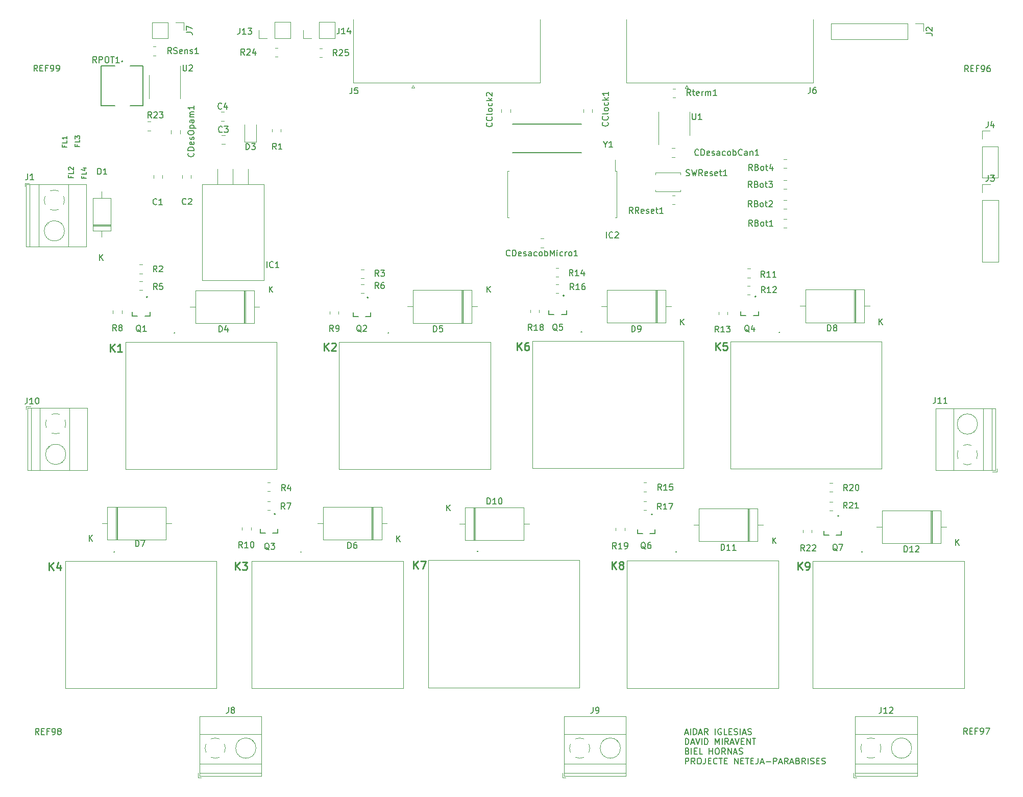
<source format=gbr>
%TF.GenerationSoftware,KiCad,Pcbnew,7.0.2-6a45011f42~172~ubuntu22.04.1*%
%TF.CreationDate,2023-04-27T13:30:22+02:00*%
%TF.ProjectId,Grup3_Tarda_Projecte_Netejaparabrises,47727570-335f-4546-9172-64615f50726f,1.4.27042023*%
%TF.SameCoordinates,Original*%
%TF.FileFunction,Legend,Top*%
%TF.FilePolarity,Positive*%
%FSLAX46Y46*%
G04 Gerber Fmt 4.6, Leading zero omitted, Abs format (unit mm)*
G04 Created by KiCad (PCBNEW 7.0.2-6a45011f42~172~ubuntu22.04.1) date 2023-04-27 13:30:22*
%MOMM*%
%LPD*%
G01*
G04 APERTURE LIST*
%ADD10C,0.150000*%
%ADD11C,0.254000*%
%ADD12C,0.120000*%
%ADD13C,0.100000*%
%ADD14C,0.200000*%
%ADD15C,0.127000*%
G04 APERTURE END LIST*
D10*
X163190476Y-151131904D02*
X163666666Y-151131904D01*
X163095238Y-151417619D02*
X163428571Y-150417619D01*
X163428571Y-150417619D02*
X163761904Y-151417619D01*
X164095238Y-151417619D02*
X164095238Y-150417619D01*
X164571428Y-151417619D02*
X164571428Y-150417619D01*
X164571428Y-150417619D02*
X164809523Y-150417619D01*
X164809523Y-150417619D02*
X164952380Y-150465238D01*
X164952380Y-150465238D02*
X165047618Y-150560476D01*
X165047618Y-150560476D02*
X165095237Y-150655714D01*
X165095237Y-150655714D02*
X165142856Y-150846190D01*
X165142856Y-150846190D02*
X165142856Y-150989047D01*
X165142856Y-150989047D02*
X165095237Y-151179523D01*
X165095237Y-151179523D02*
X165047618Y-151274761D01*
X165047618Y-151274761D02*
X164952380Y-151370000D01*
X164952380Y-151370000D02*
X164809523Y-151417619D01*
X164809523Y-151417619D02*
X164571428Y-151417619D01*
X165523809Y-151131904D02*
X165999999Y-151131904D01*
X165428571Y-151417619D02*
X165761904Y-150417619D01*
X165761904Y-150417619D02*
X166095237Y-151417619D01*
X166999999Y-151417619D02*
X166666666Y-150941428D01*
X166428571Y-151417619D02*
X166428571Y-150417619D01*
X166428571Y-150417619D02*
X166809523Y-150417619D01*
X166809523Y-150417619D02*
X166904761Y-150465238D01*
X166904761Y-150465238D02*
X166952380Y-150512857D01*
X166952380Y-150512857D02*
X166999999Y-150608095D01*
X166999999Y-150608095D02*
X166999999Y-150750952D01*
X166999999Y-150750952D02*
X166952380Y-150846190D01*
X166952380Y-150846190D02*
X166904761Y-150893809D01*
X166904761Y-150893809D02*
X166809523Y-150941428D01*
X166809523Y-150941428D02*
X166428571Y-150941428D01*
X168190476Y-151417619D02*
X168190476Y-150417619D01*
X169190475Y-150465238D02*
X169095237Y-150417619D01*
X169095237Y-150417619D02*
X168952380Y-150417619D01*
X168952380Y-150417619D02*
X168809523Y-150465238D01*
X168809523Y-150465238D02*
X168714285Y-150560476D01*
X168714285Y-150560476D02*
X168666666Y-150655714D01*
X168666666Y-150655714D02*
X168619047Y-150846190D01*
X168619047Y-150846190D02*
X168619047Y-150989047D01*
X168619047Y-150989047D02*
X168666666Y-151179523D01*
X168666666Y-151179523D02*
X168714285Y-151274761D01*
X168714285Y-151274761D02*
X168809523Y-151370000D01*
X168809523Y-151370000D02*
X168952380Y-151417619D01*
X168952380Y-151417619D02*
X169047618Y-151417619D01*
X169047618Y-151417619D02*
X169190475Y-151370000D01*
X169190475Y-151370000D02*
X169238094Y-151322380D01*
X169238094Y-151322380D02*
X169238094Y-150989047D01*
X169238094Y-150989047D02*
X169047618Y-150989047D01*
X170142856Y-151417619D02*
X169666666Y-151417619D01*
X169666666Y-151417619D02*
X169666666Y-150417619D01*
X170476190Y-150893809D02*
X170809523Y-150893809D01*
X170952380Y-151417619D02*
X170476190Y-151417619D01*
X170476190Y-151417619D02*
X170476190Y-150417619D01*
X170476190Y-150417619D02*
X170952380Y-150417619D01*
X171333333Y-151370000D02*
X171476190Y-151417619D01*
X171476190Y-151417619D02*
X171714285Y-151417619D01*
X171714285Y-151417619D02*
X171809523Y-151370000D01*
X171809523Y-151370000D02*
X171857142Y-151322380D01*
X171857142Y-151322380D02*
X171904761Y-151227142D01*
X171904761Y-151227142D02*
X171904761Y-151131904D01*
X171904761Y-151131904D02*
X171857142Y-151036666D01*
X171857142Y-151036666D02*
X171809523Y-150989047D01*
X171809523Y-150989047D02*
X171714285Y-150941428D01*
X171714285Y-150941428D02*
X171523809Y-150893809D01*
X171523809Y-150893809D02*
X171428571Y-150846190D01*
X171428571Y-150846190D02*
X171380952Y-150798571D01*
X171380952Y-150798571D02*
X171333333Y-150703333D01*
X171333333Y-150703333D02*
X171333333Y-150608095D01*
X171333333Y-150608095D02*
X171380952Y-150512857D01*
X171380952Y-150512857D02*
X171428571Y-150465238D01*
X171428571Y-150465238D02*
X171523809Y-150417619D01*
X171523809Y-150417619D02*
X171761904Y-150417619D01*
X171761904Y-150417619D02*
X171904761Y-150465238D01*
X172333333Y-151417619D02*
X172333333Y-150417619D01*
X172761904Y-151131904D02*
X173238094Y-151131904D01*
X172666666Y-151417619D02*
X172999999Y-150417619D01*
X172999999Y-150417619D02*
X173333332Y-151417619D01*
X173619047Y-151370000D02*
X173761904Y-151417619D01*
X173761904Y-151417619D02*
X173999999Y-151417619D01*
X173999999Y-151417619D02*
X174095237Y-151370000D01*
X174095237Y-151370000D02*
X174142856Y-151322380D01*
X174142856Y-151322380D02*
X174190475Y-151227142D01*
X174190475Y-151227142D02*
X174190475Y-151131904D01*
X174190475Y-151131904D02*
X174142856Y-151036666D01*
X174142856Y-151036666D02*
X174095237Y-150989047D01*
X174095237Y-150989047D02*
X173999999Y-150941428D01*
X173999999Y-150941428D02*
X173809523Y-150893809D01*
X173809523Y-150893809D02*
X173714285Y-150846190D01*
X173714285Y-150846190D02*
X173666666Y-150798571D01*
X173666666Y-150798571D02*
X173619047Y-150703333D01*
X173619047Y-150703333D02*
X173619047Y-150608095D01*
X173619047Y-150608095D02*
X173666666Y-150512857D01*
X173666666Y-150512857D02*
X173714285Y-150465238D01*
X173714285Y-150465238D02*
X173809523Y-150417619D01*
X173809523Y-150417619D02*
X174047618Y-150417619D01*
X174047618Y-150417619D02*
X174190475Y-150465238D01*
X163238095Y-153037619D02*
X163238095Y-152037619D01*
X163238095Y-152037619D02*
X163476190Y-152037619D01*
X163476190Y-152037619D02*
X163619047Y-152085238D01*
X163619047Y-152085238D02*
X163714285Y-152180476D01*
X163714285Y-152180476D02*
X163761904Y-152275714D01*
X163761904Y-152275714D02*
X163809523Y-152466190D01*
X163809523Y-152466190D02*
X163809523Y-152609047D01*
X163809523Y-152609047D02*
X163761904Y-152799523D01*
X163761904Y-152799523D02*
X163714285Y-152894761D01*
X163714285Y-152894761D02*
X163619047Y-152990000D01*
X163619047Y-152990000D02*
X163476190Y-153037619D01*
X163476190Y-153037619D02*
X163238095Y-153037619D01*
X164190476Y-152751904D02*
X164666666Y-152751904D01*
X164095238Y-153037619D02*
X164428571Y-152037619D01*
X164428571Y-152037619D02*
X164761904Y-153037619D01*
X164952381Y-152037619D02*
X165285714Y-153037619D01*
X165285714Y-153037619D02*
X165619047Y-152037619D01*
X165952381Y-153037619D02*
X165952381Y-152037619D01*
X166428571Y-153037619D02*
X166428571Y-152037619D01*
X166428571Y-152037619D02*
X166666666Y-152037619D01*
X166666666Y-152037619D02*
X166809523Y-152085238D01*
X166809523Y-152085238D02*
X166904761Y-152180476D01*
X166904761Y-152180476D02*
X166952380Y-152275714D01*
X166952380Y-152275714D02*
X166999999Y-152466190D01*
X166999999Y-152466190D02*
X166999999Y-152609047D01*
X166999999Y-152609047D02*
X166952380Y-152799523D01*
X166952380Y-152799523D02*
X166904761Y-152894761D01*
X166904761Y-152894761D02*
X166809523Y-152990000D01*
X166809523Y-152990000D02*
X166666666Y-153037619D01*
X166666666Y-153037619D02*
X166428571Y-153037619D01*
X168190476Y-153037619D02*
X168190476Y-152037619D01*
X168190476Y-152037619D02*
X168523809Y-152751904D01*
X168523809Y-152751904D02*
X168857142Y-152037619D01*
X168857142Y-152037619D02*
X168857142Y-153037619D01*
X169333333Y-153037619D02*
X169333333Y-152037619D01*
X170380951Y-153037619D02*
X170047618Y-152561428D01*
X169809523Y-153037619D02*
X169809523Y-152037619D01*
X169809523Y-152037619D02*
X170190475Y-152037619D01*
X170190475Y-152037619D02*
X170285713Y-152085238D01*
X170285713Y-152085238D02*
X170333332Y-152132857D01*
X170333332Y-152132857D02*
X170380951Y-152228095D01*
X170380951Y-152228095D02*
X170380951Y-152370952D01*
X170380951Y-152370952D02*
X170333332Y-152466190D01*
X170333332Y-152466190D02*
X170285713Y-152513809D01*
X170285713Y-152513809D02*
X170190475Y-152561428D01*
X170190475Y-152561428D02*
X169809523Y-152561428D01*
X170761904Y-152751904D02*
X171238094Y-152751904D01*
X170666666Y-153037619D02*
X170999999Y-152037619D01*
X170999999Y-152037619D02*
X171333332Y-153037619D01*
X171523809Y-152037619D02*
X171857142Y-153037619D01*
X171857142Y-153037619D02*
X172190475Y-152037619D01*
X172523809Y-152513809D02*
X172857142Y-152513809D01*
X172999999Y-153037619D02*
X172523809Y-153037619D01*
X172523809Y-153037619D02*
X172523809Y-152037619D01*
X172523809Y-152037619D02*
X172999999Y-152037619D01*
X173428571Y-153037619D02*
X173428571Y-152037619D01*
X173428571Y-152037619D02*
X173999999Y-153037619D01*
X173999999Y-153037619D02*
X173999999Y-152037619D01*
X174333333Y-152037619D02*
X174904761Y-152037619D01*
X174619047Y-153037619D02*
X174619047Y-152037619D01*
X163571428Y-154133809D02*
X163714285Y-154181428D01*
X163714285Y-154181428D02*
X163761904Y-154229047D01*
X163761904Y-154229047D02*
X163809523Y-154324285D01*
X163809523Y-154324285D02*
X163809523Y-154467142D01*
X163809523Y-154467142D02*
X163761904Y-154562380D01*
X163761904Y-154562380D02*
X163714285Y-154610000D01*
X163714285Y-154610000D02*
X163619047Y-154657619D01*
X163619047Y-154657619D02*
X163238095Y-154657619D01*
X163238095Y-154657619D02*
X163238095Y-153657619D01*
X163238095Y-153657619D02*
X163571428Y-153657619D01*
X163571428Y-153657619D02*
X163666666Y-153705238D01*
X163666666Y-153705238D02*
X163714285Y-153752857D01*
X163714285Y-153752857D02*
X163761904Y-153848095D01*
X163761904Y-153848095D02*
X163761904Y-153943333D01*
X163761904Y-153943333D02*
X163714285Y-154038571D01*
X163714285Y-154038571D02*
X163666666Y-154086190D01*
X163666666Y-154086190D02*
X163571428Y-154133809D01*
X163571428Y-154133809D02*
X163238095Y-154133809D01*
X164238095Y-154657619D02*
X164238095Y-153657619D01*
X164714285Y-154133809D02*
X165047618Y-154133809D01*
X165190475Y-154657619D02*
X164714285Y-154657619D01*
X164714285Y-154657619D02*
X164714285Y-153657619D01*
X164714285Y-153657619D02*
X165190475Y-153657619D01*
X166095237Y-154657619D02*
X165619047Y-154657619D01*
X165619047Y-154657619D02*
X165619047Y-153657619D01*
X167190476Y-154657619D02*
X167190476Y-153657619D01*
X167190476Y-154133809D02*
X167761904Y-154133809D01*
X167761904Y-154657619D02*
X167761904Y-153657619D01*
X168428571Y-153657619D02*
X168619047Y-153657619D01*
X168619047Y-153657619D02*
X168714285Y-153705238D01*
X168714285Y-153705238D02*
X168809523Y-153800476D01*
X168809523Y-153800476D02*
X168857142Y-153990952D01*
X168857142Y-153990952D02*
X168857142Y-154324285D01*
X168857142Y-154324285D02*
X168809523Y-154514761D01*
X168809523Y-154514761D02*
X168714285Y-154610000D01*
X168714285Y-154610000D02*
X168619047Y-154657619D01*
X168619047Y-154657619D02*
X168428571Y-154657619D01*
X168428571Y-154657619D02*
X168333333Y-154610000D01*
X168333333Y-154610000D02*
X168238095Y-154514761D01*
X168238095Y-154514761D02*
X168190476Y-154324285D01*
X168190476Y-154324285D02*
X168190476Y-153990952D01*
X168190476Y-153990952D02*
X168238095Y-153800476D01*
X168238095Y-153800476D02*
X168333333Y-153705238D01*
X168333333Y-153705238D02*
X168428571Y-153657619D01*
X169857142Y-154657619D02*
X169523809Y-154181428D01*
X169285714Y-154657619D02*
X169285714Y-153657619D01*
X169285714Y-153657619D02*
X169666666Y-153657619D01*
X169666666Y-153657619D02*
X169761904Y-153705238D01*
X169761904Y-153705238D02*
X169809523Y-153752857D01*
X169809523Y-153752857D02*
X169857142Y-153848095D01*
X169857142Y-153848095D02*
X169857142Y-153990952D01*
X169857142Y-153990952D02*
X169809523Y-154086190D01*
X169809523Y-154086190D02*
X169761904Y-154133809D01*
X169761904Y-154133809D02*
X169666666Y-154181428D01*
X169666666Y-154181428D02*
X169285714Y-154181428D01*
X170285714Y-154657619D02*
X170285714Y-153657619D01*
X170285714Y-153657619D02*
X170857142Y-154657619D01*
X170857142Y-154657619D02*
X170857142Y-153657619D01*
X171285714Y-154371904D02*
X171761904Y-154371904D01*
X171190476Y-154657619D02*
X171523809Y-153657619D01*
X171523809Y-153657619D02*
X171857142Y-154657619D01*
X172142857Y-154610000D02*
X172285714Y-154657619D01*
X172285714Y-154657619D02*
X172523809Y-154657619D01*
X172523809Y-154657619D02*
X172619047Y-154610000D01*
X172619047Y-154610000D02*
X172666666Y-154562380D01*
X172666666Y-154562380D02*
X172714285Y-154467142D01*
X172714285Y-154467142D02*
X172714285Y-154371904D01*
X172714285Y-154371904D02*
X172666666Y-154276666D01*
X172666666Y-154276666D02*
X172619047Y-154229047D01*
X172619047Y-154229047D02*
X172523809Y-154181428D01*
X172523809Y-154181428D02*
X172333333Y-154133809D01*
X172333333Y-154133809D02*
X172238095Y-154086190D01*
X172238095Y-154086190D02*
X172190476Y-154038571D01*
X172190476Y-154038571D02*
X172142857Y-153943333D01*
X172142857Y-153943333D02*
X172142857Y-153848095D01*
X172142857Y-153848095D02*
X172190476Y-153752857D01*
X172190476Y-153752857D02*
X172238095Y-153705238D01*
X172238095Y-153705238D02*
X172333333Y-153657619D01*
X172333333Y-153657619D02*
X172571428Y-153657619D01*
X172571428Y-153657619D02*
X172714285Y-153705238D01*
X163238095Y-156277619D02*
X163238095Y-155277619D01*
X163238095Y-155277619D02*
X163619047Y-155277619D01*
X163619047Y-155277619D02*
X163714285Y-155325238D01*
X163714285Y-155325238D02*
X163761904Y-155372857D01*
X163761904Y-155372857D02*
X163809523Y-155468095D01*
X163809523Y-155468095D02*
X163809523Y-155610952D01*
X163809523Y-155610952D02*
X163761904Y-155706190D01*
X163761904Y-155706190D02*
X163714285Y-155753809D01*
X163714285Y-155753809D02*
X163619047Y-155801428D01*
X163619047Y-155801428D02*
X163238095Y-155801428D01*
X164809523Y-156277619D02*
X164476190Y-155801428D01*
X164238095Y-156277619D02*
X164238095Y-155277619D01*
X164238095Y-155277619D02*
X164619047Y-155277619D01*
X164619047Y-155277619D02*
X164714285Y-155325238D01*
X164714285Y-155325238D02*
X164761904Y-155372857D01*
X164761904Y-155372857D02*
X164809523Y-155468095D01*
X164809523Y-155468095D02*
X164809523Y-155610952D01*
X164809523Y-155610952D02*
X164761904Y-155706190D01*
X164761904Y-155706190D02*
X164714285Y-155753809D01*
X164714285Y-155753809D02*
X164619047Y-155801428D01*
X164619047Y-155801428D02*
X164238095Y-155801428D01*
X165428571Y-155277619D02*
X165619047Y-155277619D01*
X165619047Y-155277619D02*
X165714285Y-155325238D01*
X165714285Y-155325238D02*
X165809523Y-155420476D01*
X165809523Y-155420476D02*
X165857142Y-155610952D01*
X165857142Y-155610952D02*
X165857142Y-155944285D01*
X165857142Y-155944285D02*
X165809523Y-156134761D01*
X165809523Y-156134761D02*
X165714285Y-156230000D01*
X165714285Y-156230000D02*
X165619047Y-156277619D01*
X165619047Y-156277619D02*
X165428571Y-156277619D01*
X165428571Y-156277619D02*
X165333333Y-156230000D01*
X165333333Y-156230000D02*
X165238095Y-156134761D01*
X165238095Y-156134761D02*
X165190476Y-155944285D01*
X165190476Y-155944285D02*
X165190476Y-155610952D01*
X165190476Y-155610952D02*
X165238095Y-155420476D01*
X165238095Y-155420476D02*
X165333333Y-155325238D01*
X165333333Y-155325238D02*
X165428571Y-155277619D01*
X166571428Y-155277619D02*
X166571428Y-155991904D01*
X166571428Y-155991904D02*
X166523809Y-156134761D01*
X166523809Y-156134761D02*
X166428571Y-156230000D01*
X166428571Y-156230000D02*
X166285714Y-156277619D01*
X166285714Y-156277619D02*
X166190476Y-156277619D01*
X167047619Y-155753809D02*
X167380952Y-155753809D01*
X167523809Y-156277619D02*
X167047619Y-156277619D01*
X167047619Y-156277619D02*
X167047619Y-155277619D01*
X167047619Y-155277619D02*
X167523809Y-155277619D01*
X168523809Y-156182380D02*
X168476190Y-156230000D01*
X168476190Y-156230000D02*
X168333333Y-156277619D01*
X168333333Y-156277619D02*
X168238095Y-156277619D01*
X168238095Y-156277619D02*
X168095238Y-156230000D01*
X168095238Y-156230000D02*
X168000000Y-156134761D01*
X168000000Y-156134761D02*
X167952381Y-156039523D01*
X167952381Y-156039523D02*
X167904762Y-155849047D01*
X167904762Y-155849047D02*
X167904762Y-155706190D01*
X167904762Y-155706190D02*
X167952381Y-155515714D01*
X167952381Y-155515714D02*
X168000000Y-155420476D01*
X168000000Y-155420476D02*
X168095238Y-155325238D01*
X168095238Y-155325238D02*
X168238095Y-155277619D01*
X168238095Y-155277619D02*
X168333333Y-155277619D01*
X168333333Y-155277619D02*
X168476190Y-155325238D01*
X168476190Y-155325238D02*
X168523809Y-155372857D01*
X168809524Y-155277619D02*
X169380952Y-155277619D01*
X169095238Y-156277619D02*
X169095238Y-155277619D01*
X169714286Y-155753809D02*
X170047619Y-155753809D01*
X170190476Y-156277619D02*
X169714286Y-156277619D01*
X169714286Y-156277619D02*
X169714286Y-155277619D01*
X169714286Y-155277619D02*
X170190476Y-155277619D01*
X171380953Y-156277619D02*
X171380953Y-155277619D01*
X171380953Y-155277619D02*
X171952381Y-156277619D01*
X171952381Y-156277619D02*
X171952381Y-155277619D01*
X172428572Y-155753809D02*
X172761905Y-155753809D01*
X172904762Y-156277619D02*
X172428572Y-156277619D01*
X172428572Y-156277619D02*
X172428572Y-155277619D01*
X172428572Y-155277619D02*
X172904762Y-155277619D01*
X173190477Y-155277619D02*
X173761905Y-155277619D01*
X173476191Y-156277619D02*
X173476191Y-155277619D01*
X174095239Y-155753809D02*
X174428572Y-155753809D01*
X174571429Y-156277619D02*
X174095239Y-156277619D01*
X174095239Y-156277619D02*
X174095239Y-155277619D01*
X174095239Y-155277619D02*
X174571429Y-155277619D01*
X175285715Y-155277619D02*
X175285715Y-155991904D01*
X175285715Y-155991904D02*
X175238096Y-156134761D01*
X175238096Y-156134761D02*
X175142858Y-156230000D01*
X175142858Y-156230000D02*
X175000001Y-156277619D01*
X175000001Y-156277619D02*
X174904763Y-156277619D01*
X175714287Y-155991904D02*
X176190477Y-155991904D01*
X175619049Y-156277619D02*
X175952382Y-155277619D01*
X175952382Y-155277619D02*
X176285715Y-156277619D01*
X176619049Y-155896666D02*
X177380954Y-155896666D01*
X177857144Y-156277619D02*
X177857144Y-155277619D01*
X177857144Y-155277619D02*
X178238096Y-155277619D01*
X178238096Y-155277619D02*
X178333334Y-155325238D01*
X178333334Y-155325238D02*
X178380953Y-155372857D01*
X178380953Y-155372857D02*
X178428572Y-155468095D01*
X178428572Y-155468095D02*
X178428572Y-155610952D01*
X178428572Y-155610952D02*
X178380953Y-155706190D01*
X178380953Y-155706190D02*
X178333334Y-155753809D01*
X178333334Y-155753809D02*
X178238096Y-155801428D01*
X178238096Y-155801428D02*
X177857144Y-155801428D01*
X178809525Y-155991904D02*
X179285715Y-155991904D01*
X178714287Y-156277619D02*
X179047620Y-155277619D01*
X179047620Y-155277619D02*
X179380953Y-156277619D01*
X180285715Y-156277619D02*
X179952382Y-155801428D01*
X179714287Y-156277619D02*
X179714287Y-155277619D01*
X179714287Y-155277619D02*
X180095239Y-155277619D01*
X180095239Y-155277619D02*
X180190477Y-155325238D01*
X180190477Y-155325238D02*
X180238096Y-155372857D01*
X180238096Y-155372857D02*
X180285715Y-155468095D01*
X180285715Y-155468095D02*
X180285715Y-155610952D01*
X180285715Y-155610952D02*
X180238096Y-155706190D01*
X180238096Y-155706190D02*
X180190477Y-155753809D01*
X180190477Y-155753809D02*
X180095239Y-155801428D01*
X180095239Y-155801428D02*
X179714287Y-155801428D01*
X180666668Y-155991904D02*
X181142858Y-155991904D01*
X180571430Y-156277619D02*
X180904763Y-155277619D01*
X180904763Y-155277619D02*
X181238096Y-156277619D01*
X181904763Y-155753809D02*
X182047620Y-155801428D01*
X182047620Y-155801428D02*
X182095239Y-155849047D01*
X182095239Y-155849047D02*
X182142858Y-155944285D01*
X182142858Y-155944285D02*
X182142858Y-156087142D01*
X182142858Y-156087142D02*
X182095239Y-156182380D01*
X182095239Y-156182380D02*
X182047620Y-156230000D01*
X182047620Y-156230000D02*
X181952382Y-156277619D01*
X181952382Y-156277619D02*
X181571430Y-156277619D01*
X181571430Y-156277619D02*
X181571430Y-155277619D01*
X181571430Y-155277619D02*
X181904763Y-155277619D01*
X181904763Y-155277619D02*
X182000001Y-155325238D01*
X182000001Y-155325238D02*
X182047620Y-155372857D01*
X182047620Y-155372857D02*
X182095239Y-155468095D01*
X182095239Y-155468095D02*
X182095239Y-155563333D01*
X182095239Y-155563333D02*
X182047620Y-155658571D01*
X182047620Y-155658571D02*
X182000001Y-155706190D01*
X182000001Y-155706190D02*
X181904763Y-155753809D01*
X181904763Y-155753809D02*
X181571430Y-155753809D01*
X183142858Y-156277619D02*
X182809525Y-155801428D01*
X182571430Y-156277619D02*
X182571430Y-155277619D01*
X182571430Y-155277619D02*
X182952382Y-155277619D01*
X182952382Y-155277619D02*
X183047620Y-155325238D01*
X183047620Y-155325238D02*
X183095239Y-155372857D01*
X183095239Y-155372857D02*
X183142858Y-155468095D01*
X183142858Y-155468095D02*
X183142858Y-155610952D01*
X183142858Y-155610952D02*
X183095239Y-155706190D01*
X183095239Y-155706190D02*
X183047620Y-155753809D01*
X183047620Y-155753809D02*
X182952382Y-155801428D01*
X182952382Y-155801428D02*
X182571430Y-155801428D01*
X183571430Y-156277619D02*
X183571430Y-155277619D01*
X184000001Y-156230000D02*
X184142858Y-156277619D01*
X184142858Y-156277619D02*
X184380953Y-156277619D01*
X184380953Y-156277619D02*
X184476191Y-156230000D01*
X184476191Y-156230000D02*
X184523810Y-156182380D01*
X184523810Y-156182380D02*
X184571429Y-156087142D01*
X184571429Y-156087142D02*
X184571429Y-155991904D01*
X184571429Y-155991904D02*
X184523810Y-155896666D01*
X184523810Y-155896666D02*
X184476191Y-155849047D01*
X184476191Y-155849047D02*
X184380953Y-155801428D01*
X184380953Y-155801428D02*
X184190477Y-155753809D01*
X184190477Y-155753809D02*
X184095239Y-155706190D01*
X184095239Y-155706190D02*
X184047620Y-155658571D01*
X184047620Y-155658571D02*
X184000001Y-155563333D01*
X184000001Y-155563333D02*
X184000001Y-155468095D01*
X184000001Y-155468095D02*
X184047620Y-155372857D01*
X184047620Y-155372857D02*
X184095239Y-155325238D01*
X184095239Y-155325238D02*
X184190477Y-155277619D01*
X184190477Y-155277619D02*
X184428572Y-155277619D01*
X184428572Y-155277619D02*
X184571429Y-155325238D01*
X185000001Y-155753809D02*
X185333334Y-155753809D01*
X185476191Y-156277619D02*
X185000001Y-156277619D01*
X185000001Y-156277619D02*
X185000001Y-155277619D01*
X185000001Y-155277619D02*
X185476191Y-155277619D01*
X185857144Y-156230000D02*
X186000001Y-156277619D01*
X186000001Y-156277619D02*
X186238096Y-156277619D01*
X186238096Y-156277619D02*
X186333334Y-156230000D01*
X186333334Y-156230000D02*
X186380953Y-156182380D01*
X186380953Y-156182380D02*
X186428572Y-156087142D01*
X186428572Y-156087142D02*
X186428572Y-155991904D01*
X186428572Y-155991904D02*
X186380953Y-155896666D01*
X186380953Y-155896666D02*
X186333334Y-155849047D01*
X186333334Y-155849047D02*
X186238096Y-155801428D01*
X186238096Y-155801428D02*
X186047620Y-155753809D01*
X186047620Y-155753809D02*
X185952382Y-155706190D01*
X185952382Y-155706190D02*
X185904763Y-155658571D01*
X185904763Y-155658571D02*
X185857144Y-155563333D01*
X185857144Y-155563333D02*
X185857144Y-155468095D01*
X185857144Y-155468095D02*
X185904763Y-155372857D01*
X185904763Y-155372857D02*
X185952382Y-155325238D01*
X185952382Y-155325238D02*
X186047620Y-155277619D01*
X186047620Y-155277619D02*
X186285715Y-155277619D01*
X186285715Y-155277619D02*
X186428572Y-155325238D01*
%TO.C,R25*%
X105447142Y-38812619D02*
X105113809Y-38336428D01*
X104875714Y-38812619D02*
X104875714Y-37812619D01*
X104875714Y-37812619D02*
X105256666Y-37812619D01*
X105256666Y-37812619D02*
X105351904Y-37860238D01*
X105351904Y-37860238D02*
X105399523Y-37907857D01*
X105399523Y-37907857D02*
X105447142Y-38003095D01*
X105447142Y-38003095D02*
X105447142Y-38145952D01*
X105447142Y-38145952D02*
X105399523Y-38241190D01*
X105399523Y-38241190D02*
X105351904Y-38288809D01*
X105351904Y-38288809D02*
X105256666Y-38336428D01*
X105256666Y-38336428D02*
X104875714Y-38336428D01*
X105828095Y-37907857D02*
X105875714Y-37860238D01*
X105875714Y-37860238D02*
X105970952Y-37812619D01*
X105970952Y-37812619D02*
X106209047Y-37812619D01*
X106209047Y-37812619D02*
X106304285Y-37860238D01*
X106304285Y-37860238D02*
X106351904Y-37907857D01*
X106351904Y-37907857D02*
X106399523Y-38003095D01*
X106399523Y-38003095D02*
X106399523Y-38098333D01*
X106399523Y-38098333D02*
X106351904Y-38241190D01*
X106351904Y-38241190D02*
X105780476Y-38812619D01*
X105780476Y-38812619D02*
X106399523Y-38812619D01*
X107304285Y-37812619D02*
X106828095Y-37812619D01*
X106828095Y-37812619D02*
X106780476Y-38288809D01*
X106780476Y-38288809D02*
X106828095Y-38241190D01*
X106828095Y-38241190D02*
X106923333Y-38193571D01*
X106923333Y-38193571D02*
X107161428Y-38193571D01*
X107161428Y-38193571D02*
X107256666Y-38241190D01*
X107256666Y-38241190D02*
X107304285Y-38288809D01*
X107304285Y-38288809D02*
X107351904Y-38384047D01*
X107351904Y-38384047D02*
X107351904Y-38622142D01*
X107351904Y-38622142D02*
X107304285Y-38717380D01*
X107304285Y-38717380D02*
X107256666Y-38765000D01*
X107256666Y-38765000D02*
X107161428Y-38812619D01*
X107161428Y-38812619D02*
X106923333Y-38812619D01*
X106923333Y-38812619D02*
X106828095Y-38765000D01*
X106828095Y-38765000D02*
X106780476Y-38717380D01*
%TO.C,D3*%
X90361905Y-54392619D02*
X90361905Y-53392619D01*
X90361905Y-53392619D02*
X90600000Y-53392619D01*
X90600000Y-53392619D02*
X90742857Y-53440238D01*
X90742857Y-53440238D02*
X90838095Y-53535476D01*
X90838095Y-53535476D02*
X90885714Y-53630714D01*
X90885714Y-53630714D02*
X90933333Y-53821190D01*
X90933333Y-53821190D02*
X90933333Y-53964047D01*
X90933333Y-53964047D02*
X90885714Y-54154523D01*
X90885714Y-54154523D02*
X90838095Y-54249761D01*
X90838095Y-54249761D02*
X90742857Y-54345000D01*
X90742857Y-54345000D02*
X90600000Y-54392619D01*
X90600000Y-54392619D02*
X90361905Y-54392619D01*
X91266667Y-53392619D02*
X91885714Y-53392619D01*
X91885714Y-53392619D02*
X91552381Y-53773571D01*
X91552381Y-53773571D02*
X91695238Y-53773571D01*
X91695238Y-53773571D02*
X91790476Y-53821190D01*
X91790476Y-53821190D02*
X91838095Y-53868809D01*
X91838095Y-53868809D02*
X91885714Y-53964047D01*
X91885714Y-53964047D02*
X91885714Y-54202142D01*
X91885714Y-54202142D02*
X91838095Y-54297380D01*
X91838095Y-54297380D02*
X91790476Y-54345000D01*
X91790476Y-54345000D02*
X91695238Y-54392619D01*
X91695238Y-54392619D02*
X91409524Y-54392619D01*
X91409524Y-54392619D02*
X91314286Y-54345000D01*
X91314286Y-54345000D02*
X91266667Y-54297380D01*
%TO.C,REF98*%
X56026190Y-151392619D02*
X55692857Y-150916428D01*
X55454762Y-151392619D02*
X55454762Y-150392619D01*
X55454762Y-150392619D02*
X55835714Y-150392619D01*
X55835714Y-150392619D02*
X55930952Y-150440238D01*
X55930952Y-150440238D02*
X55978571Y-150487857D01*
X55978571Y-150487857D02*
X56026190Y-150583095D01*
X56026190Y-150583095D02*
X56026190Y-150725952D01*
X56026190Y-150725952D02*
X55978571Y-150821190D01*
X55978571Y-150821190D02*
X55930952Y-150868809D01*
X55930952Y-150868809D02*
X55835714Y-150916428D01*
X55835714Y-150916428D02*
X55454762Y-150916428D01*
X56454762Y-150868809D02*
X56788095Y-150868809D01*
X56930952Y-151392619D02*
X56454762Y-151392619D01*
X56454762Y-151392619D02*
X56454762Y-150392619D01*
X56454762Y-150392619D02*
X56930952Y-150392619D01*
X57692857Y-150868809D02*
X57359524Y-150868809D01*
X57359524Y-151392619D02*
X57359524Y-150392619D01*
X57359524Y-150392619D02*
X57835714Y-150392619D01*
X58264286Y-151392619D02*
X58454762Y-151392619D01*
X58454762Y-151392619D02*
X58550000Y-151345000D01*
X58550000Y-151345000D02*
X58597619Y-151297380D01*
X58597619Y-151297380D02*
X58692857Y-151154523D01*
X58692857Y-151154523D02*
X58740476Y-150964047D01*
X58740476Y-150964047D02*
X58740476Y-150583095D01*
X58740476Y-150583095D02*
X58692857Y-150487857D01*
X58692857Y-150487857D02*
X58645238Y-150440238D01*
X58645238Y-150440238D02*
X58550000Y-150392619D01*
X58550000Y-150392619D02*
X58359524Y-150392619D01*
X58359524Y-150392619D02*
X58264286Y-150440238D01*
X58264286Y-150440238D02*
X58216667Y-150487857D01*
X58216667Y-150487857D02*
X58169048Y-150583095D01*
X58169048Y-150583095D02*
X58169048Y-150821190D01*
X58169048Y-150821190D02*
X58216667Y-150916428D01*
X58216667Y-150916428D02*
X58264286Y-150964047D01*
X58264286Y-150964047D02*
X58359524Y-151011666D01*
X58359524Y-151011666D02*
X58550000Y-151011666D01*
X58550000Y-151011666D02*
X58645238Y-150964047D01*
X58645238Y-150964047D02*
X58692857Y-150916428D01*
X58692857Y-150916428D02*
X58740476Y-150821190D01*
X59311905Y-150821190D02*
X59216667Y-150773571D01*
X59216667Y-150773571D02*
X59169048Y-150725952D01*
X59169048Y-150725952D02*
X59121429Y-150630714D01*
X59121429Y-150630714D02*
X59121429Y-150583095D01*
X59121429Y-150583095D02*
X59169048Y-150487857D01*
X59169048Y-150487857D02*
X59216667Y-150440238D01*
X59216667Y-150440238D02*
X59311905Y-150392619D01*
X59311905Y-150392619D02*
X59502381Y-150392619D01*
X59502381Y-150392619D02*
X59597619Y-150440238D01*
X59597619Y-150440238D02*
X59645238Y-150487857D01*
X59645238Y-150487857D02*
X59692857Y-150583095D01*
X59692857Y-150583095D02*
X59692857Y-150630714D01*
X59692857Y-150630714D02*
X59645238Y-150725952D01*
X59645238Y-150725952D02*
X59597619Y-150773571D01*
X59597619Y-150773571D02*
X59502381Y-150821190D01*
X59502381Y-150821190D02*
X59311905Y-150821190D01*
X59311905Y-150821190D02*
X59216667Y-150868809D01*
X59216667Y-150868809D02*
X59169048Y-150916428D01*
X59169048Y-150916428D02*
X59121429Y-151011666D01*
X59121429Y-151011666D02*
X59121429Y-151202142D01*
X59121429Y-151202142D02*
X59169048Y-151297380D01*
X59169048Y-151297380D02*
X59216667Y-151345000D01*
X59216667Y-151345000D02*
X59311905Y-151392619D01*
X59311905Y-151392619D02*
X59502381Y-151392619D01*
X59502381Y-151392619D02*
X59597619Y-151345000D01*
X59597619Y-151345000D02*
X59645238Y-151297380D01*
X59645238Y-151297380D02*
X59692857Y-151202142D01*
X59692857Y-151202142D02*
X59692857Y-151011666D01*
X59692857Y-151011666D02*
X59645238Y-150916428D01*
X59645238Y-150916428D02*
X59597619Y-150868809D01*
X59597619Y-150868809D02*
X59502381Y-150821190D01*
%TO.C,J7*%
X80472619Y-34938333D02*
X81186904Y-34938333D01*
X81186904Y-34938333D02*
X81329761Y-34985952D01*
X81329761Y-34985952D02*
X81425000Y-35081190D01*
X81425000Y-35081190D02*
X81472619Y-35224047D01*
X81472619Y-35224047D02*
X81472619Y-35319285D01*
X80472619Y-34557380D02*
X80472619Y-33890714D01*
X80472619Y-33890714D02*
X81472619Y-34319285D01*
%TO.C,J8*%
X87461666Y-146847619D02*
X87461666Y-147561904D01*
X87461666Y-147561904D02*
X87414047Y-147704761D01*
X87414047Y-147704761D02*
X87318809Y-147800000D01*
X87318809Y-147800000D02*
X87175952Y-147847619D01*
X87175952Y-147847619D02*
X87080714Y-147847619D01*
X88080714Y-147276190D02*
X87985476Y-147228571D01*
X87985476Y-147228571D02*
X87937857Y-147180952D01*
X87937857Y-147180952D02*
X87890238Y-147085714D01*
X87890238Y-147085714D02*
X87890238Y-147038095D01*
X87890238Y-147038095D02*
X87937857Y-146942857D01*
X87937857Y-146942857D02*
X87985476Y-146895238D01*
X87985476Y-146895238D02*
X88080714Y-146847619D01*
X88080714Y-146847619D02*
X88271190Y-146847619D01*
X88271190Y-146847619D02*
X88366428Y-146895238D01*
X88366428Y-146895238D02*
X88414047Y-146942857D01*
X88414047Y-146942857D02*
X88461666Y-147038095D01*
X88461666Y-147038095D02*
X88461666Y-147085714D01*
X88461666Y-147085714D02*
X88414047Y-147180952D01*
X88414047Y-147180952D02*
X88366428Y-147228571D01*
X88366428Y-147228571D02*
X88271190Y-147276190D01*
X88271190Y-147276190D02*
X88080714Y-147276190D01*
X88080714Y-147276190D02*
X87985476Y-147323809D01*
X87985476Y-147323809D02*
X87937857Y-147371428D01*
X87937857Y-147371428D02*
X87890238Y-147466666D01*
X87890238Y-147466666D02*
X87890238Y-147657142D01*
X87890238Y-147657142D02*
X87937857Y-147752380D01*
X87937857Y-147752380D02*
X87985476Y-147800000D01*
X87985476Y-147800000D02*
X88080714Y-147847619D01*
X88080714Y-147847619D02*
X88271190Y-147847619D01*
X88271190Y-147847619D02*
X88366428Y-147800000D01*
X88366428Y-147800000D02*
X88414047Y-147752380D01*
X88414047Y-147752380D02*
X88461666Y-147657142D01*
X88461666Y-147657142D02*
X88461666Y-147466666D01*
X88461666Y-147466666D02*
X88414047Y-147371428D01*
X88414047Y-147371428D02*
X88366428Y-147323809D01*
X88366428Y-147323809D02*
X88271190Y-147276190D01*
%TO.C,C3*%
X86435833Y-51437380D02*
X86388214Y-51485000D01*
X86388214Y-51485000D02*
X86245357Y-51532619D01*
X86245357Y-51532619D02*
X86150119Y-51532619D01*
X86150119Y-51532619D02*
X86007262Y-51485000D01*
X86007262Y-51485000D02*
X85912024Y-51389761D01*
X85912024Y-51389761D02*
X85864405Y-51294523D01*
X85864405Y-51294523D02*
X85816786Y-51104047D01*
X85816786Y-51104047D02*
X85816786Y-50961190D01*
X85816786Y-50961190D02*
X85864405Y-50770714D01*
X85864405Y-50770714D02*
X85912024Y-50675476D01*
X85912024Y-50675476D02*
X86007262Y-50580238D01*
X86007262Y-50580238D02*
X86150119Y-50532619D01*
X86150119Y-50532619D02*
X86245357Y-50532619D01*
X86245357Y-50532619D02*
X86388214Y-50580238D01*
X86388214Y-50580238D02*
X86435833Y-50627857D01*
X86769167Y-50532619D02*
X87388214Y-50532619D01*
X87388214Y-50532619D02*
X87054881Y-50913571D01*
X87054881Y-50913571D02*
X87197738Y-50913571D01*
X87197738Y-50913571D02*
X87292976Y-50961190D01*
X87292976Y-50961190D02*
X87340595Y-51008809D01*
X87340595Y-51008809D02*
X87388214Y-51104047D01*
X87388214Y-51104047D02*
X87388214Y-51342142D01*
X87388214Y-51342142D02*
X87340595Y-51437380D01*
X87340595Y-51437380D02*
X87292976Y-51485000D01*
X87292976Y-51485000D02*
X87197738Y-51532619D01*
X87197738Y-51532619D02*
X86912024Y-51532619D01*
X86912024Y-51532619D02*
X86816786Y-51485000D01*
X86816786Y-51485000D02*
X86769167Y-51437380D01*
%TO.C,U2*%
X79928095Y-40342619D02*
X79928095Y-41152142D01*
X79928095Y-41152142D02*
X79975714Y-41247380D01*
X79975714Y-41247380D02*
X80023333Y-41295000D01*
X80023333Y-41295000D02*
X80118571Y-41342619D01*
X80118571Y-41342619D02*
X80309047Y-41342619D01*
X80309047Y-41342619D02*
X80404285Y-41295000D01*
X80404285Y-41295000D02*
X80451904Y-41247380D01*
X80451904Y-41247380D02*
X80499523Y-41152142D01*
X80499523Y-41152142D02*
X80499523Y-40342619D01*
X80928095Y-40437857D02*
X80975714Y-40390238D01*
X80975714Y-40390238D02*
X81070952Y-40342619D01*
X81070952Y-40342619D02*
X81309047Y-40342619D01*
X81309047Y-40342619D02*
X81404285Y-40390238D01*
X81404285Y-40390238D02*
X81451904Y-40437857D01*
X81451904Y-40437857D02*
X81499523Y-40533095D01*
X81499523Y-40533095D02*
X81499523Y-40628333D01*
X81499523Y-40628333D02*
X81451904Y-40771190D01*
X81451904Y-40771190D02*
X80880476Y-41342619D01*
X80880476Y-41342619D02*
X81499523Y-41342619D01*
%TO.C,R24*%
X90126172Y-38698290D02*
X89792839Y-38222099D01*
X89554744Y-38698290D02*
X89554744Y-37698290D01*
X89554744Y-37698290D02*
X89935696Y-37698290D01*
X89935696Y-37698290D02*
X90030934Y-37745909D01*
X90030934Y-37745909D02*
X90078553Y-37793528D01*
X90078553Y-37793528D02*
X90126172Y-37888766D01*
X90126172Y-37888766D02*
X90126172Y-38031623D01*
X90126172Y-38031623D02*
X90078553Y-38126861D01*
X90078553Y-38126861D02*
X90030934Y-38174480D01*
X90030934Y-38174480D02*
X89935696Y-38222099D01*
X89935696Y-38222099D02*
X89554744Y-38222099D01*
X90507125Y-37793528D02*
X90554744Y-37745909D01*
X90554744Y-37745909D02*
X90649982Y-37698290D01*
X90649982Y-37698290D02*
X90888077Y-37698290D01*
X90888077Y-37698290D02*
X90983315Y-37745909D01*
X90983315Y-37745909D02*
X91030934Y-37793528D01*
X91030934Y-37793528D02*
X91078553Y-37888766D01*
X91078553Y-37888766D02*
X91078553Y-37984004D01*
X91078553Y-37984004D02*
X91030934Y-38126861D01*
X91030934Y-38126861D02*
X90459506Y-38698290D01*
X90459506Y-38698290D02*
X91078553Y-38698290D01*
X91935696Y-38031623D02*
X91935696Y-38698290D01*
X91697601Y-37650671D02*
X91459506Y-38364956D01*
X91459506Y-38364956D02*
X92078553Y-38364956D01*
%TO.C,J10*%
X54060476Y-95562619D02*
X54060476Y-96276904D01*
X54060476Y-96276904D02*
X54012857Y-96419761D01*
X54012857Y-96419761D02*
X53917619Y-96515000D01*
X53917619Y-96515000D02*
X53774762Y-96562619D01*
X53774762Y-96562619D02*
X53679524Y-96562619D01*
X55060476Y-96562619D02*
X54489048Y-96562619D01*
X54774762Y-96562619D02*
X54774762Y-95562619D01*
X54774762Y-95562619D02*
X54679524Y-95705476D01*
X54679524Y-95705476D02*
X54584286Y-95800714D01*
X54584286Y-95800714D02*
X54489048Y-95848333D01*
X55679524Y-95562619D02*
X55774762Y-95562619D01*
X55774762Y-95562619D02*
X55870000Y-95610238D01*
X55870000Y-95610238D02*
X55917619Y-95657857D01*
X55917619Y-95657857D02*
X55965238Y-95753095D01*
X55965238Y-95753095D02*
X56012857Y-95943571D01*
X56012857Y-95943571D02*
X56012857Y-96181666D01*
X56012857Y-96181666D02*
X55965238Y-96372142D01*
X55965238Y-96372142D02*
X55917619Y-96467380D01*
X55917619Y-96467380D02*
X55870000Y-96515000D01*
X55870000Y-96515000D02*
X55774762Y-96562619D01*
X55774762Y-96562619D02*
X55679524Y-96562619D01*
X55679524Y-96562619D02*
X55584286Y-96515000D01*
X55584286Y-96515000D02*
X55536667Y-96467380D01*
X55536667Y-96467380D02*
X55489048Y-96372142D01*
X55489048Y-96372142D02*
X55441429Y-96181666D01*
X55441429Y-96181666D02*
X55441429Y-95943571D01*
X55441429Y-95943571D02*
X55489048Y-95753095D01*
X55489048Y-95753095D02*
X55536667Y-95657857D01*
X55536667Y-95657857D02*
X55584286Y-95610238D01*
X55584286Y-95610238D02*
X55679524Y-95562619D01*
D11*
%TO.C,K3*%
X88592618Y-124097526D02*
X88592618Y-122827526D01*
X89318333Y-124097526D02*
X88774047Y-123371811D01*
X89318333Y-122827526D02*
X88592618Y-123553240D01*
X89741666Y-122827526D02*
X90527857Y-122827526D01*
X90527857Y-122827526D02*
X90104523Y-123311335D01*
X90104523Y-123311335D02*
X90285952Y-123311335D01*
X90285952Y-123311335D02*
X90406904Y-123371811D01*
X90406904Y-123371811D02*
X90467380Y-123432288D01*
X90467380Y-123432288D02*
X90527857Y-123553240D01*
X90527857Y-123553240D02*
X90527857Y-123855621D01*
X90527857Y-123855621D02*
X90467380Y-123976573D01*
X90467380Y-123976573D02*
X90406904Y-124037050D01*
X90406904Y-124037050D02*
X90285952Y-124097526D01*
X90285952Y-124097526D02*
X89923095Y-124097526D01*
X89923095Y-124097526D02*
X89802142Y-124037050D01*
X89802142Y-124037050D02*
X89741666Y-123976573D01*
D10*
%TO.C,REF99*%
X55766190Y-41392619D02*
X55432857Y-40916428D01*
X55194762Y-41392619D02*
X55194762Y-40392619D01*
X55194762Y-40392619D02*
X55575714Y-40392619D01*
X55575714Y-40392619D02*
X55670952Y-40440238D01*
X55670952Y-40440238D02*
X55718571Y-40487857D01*
X55718571Y-40487857D02*
X55766190Y-40583095D01*
X55766190Y-40583095D02*
X55766190Y-40725952D01*
X55766190Y-40725952D02*
X55718571Y-40821190D01*
X55718571Y-40821190D02*
X55670952Y-40868809D01*
X55670952Y-40868809D02*
X55575714Y-40916428D01*
X55575714Y-40916428D02*
X55194762Y-40916428D01*
X56194762Y-40868809D02*
X56528095Y-40868809D01*
X56670952Y-41392619D02*
X56194762Y-41392619D01*
X56194762Y-41392619D02*
X56194762Y-40392619D01*
X56194762Y-40392619D02*
X56670952Y-40392619D01*
X57432857Y-40868809D02*
X57099524Y-40868809D01*
X57099524Y-41392619D02*
X57099524Y-40392619D01*
X57099524Y-40392619D02*
X57575714Y-40392619D01*
X58004286Y-41392619D02*
X58194762Y-41392619D01*
X58194762Y-41392619D02*
X58290000Y-41345000D01*
X58290000Y-41345000D02*
X58337619Y-41297380D01*
X58337619Y-41297380D02*
X58432857Y-41154523D01*
X58432857Y-41154523D02*
X58480476Y-40964047D01*
X58480476Y-40964047D02*
X58480476Y-40583095D01*
X58480476Y-40583095D02*
X58432857Y-40487857D01*
X58432857Y-40487857D02*
X58385238Y-40440238D01*
X58385238Y-40440238D02*
X58290000Y-40392619D01*
X58290000Y-40392619D02*
X58099524Y-40392619D01*
X58099524Y-40392619D02*
X58004286Y-40440238D01*
X58004286Y-40440238D02*
X57956667Y-40487857D01*
X57956667Y-40487857D02*
X57909048Y-40583095D01*
X57909048Y-40583095D02*
X57909048Y-40821190D01*
X57909048Y-40821190D02*
X57956667Y-40916428D01*
X57956667Y-40916428D02*
X58004286Y-40964047D01*
X58004286Y-40964047D02*
X58099524Y-41011666D01*
X58099524Y-41011666D02*
X58290000Y-41011666D01*
X58290000Y-41011666D02*
X58385238Y-40964047D01*
X58385238Y-40964047D02*
X58432857Y-40916428D01*
X58432857Y-40916428D02*
X58480476Y-40821190D01*
X58956667Y-41392619D02*
X59147143Y-41392619D01*
X59147143Y-41392619D02*
X59242381Y-41345000D01*
X59242381Y-41345000D02*
X59290000Y-41297380D01*
X59290000Y-41297380D02*
X59385238Y-41154523D01*
X59385238Y-41154523D02*
X59432857Y-40964047D01*
X59432857Y-40964047D02*
X59432857Y-40583095D01*
X59432857Y-40583095D02*
X59385238Y-40487857D01*
X59385238Y-40487857D02*
X59337619Y-40440238D01*
X59337619Y-40440238D02*
X59242381Y-40392619D01*
X59242381Y-40392619D02*
X59051905Y-40392619D01*
X59051905Y-40392619D02*
X58956667Y-40440238D01*
X58956667Y-40440238D02*
X58909048Y-40487857D01*
X58909048Y-40487857D02*
X58861429Y-40583095D01*
X58861429Y-40583095D02*
X58861429Y-40821190D01*
X58861429Y-40821190D02*
X58909048Y-40916428D01*
X58909048Y-40916428D02*
X58956667Y-40964047D01*
X58956667Y-40964047D02*
X59051905Y-41011666D01*
X59051905Y-41011666D02*
X59242381Y-41011666D01*
X59242381Y-41011666D02*
X59337619Y-40964047D01*
X59337619Y-40964047D02*
X59385238Y-40916428D01*
X59385238Y-40916428D02*
X59432857Y-40821190D01*
%TO.C,R14*%
X144599642Y-75317619D02*
X144266309Y-74841428D01*
X144028214Y-75317619D02*
X144028214Y-74317619D01*
X144028214Y-74317619D02*
X144409166Y-74317619D01*
X144409166Y-74317619D02*
X144504404Y-74365238D01*
X144504404Y-74365238D02*
X144552023Y-74412857D01*
X144552023Y-74412857D02*
X144599642Y-74508095D01*
X144599642Y-74508095D02*
X144599642Y-74650952D01*
X144599642Y-74650952D02*
X144552023Y-74746190D01*
X144552023Y-74746190D02*
X144504404Y-74793809D01*
X144504404Y-74793809D02*
X144409166Y-74841428D01*
X144409166Y-74841428D02*
X144028214Y-74841428D01*
X145552023Y-75317619D02*
X144980595Y-75317619D01*
X145266309Y-75317619D02*
X145266309Y-74317619D01*
X145266309Y-74317619D02*
X145171071Y-74460476D01*
X145171071Y-74460476D02*
X145075833Y-74555714D01*
X145075833Y-74555714D02*
X144980595Y-74603333D01*
X146409166Y-74650952D02*
X146409166Y-75317619D01*
X146171071Y-74270000D02*
X145932976Y-74984285D01*
X145932976Y-74984285D02*
X146552023Y-74984285D01*
%TO.C,FL3*%
X62383909Y-53582100D02*
X62383909Y-53848766D01*
X62802957Y-53848766D02*
X62002957Y-53848766D01*
X62002957Y-53848766D02*
X62002957Y-53467814D01*
X62802957Y-52782100D02*
X62802957Y-53163052D01*
X62802957Y-53163052D02*
X62002957Y-53163052D01*
X62002957Y-52591624D02*
X62002957Y-52096386D01*
X62002957Y-52096386D02*
X62307719Y-52363052D01*
X62307719Y-52363052D02*
X62307719Y-52248767D01*
X62307719Y-52248767D02*
X62345814Y-52172576D01*
X62345814Y-52172576D02*
X62383909Y-52134481D01*
X62383909Y-52134481D02*
X62460100Y-52096386D01*
X62460100Y-52096386D02*
X62650576Y-52096386D01*
X62650576Y-52096386D02*
X62726766Y-52134481D01*
X62726766Y-52134481D02*
X62764862Y-52172576D01*
X62764862Y-52172576D02*
X62802957Y-52248767D01*
X62802957Y-52248767D02*
X62802957Y-52477338D01*
X62802957Y-52477338D02*
X62764862Y-52553529D01*
X62764862Y-52553529D02*
X62726766Y-52591624D01*
%TO.C,RSens1*%
X78001428Y-38472619D02*
X77668095Y-37996428D01*
X77430000Y-38472619D02*
X77430000Y-37472619D01*
X77430000Y-37472619D02*
X77810952Y-37472619D01*
X77810952Y-37472619D02*
X77906190Y-37520238D01*
X77906190Y-37520238D02*
X77953809Y-37567857D01*
X77953809Y-37567857D02*
X78001428Y-37663095D01*
X78001428Y-37663095D02*
X78001428Y-37805952D01*
X78001428Y-37805952D02*
X77953809Y-37901190D01*
X77953809Y-37901190D02*
X77906190Y-37948809D01*
X77906190Y-37948809D02*
X77810952Y-37996428D01*
X77810952Y-37996428D02*
X77430000Y-37996428D01*
X78382381Y-38425000D02*
X78525238Y-38472619D01*
X78525238Y-38472619D02*
X78763333Y-38472619D01*
X78763333Y-38472619D02*
X78858571Y-38425000D01*
X78858571Y-38425000D02*
X78906190Y-38377380D01*
X78906190Y-38377380D02*
X78953809Y-38282142D01*
X78953809Y-38282142D02*
X78953809Y-38186904D01*
X78953809Y-38186904D02*
X78906190Y-38091666D01*
X78906190Y-38091666D02*
X78858571Y-38044047D01*
X78858571Y-38044047D02*
X78763333Y-37996428D01*
X78763333Y-37996428D02*
X78572857Y-37948809D01*
X78572857Y-37948809D02*
X78477619Y-37901190D01*
X78477619Y-37901190D02*
X78430000Y-37853571D01*
X78430000Y-37853571D02*
X78382381Y-37758333D01*
X78382381Y-37758333D02*
X78382381Y-37663095D01*
X78382381Y-37663095D02*
X78430000Y-37567857D01*
X78430000Y-37567857D02*
X78477619Y-37520238D01*
X78477619Y-37520238D02*
X78572857Y-37472619D01*
X78572857Y-37472619D02*
X78810952Y-37472619D01*
X78810952Y-37472619D02*
X78953809Y-37520238D01*
X79763333Y-38425000D02*
X79668095Y-38472619D01*
X79668095Y-38472619D02*
X79477619Y-38472619D01*
X79477619Y-38472619D02*
X79382381Y-38425000D01*
X79382381Y-38425000D02*
X79334762Y-38329761D01*
X79334762Y-38329761D02*
X79334762Y-37948809D01*
X79334762Y-37948809D02*
X79382381Y-37853571D01*
X79382381Y-37853571D02*
X79477619Y-37805952D01*
X79477619Y-37805952D02*
X79668095Y-37805952D01*
X79668095Y-37805952D02*
X79763333Y-37853571D01*
X79763333Y-37853571D02*
X79810952Y-37948809D01*
X79810952Y-37948809D02*
X79810952Y-38044047D01*
X79810952Y-38044047D02*
X79334762Y-38139285D01*
X80239524Y-37805952D02*
X80239524Y-38472619D01*
X80239524Y-37901190D02*
X80287143Y-37853571D01*
X80287143Y-37853571D02*
X80382381Y-37805952D01*
X80382381Y-37805952D02*
X80525238Y-37805952D01*
X80525238Y-37805952D02*
X80620476Y-37853571D01*
X80620476Y-37853571D02*
X80668095Y-37948809D01*
X80668095Y-37948809D02*
X80668095Y-38472619D01*
X81096667Y-38425000D02*
X81191905Y-38472619D01*
X81191905Y-38472619D02*
X81382381Y-38472619D01*
X81382381Y-38472619D02*
X81477619Y-38425000D01*
X81477619Y-38425000D02*
X81525238Y-38329761D01*
X81525238Y-38329761D02*
X81525238Y-38282142D01*
X81525238Y-38282142D02*
X81477619Y-38186904D01*
X81477619Y-38186904D02*
X81382381Y-38139285D01*
X81382381Y-38139285D02*
X81239524Y-38139285D01*
X81239524Y-38139285D02*
X81144286Y-38091666D01*
X81144286Y-38091666D02*
X81096667Y-37996428D01*
X81096667Y-37996428D02*
X81096667Y-37948809D01*
X81096667Y-37948809D02*
X81144286Y-37853571D01*
X81144286Y-37853571D02*
X81239524Y-37805952D01*
X81239524Y-37805952D02*
X81382381Y-37805952D01*
X81382381Y-37805952D02*
X81477619Y-37853571D01*
X82477619Y-38472619D02*
X81906191Y-38472619D01*
X82191905Y-38472619D02*
X82191905Y-37472619D01*
X82191905Y-37472619D02*
X82096667Y-37615476D01*
X82096667Y-37615476D02*
X82001429Y-37710714D01*
X82001429Y-37710714D02*
X81906191Y-37758333D01*
%TO.C,REF97*%
X209976190Y-151322619D02*
X209642857Y-150846428D01*
X209404762Y-151322619D02*
X209404762Y-150322619D01*
X209404762Y-150322619D02*
X209785714Y-150322619D01*
X209785714Y-150322619D02*
X209880952Y-150370238D01*
X209880952Y-150370238D02*
X209928571Y-150417857D01*
X209928571Y-150417857D02*
X209976190Y-150513095D01*
X209976190Y-150513095D02*
X209976190Y-150655952D01*
X209976190Y-150655952D02*
X209928571Y-150751190D01*
X209928571Y-150751190D02*
X209880952Y-150798809D01*
X209880952Y-150798809D02*
X209785714Y-150846428D01*
X209785714Y-150846428D02*
X209404762Y-150846428D01*
X210404762Y-150798809D02*
X210738095Y-150798809D01*
X210880952Y-151322619D02*
X210404762Y-151322619D01*
X210404762Y-151322619D02*
X210404762Y-150322619D01*
X210404762Y-150322619D02*
X210880952Y-150322619D01*
X211642857Y-150798809D02*
X211309524Y-150798809D01*
X211309524Y-151322619D02*
X211309524Y-150322619D01*
X211309524Y-150322619D02*
X211785714Y-150322619D01*
X212214286Y-151322619D02*
X212404762Y-151322619D01*
X212404762Y-151322619D02*
X212500000Y-151275000D01*
X212500000Y-151275000D02*
X212547619Y-151227380D01*
X212547619Y-151227380D02*
X212642857Y-151084523D01*
X212642857Y-151084523D02*
X212690476Y-150894047D01*
X212690476Y-150894047D02*
X212690476Y-150513095D01*
X212690476Y-150513095D02*
X212642857Y-150417857D01*
X212642857Y-150417857D02*
X212595238Y-150370238D01*
X212595238Y-150370238D02*
X212500000Y-150322619D01*
X212500000Y-150322619D02*
X212309524Y-150322619D01*
X212309524Y-150322619D02*
X212214286Y-150370238D01*
X212214286Y-150370238D02*
X212166667Y-150417857D01*
X212166667Y-150417857D02*
X212119048Y-150513095D01*
X212119048Y-150513095D02*
X212119048Y-150751190D01*
X212119048Y-150751190D02*
X212166667Y-150846428D01*
X212166667Y-150846428D02*
X212214286Y-150894047D01*
X212214286Y-150894047D02*
X212309524Y-150941666D01*
X212309524Y-150941666D02*
X212500000Y-150941666D01*
X212500000Y-150941666D02*
X212595238Y-150894047D01*
X212595238Y-150894047D02*
X212642857Y-150846428D01*
X212642857Y-150846428D02*
X212690476Y-150751190D01*
X213023810Y-150322619D02*
X213690476Y-150322619D01*
X213690476Y-150322619D02*
X213261905Y-151322619D01*
%TO.C,R8*%
X68873333Y-84452619D02*
X68540000Y-83976428D01*
X68301905Y-84452619D02*
X68301905Y-83452619D01*
X68301905Y-83452619D02*
X68682857Y-83452619D01*
X68682857Y-83452619D02*
X68778095Y-83500238D01*
X68778095Y-83500238D02*
X68825714Y-83547857D01*
X68825714Y-83547857D02*
X68873333Y-83643095D01*
X68873333Y-83643095D02*
X68873333Y-83785952D01*
X68873333Y-83785952D02*
X68825714Y-83881190D01*
X68825714Y-83881190D02*
X68778095Y-83928809D01*
X68778095Y-83928809D02*
X68682857Y-83976428D01*
X68682857Y-83976428D02*
X68301905Y-83976428D01*
X69444762Y-83881190D02*
X69349524Y-83833571D01*
X69349524Y-83833571D02*
X69301905Y-83785952D01*
X69301905Y-83785952D02*
X69254286Y-83690714D01*
X69254286Y-83690714D02*
X69254286Y-83643095D01*
X69254286Y-83643095D02*
X69301905Y-83547857D01*
X69301905Y-83547857D02*
X69349524Y-83500238D01*
X69349524Y-83500238D02*
X69444762Y-83452619D01*
X69444762Y-83452619D02*
X69635238Y-83452619D01*
X69635238Y-83452619D02*
X69730476Y-83500238D01*
X69730476Y-83500238D02*
X69778095Y-83547857D01*
X69778095Y-83547857D02*
X69825714Y-83643095D01*
X69825714Y-83643095D02*
X69825714Y-83690714D01*
X69825714Y-83690714D02*
X69778095Y-83785952D01*
X69778095Y-83785952D02*
X69730476Y-83833571D01*
X69730476Y-83833571D02*
X69635238Y-83881190D01*
X69635238Y-83881190D02*
X69444762Y-83881190D01*
X69444762Y-83881190D02*
X69349524Y-83928809D01*
X69349524Y-83928809D02*
X69301905Y-83976428D01*
X69301905Y-83976428D02*
X69254286Y-84071666D01*
X69254286Y-84071666D02*
X69254286Y-84262142D01*
X69254286Y-84262142D02*
X69301905Y-84357380D01*
X69301905Y-84357380D02*
X69349524Y-84405000D01*
X69349524Y-84405000D02*
X69444762Y-84452619D01*
X69444762Y-84452619D02*
X69635238Y-84452619D01*
X69635238Y-84452619D02*
X69730476Y-84405000D01*
X69730476Y-84405000D02*
X69778095Y-84357380D01*
X69778095Y-84357380D02*
X69825714Y-84262142D01*
X69825714Y-84262142D02*
X69825714Y-84071666D01*
X69825714Y-84071666D02*
X69778095Y-83976428D01*
X69778095Y-83976428D02*
X69730476Y-83928809D01*
X69730476Y-83928809D02*
X69635238Y-83881190D01*
%TO.C,R15*%
X159267142Y-110862619D02*
X158933809Y-110386428D01*
X158695714Y-110862619D02*
X158695714Y-109862619D01*
X158695714Y-109862619D02*
X159076666Y-109862619D01*
X159076666Y-109862619D02*
X159171904Y-109910238D01*
X159171904Y-109910238D02*
X159219523Y-109957857D01*
X159219523Y-109957857D02*
X159267142Y-110053095D01*
X159267142Y-110053095D02*
X159267142Y-110195952D01*
X159267142Y-110195952D02*
X159219523Y-110291190D01*
X159219523Y-110291190D02*
X159171904Y-110338809D01*
X159171904Y-110338809D02*
X159076666Y-110386428D01*
X159076666Y-110386428D02*
X158695714Y-110386428D01*
X160219523Y-110862619D02*
X159648095Y-110862619D01*
X159933809Y-110862619D02*
X159933809Y-109862619D01*
X159933809Y-109862619D02*
X159838571Y-110005476D01*
X159838571Y-110005476D02*
X159743333Y-110100714D01*
X159743333Y-110100714D02*
X159648095Y-110148333D01*
X161124285Y-109862619D02*
X160648095Y-109862619D01*
X160648095Y-109862619D02*
X160600476Y-110338809D01*
X160600476Y-110338809D02*
X160648095Y-110291190D01*
X160648095Y-110291190D02*
X160743333Y-110243571D01*
X160743333Y-110243571D02*
X160981428Y-110243571D01*
X160981428Y-110243571D02*
X161076666Y-110291190D01*
X161076666Y-110291190D02*
X161124285Y-110338809D01*
X161124285Y-110338809D02*
X161171904Y-110434047D01*
X161171904Y-110434047D02*
X161171904Y-110672142D01*
X161171904Y-110672142D02*
X161124285Y-110767380D01*
X161124285Y-110767380D02*
X161076666Y-110815000D01*
X161076666Y-110815000D02*
X160981428Y-110862619D01*
X160981428Y-110862619D02*
X160743333Y-110862619D01*
X160743333Y-110862619D02*
X160648095Y-110815000D01*
X160648095Y-110815000D02*
X160600476Y-110767380D01*
%TO.C,R1*%
X95383333Y-54342619D02*
X95050000Y-53866428D01*
X94811905Y-54342619D02*
X94811905Y-53342619D01*
X94811905Y-53342619D02*
X95192857Y-53342619D01*
X95192857Y-53342619D02*
X95288095Y-53390238D01*
X95288095Y-53390238D02*
X95335714Y-53437857D01*
X95335714Y-53437857D02*
X95383333Y-53533095D01*
X95383333Y-53533095D02*
X95383333Y-53675952D01*
X95383333Y-53675952D02*
X95335714Y-53771190D01*
X95335714Y-53771190D02*
X95288095Y-53818809D01*
X95288095Y-53818809D02*
X95192857Y-53866428D01*
X95192857Y-53866428D02*
X94811905Y-53866428D01*
X96335714Y-54342619D02*
X95764286Y-54342619D01*
X96050000Y-54342619D02*
X96050000Y-53342619D01*
X96050000Y-53342619D02*
X95954762Y-53485476D01*
X95954762Y-53485476D02*
X95859524Y-53580714D01*
X95859524Y-53580714D02*
X95764286Y-53628333D01*
%TO.C,Q3*%
X94214761Y-120752857D02*
X94119523Y-120705238D01*
X94119523Y-120705238D02*
X94024285Y-120610000D01*
X94024285Y-120610000D02*
X93881428Y-120467142D01*
X93881428Y-120467142D02*
X93786190Y-120419523D01*
X93786190Y-120419523D02*
X93690952Y-120419523D01*
X93738571Y-120657619D02*
X93643333Y-120610000D01*
X93643333Y-120610000D02*
X93548095Y-120514761D01*
X93548095Y-120514761D02*
X93500476Y-120324285D01*
X93500476Y-120324285D02*
X93500476Y-119990952D01*
X93500476Y-119990952D02*
X93548095Y-119800476D01*
X93548095Y-119800476D02*
X93643333Y-119705238D01*
X93643333Y-119705238D02*
X93738571Y-119657619D01*
X93738571Y-119657619D02*
X93929047Y-119657619D01*
X93929047Y-119657619D02*
X94024285Y-119705238D01*
X94024285Y-119705238D02*
X94119523Y-119800476D01*
X94119523Y-119800476D02*
X94167142Y-119990952D01*
X94167142Y-119990952D02*
X94167142Y-120324285D01*
X94167142Y-120324285D02*
X94119523Y-120514761D01*
X94119523Y-120514761D02*
X94024285Y-120610000D01*
X94024285Y-120610000D02*
X93929047Y-120657619D01*
X93929047Y-120657619D02*
X93738571Y-120657619D01*
X94500476Y-119657619D02*
X95119523Y-119657619D01*
X95119523Y-119657619D02*
X94786190Y-120038571D01*
X94786190Y-120038571D02*
X94929047Y-120038571D01*
X94929047Y-120038571D02*
X95024285Y-120086190D01*
X95024285Y-120086190D02*
X95071904Y-120133809D01*
X95071904Y-120133809D02*
X95119523Y-120229047D01*
X95119523Y-120229047D02*
X95119523Y-120467142D01*
X95119523Y-120467142D02*
X95071904Y-120562380D01*
X95071904Y-120562380D02*
X95024285Y-120610000D01*
X95024285Y-120610000D02*
X94929047Y-120657619D01*
X94929047Y-120657619D02*
X94643333Y-120657619D01*
X94643333Y-120657619D02*
X94548095Y-120610000D01*
X94548095Y-120610000D02*
X94500476Y-120562380D01*
%TO.C,RBot2*%
X174265237Y-63872619D02*
X173931904Y-63396428D01*
X173693809Y-63872619D02*
X173693809Y-62872619D01*
X173693809Y-62872619D02*
X174074761Y-62872619D01*
X174074761Y-62872619D02*
X174169999Y-62920238D01*
X174169999Y-62920238D02*
X174217618Y-62967857D01*
X174217618Y-62967857D02*
X174265237Y-63063095D01*
X174265237Y-63063095D02*
X174265237Y-63205952D01*
X174265237Y-63205952D02*
X174217618Y-63301190D01*
X174217618Y-63301190D02*
X174169999Y-63348809D01*
X174169999Y-63348809D02*
X174074761Y-63396428D01*
X174074761Y-63396428D02*
X173693809Y-63396428D01*
X175027142Y-63348809D02*
X175169999Y-63396428D01*
X175169999Y-63396428D02*
X175217618Y-63444047D01*
X175217618Y-63444047D02*
X175265237Y-63539285D01*
X175265237Y-63539285D02*
X175265237Y-63682142D01*
X175265237Y-63682142D02*
X175217618Y-63777380D01*
X175217618Y-63777380D02*
X175169999Y-63825000D01*
X175169999Y-63825000D02*
X175074761Y-63872619D01*
X175074761Y-63872619D02*
X174693809Y-63872619D01*
X174693809Y-63872619D02*
X174693809Y-62872619D01*
X174693809Y-62872619D02*
X175027142Y-62872619D01*
X175027142Y-62872619D02*
X175122380Y-62920238D01*
X175122380Y-62920238D02*
X175169999Y-62967857D01*
X175169999Y-62967857D02*
X175217618Y-63063095D01*
X175217618Y-63063095D02*
X175217618Y-63158333D01*
X175217618Y-63158333D02*
X175169999Y-63253571D01*
X175169999Y-63253571D02*
X175122380Y-63301190D01*
X175122380Y-63301190D02*
X175027142Y-63348809D01*
X175027142Y-63348809D02*
X174693809Y-63348809D01*
X175836666Y-63872619D02*
X175741428Y-63825000D01*
X175741428Y-63825000D02*
X175693809Y-63777380D01*
X175693809Y-63777380D02*
X175646190Y-63682142D01*
X175646190Y-63682142D02*
X175646190Y-63396428D01*
X175646190Y-63396428D02*
X175693809Y-63301190D01*
X175693809Y-63301190D02*
X175741428Y-63253571D01*
X175741428Y-63253571D02*
X175836666Y-63205952D01*
X175836666Y-63205952D02*
X175979523Y-63205952D01*
X175979523Y-63205952D02*
X176074761Y-63253571D01*
X176074761Y-63253571D02*
X176122380Y-63301190D01*
X176122380Y-63301190D02*
X176169999Y-63396428D01*
X176169999Y-63396428D02*
X176169999Y-63682142D01*
X176169999Y-63682142D02*
X176122380Y-63777380D01*
X176122380Y-63777380D02*
X176074761Y-63825000D01*
X176074761Y-63825000D02*
X175979523Y-63872619D01*
X175979523Y-63872619D02*
X175836666Y-63872619D01*
X176455714Y-63205952D02*
X176836666Y-63205952D01*
X176598571Y-62872619D02*
X176598571Y-63729761D01*
X176598571Y-63729761D02*
X176646190Y-63825000D01*
X176646190Y-63825000D02*
X176741428Y-63872619D01*
X176741428Y-63872619D02*
X176836666Y-63872619D01*
X177122381Y-62967857D02*
X177170000Y-62920238D01*
X177170000Y-62920238D02*
X177265238Y-62872619D01*
X177265238Y-62872619D02*
X177503333Y-62872619D01*
X177503333Y-62872619D02*
X177598571Y-62920238D01*
X177598571Y-62920238D02*
X177646190Y-62967857D01*
X177646190Y-62967857D02*
X177693809Y-63063095D01*
X177693809Y-63063095D02*
X177693809Y-63158333D01*
X177693809Y-63158333D02*
X177646190Y-63301190D01*
X177646190Y-63301190D02*
X177074762Y-63872619D01*
X177074762Y-63872619D02*
X177693809Y-63872619D01*
%TO.C,Q4*%
X173824761Y-84627857D02*
X173729523Y-84580238D01*
X173729523Y-84580238D02*
X173634285Y-84485000D01*
X173634285Y-84485000D02*
X173491428Y-84342142D01*
X173491428Y-84342142D02*
X173396190Y-84294523D01*
X173396190Y-84294523D02*
X173300952Y-84294523D01*
X173348571Y-84532619D02*
X173253333Y-84485000D01*
X173253333Y-84485000D02*
X173158095Y-84389761D01*
X173158095Y-84389761D02*
X173110476Y-84199285D01*
X173110476Y-84199285D02*
X173110476Y-83865952D01*
X173110476Y-83865952D02*
X173158095Y-83675476D01*
X173158095Y-83675476D02*
X173253333Y-83580238D01*
X173253333Y-83580238D02*
X173348571Y-83532619D01*
X173348571Y-83532619D02*
X173539047Y-83532619D01*
X173539047Y-83532619D02*
X173634285Y-83580238D01*
X173634285Y-83580238D02*
X173729523Y-83675476D01*
X173729523Y-83675476D02*
X173777142Y-83865952D01*
X173777142Y-83865952D02*
X173777142Y-84199285D01*
X173777142Y-84199285D02*
X173729523Y-84389761D01*
X173729523Y-84389761D02*
X173634285Y-84485000D01*
X173634285Y-84485000D02*
X173539047Y-84532619D01*
X173539047Y-84532619D02*
X173348571Y-84532619D01*
X174634285Y-83865952D02*
X174634285Y-84532619D01*
X174396190Y-83485000D02*
X174158095Y-84199285D01*
X174158095Y-84199285D02*
X174777142Y-84199285D01*
%TO.C,R22*%
X182977142Y-120932619D02*
X182643809Y-120456428D01*
X182405714Y-120932619D02*
X182405714Y-119932619D01*
X182405714Y-119932619D02*
X182786666Y-119932619D01*
X182786666Y-119932619D02*
X182881904Y-119980238D01*
X182881904Y-119980238D02*
X182929523Y-120027857D01*
X182929523Y-120027857D02*
X182977142Y-120123095D01*
X182977142Y-120123095D02*
X182977142Y-120265952D01*
X182977142Y-120265952D02*
X182929523Y-120361190D01*
X182929523Y-120361190D02*
X182881904Y-120408809D01*
X182881904Y-120408809D02*
X182786666Y-120456428D01*
X182786666Y-120456428D02*
X182405714Y-120456428D01*
X183358095Y-120027857D02*
X183405714Y-119980238D01*
X183405714Y-119980238D02*
X183500952Y-119932619D01*
X183500952Y-119932619D02*
X183739047Y-119932619D01*
X183739047Y-119932619D02*
X183834285Y-119980238D01*
X183834285Y-119980238D02*
X183881904Y-120027857D01*
X183881904Y-120027857D02*
X183929523Y-120123095D01*
X183929523Y-120123095D02*
X183929523Y-120218333D01*
X183929523Y-120218333D02*
X183881904Y-120361190D01*
X183881904Y-120361190D02*
X183310476Y-120932619D01*
X183310476Y-120932619D02*
X183929523Y-120932619D01*
X184310476Y-120027857D02*
X184358095Y-119980238D01*
X184358095Y-119980238D02*
X184453333Y-119932619D01*
X184453333Y-119932619D02*
X184691428Y-119932619D01*
X184691428Y-119932619D02*
X184786666Y-119980238D01*
X184786666Y-119980238D02*
X184834285Y-120027857D01*
X184834285Y-120027857D02*
X184881904Y-120123095D01*
X184881904Y-120123095D02*
X184881904Y-120218333D01*
X184881904Y-120218333D02*
X184834285Y-120361190D01*
X184834285Y-120361190D02*
X184262857Y-120932619D01*
X184262857Y-120932619D02*
X184881904Y-120932619D01*
%TO.C,RPOT1*%
X65584240Y-39973894D02*
X65249988Y-39496391D01*
X65011237Y-39973894D02*
X65011237Y-38971138D01*
X65011237Y-38971138D02*
X65393239Y-38971138D01*
X65393239Y-38971138D02*
X65488740Y-39018888D01*
X65488740Y-39018888D02*
X65536490Y-39066638D01*
X65536490Y-39066638D02*
X65584240Y-39162139D01*
X65584240Y-39162139D02*
X65584240Y-39305390D01*
X65584240Y-39305390D02*
X65536490Y-39400890D01*
X65536490Y-39400890D02*
X65488740Y-39448641D01*
X65488740Y-39448641D02*
X65393239Y-39496391D01*
X65393239Y-39496391D02*
X65011237Y-39496391D01*
X66013993Y-39973894D02*
X66013993Y-38971138D01*
X66013993Y-38971138D02*
X66395995Y-38971138D01*
X66395995Y-38971138D02*
X66491496Y-39018888D01*
X66491496Y-39018888D02*
X66539246Y-39066638D01*
X66539246Y-39066638D02*
X66586996Y-39162139D01*
X66586996Y-39162139D02*
X66586996Y-39305390D01*
X66586996Y-39305390D02*
X66539246Y-39400890D01*
X66539246Y-39400890D02*
X66491496Y-39448641D01*
X66491496Y-39448641D02*
X66395995Y-39496391D01*
X66395995Y-39496391D02*
X66013993Y-39496391D01*
X67207750Y-38971138D02*
X67398751Y-38971138D01*
X67398751Y-38971138D02*
X67494252Y-39018888D01*
X67494252Y-39018888D02*
X67589752Y-39114389D01*
X67589752Y-39114389D02*
X67637503Y-39305390D01*
X67637503Y-39305390D02*
X67637503Y-39639642D01*
X67637503Y-39639642D02*
X67589752Y-39830643D01*
X67589752Y-39830643D02*
X67494252Y-39926144D01*
X67494252Y-39926144D02*
X67398751Y-39973894D01*
X67398751Y-39973894D02*
X67207750Y-39973894D01*
X67207750Y-39973894D02*
X67112250Y-39926144D01*
X67112250Y-39926144D02*
X67016749Y-39830643D01*
X67016749Y-39830643D02*
X66968999Y-39639642D01*
X66968999Y-39639642D02*
X66968999Y-39305390D01*
X66968999Y-39305390D02*
X67016749Y-39114389D01*
X67016749Y-39114389D02*
X67112250Y-39018888D01*
X67112250Y-39018888D02*
X67207750Y-38971138D01*
X67924004Y-38971138D02*
X68497008Y-38971138D01*
X68210506Y-39973894D02*
X68210506Y-38971138D01*
X69356513Y-39973894D02*
X68783510Y-39973894D01*
X69070011Y-39973894D02*
X69070011Y-38971138D01*
X69070011Y-38971138D02*
X68974511Y-39114389D01*
X68974511Y-39114389D02*
X68879010Y-39209889D01*
X68879010Y-39209889D02*
X68783510Y-39257640D01*
%TO.C,R13*%
X168767142Y-84652619D02*
X168433809Y-84176428D01*
X168195714Y-84652619D02*
X168195714Y-83652619D01*
X168195714Y-83652619D02*
X168576666Y-83652619D01*
X168576666Y-83652619D02*
X168671904Y-83700238D01*
X168671904Y-83700238D02*
X168719523Y-83747857D01*
X168719523Y-83747857D02*
X168767142Y-83843095D01*
X168767142Y-83843095D02*
X168767142Y-83985952D01*
X168767142Y-83985952D02*
X168719523Y-84081190D01*
X168719523Y-84081190D02*
X168671904Y-84128809D01*
X168671904Y-84128809D02*
X168576666Y-84176428D01*
X168576666Y-84176428D02*
X168195714Y-84176428D01*
X169719523Y-84652619D02*
X169148095Y-84652619D01*
X169433809Y-84652619D02*
X169433809Y-83652619D01*
X169433809Y-83652619D02*
X169338571Y-83795476D01*
X169338571Y-83795476D02*
X169243333Y-83890714D01*
X169243333Y-83890714D02*
X169148095Y-83938333D01*
X170052857Y-83652619D02*
X170671904Y-83652619D01*
X170671904Y-83652619D02*
X170338571Y-84033571D01*
X170338571Y-84033571D02*
X170481428Y-84033571D01*
X170481428Y-84033571D02*
X170576666Y-84081190D01*
X170576666Y-84081190D02*
X170624285Y-84128809D01*
X170624285Y-84128809D02*
X170671904Y-84224047D01*
X170671904Y-84224047D02*
X170671904Y-84462142D01*
X170671904Y-84462142D02*
X170624285Y-84557380D01*
X170624285Y-84557380D02*
X170576666Y-84605000D01*
X170576666Y-84605000D02*
X170481428Y-84652619D01*
X170481428Y-84652619D02*
X170195714Y-84652619D01*
X170195714Y-84652619D02*
X170100476Y-84605000D01*
X170100476Y-84605000D02*
X170052857Y-84557380D01*
%TO.C,D12*%
X199515714Y-121122619D02*
X199515714Y-120122619D01*
X199515714Y-120122619D02*
X199753809Y-120122619D01*
X199753809Y-120122619D02*
X199896666Y-120170238D01*
X199896666Y-120170238D02*
X199991904Y-120265476D01*
X199991904Y-120265476D02*
X200039523Y-120360714D01*
X200039523Y-120360714D02*
X200087142Y-120551190D01*
X200087142Y-120551190D02*
X200087142Y-120694047D01*
X200087142Y-120694047D02*
X200039523Y-120884523D01*
X200039523Y-120884523D02*
X199991904Y-120979761D01*
X199991904Y-120979761D02*
X199896666Y-121075000D01*
X199896666Y-121075000D02*
X199753809Y-121122619D01*
X199753809Y-121122619D02*
X199515714Y-121122619D01*
X201039523Y-121122619D02*
X200468095Y-121122619D01*
X200753809Y-121122619D02*
X200753809Y-120122619D01*
X200753809Y-120122619D02*
X200658571Y-120265476D01*
X200658571Y-120265476D02*
X200563333Y-120360714D01*
X200563333Y-120360714D02*
X200468095Y-120408333D01*
X201420476Y-120217857D02*
X201468095Y-120170238D01*
X201468095Y-120170238D02*
X201563333Y-120122619D01*
X201563333Y-120122619D02*
X201801428Y-120122619D01*
X201801428Y-120122619D02*
X201896666Y-120170238D01*
X201896666Y-120170238D02*
X201944285Y-120217857D01*
X201944285Y-120217857D02*
X201991904Y-120313095D01*
X201991904Y-120313095D02*
X201991904Y-120408333D01*
X201991904Y-120408333D02*
X201944285Y-120551190D01*
X201944285Y-120551190D02*
X201372857Y-121122619D01*
X201372857Y-121122619D02*
X201991904Y-121122619D01*
X208088095Y-120002619D02*
X208088095Y-119002619D01*
X208659523Y-120002619D02*
X208230952Y-119431190D01*
X208659523Y-119002619D02*
X208088095Y-119574047D01*
D11*
%TO.C,K2*%
X103352618Y-87717526D02*
X103352618Y-86447526D01*
X104078333Y-87717526D02*
X103534047Y-86991811D01*
X104078333Y-86447526D02*
X103352618Y-87173240D01*
X104562142Y-86568478D02*
X104622618Y-86508002D01*
X104622618Y-86508002D02*
X104743571Y-86447526D01*
X104743571Y-86447526D02*
X105045952Y-86447526D01*
X105045952Y-86447526D02*
X105166904Y-86508002D01*
X105166904Y-86508002D02*
X105227380Y-86568478D01*
X105227380Y-86568478D02*
X105287857Y-86689430D01*
X105287857Y-86689430D02*
X105287857Y-86810383D01*
X105287857Y-86810383D02*
X105227380Y-86991811D01*
X105227380Y-86991811D02*
X104501666Y-87717526D01*
X104501666Y-87717526D02*
X105287857Y-87717526D01*
D10*
%TO.C,C2*%
X80423333Y-63387380D02*
X80375714Y-63435000D01*
X80375714Y-63435000D02*
X80232857Y-63482619D01*
X80232857Y-63482619D02*
X80137619Y-63482619D01*
X80137619Y-63482619D02*
X79994762Y-63435000D01*
X79994762Y-63435000D02*
X79899524Y-63339761D01*
X79899524Y-63339761D02*
X79851905Y-63244523D01*
X79851905Y-63244523D02*
X79804286Y-63054047D01*
X79804286Y-63054047D02*
X79804286Y-62911190D01*
X79804286Y-62911190D02*
X79851905Y-62720714D01*
X79851905Y-62720714D02*
X79899524Y-62625476D01*
X79899524Y-62625476D02*
X79994762Y-62530238D01*
X79994762Y-62530238D02*
X80137619Y-62482619D01*
X80137619Y-62482619D02*
X80232857Y-62482619D01*
X80232857Y-62482619D02*
X80375714Y-62530238D01*
X80375714Y-62530238D02*
X80423333Y-62577857D01*
X80804286Y-62577857D02*
X80851905Y-62530238D01*
X80851905Y-62530238D02*
X80947143Y-62482619D01*
X80947143Y-62482619D02*
X81185238Y-62482619D01*
X81185238Y-62482619D02*
X81280476Y-62530238D01*
X81280476Y-62530238D02*
X81328095Y-62577857D01*
X81328095Y-62577857D02*
X81375714Y-62673095D01*
X81375714Y-62673095D02*
X81375714Y-62768333D01*
X81375714Y-62768333D02*
X81328095Y-62911190D01*
X81328095Y-62911190D02*
X80756667Y-63482619D01*
X80756667Y-63482619D02*
X81375714Y-63482619D01*
%TO.C,D6*%
X107261905Y-120522619D02*
X107261905Y-119522619D01*
X107261905Y-119522619D02*
X107500000Y-119522619D01*
X107500000Y-119522619D02*
X107642857Y-119570238D01*
X107642857Y-119570238D02*
X107738095Y-119665476D01*
X107738095Y-119665476D02*
X107785714Y-119760714D01*
X107785714Y-119760714D02*
X107833333Y-119951190D01*
X107833333Y-119951190D02*
X107833333Y-120094047D01*
X107833333Y-120094047D02*
X107785714Y-120284523D01*
X107785714Y-120284523D02*
X107738095Y-120379761D01*
X107738095Y-120379761D02*
X107642857Y-120475000D01*
X107642857Y-120475000D02*
X107500000Y-120522619D01*
X107500000Y-120522619D02*
X107261905Y-120522619D01*
X108690476Y-119522619D02*
X108500000Y-119522619D01*
X108500000Y-119522619D02*
X108404762Y-119570238D01*
X108404762Y-119570238D02*
X108357143Y-119617857D01*
X108357143Y-119617857D02*
X108261905Y-119760714D01*
X108261905Y-119760714D02*
X108214286Y-119951190D01*
X108214286Y-119951190D02*
X108214286Y-120332142D01*
X108214286Y-120332142D02*
X108261905Y-120427380D01*
X108261905Y-120427380D02*
X108309524Y-120475000D01*
X108309524Y-120475000D02*
X108404762Y-120522619D01*
X108404762Y-120522619D02*
X108595238Y-120522619D01*
X108595238Y-120522619D02*
X108690476Y-120475000D01*
X108690476Y-120475000D02*
X108738095Y-120427380D01*
X108738095Y-120427380D02*
X108785714Y-120332142D01*
X108785714Y-120332142D02*
X108785714Y-120094047D01*
X108785714Y-120094047D02*
X108738095Y-119998809D01*
X108738095Y-119998809D02*
X108690476Y-119951190D01*
X108690476Y-119951190D02*
X108595238Y-119903571D01*
X108595238Y-119903571D02*
X108404762Y-119903571D01*
X108404762Y-119903571D02*
X108309524Y-119951190D01*
X108309524Y-119951190D02*
X108261905Y-119998809D01*
X108261905Y-119998809D02*
X108214286Y-120094047D01*
X115358095Y-119402619D02*
X115358095Y-118402619D01*
X115929523Y-119402619D02*
X115500952Y-118831190D01*
X115929523Y-118402619D02*
X115358095Y-118974047D01*
%TO.C,J9*%
X147911666Y-146847619D02*
X147911666Y-147561904D01*
X147911666Y-147561904D02*
X147864047Y-147704761D01*
X147864047Y-147704761D02*
X147768809Y-147800000D01*
X147768809Y-147800000D02*
X147625952Y-147847619D01*
X147625952Y-147847619D02*
X147530714Y-147847619D01*
X148435476Y-147847619D02*
X148625952Y-147847619D01*
X148625952Y-147847619D02*
X148721190Y-147800000D01*
X148721190Y-147800000D02*
X148768809Y-147752380D01*
X148768809Y-147752380D02*
X148864047Y-147609523D01*
X148864047Y-147609523D02*
X148911666Y-147419047D01*
X148911666Y-147419047D02*
X148911666Y-147038095D01*
X148911666Y-147038095D02*
X148864047Y-146942857D01*
X148864047Y-146942857D02*
X148816428Y-146895238D01*
X148816428Y-146895238D02*
X148721190Y-146847619D01*
X148721190Y-146847619D02*
X148530714Y-146847619D01*
X148530714Y-146847619D02*
X148435476Y-146895238D01*
X148435476Y-146895238D02*
X148387857Y-146942857D01*
X148387857Y-146942857D02*
X148340238Y-147038095D01*
X148340238Y-147038095D02*
X148340238Y-147276190D01*
X148340238Y-147276190D02*
X148387857Y-147371428D01*
X148387857Y-147371428D02*
X148435476Y-147419047D01*
X148435476Y-147419047D02*
X148530714Y-147466666D01*
X148530714Y-147466666D02*
X148721190Y-147466666D01*
X148721190Y-147466666D02*
X148816428Y-147419047D01*
X148816428Y-147419047D02*
X148864047Y-147371428D01*
X148864047Y-147371428D02*
X148911666Y-147276190D01*
%TO.C,R16*%
X144719642Y-77617619D02*
X144386309Y-77141428D01*
X144148214Y-77617619D02*
X144148214Y-76617619D01*
X144148214Y-76617619D02*
X144529166Y-76617619D01*
X144529166Y-76617619D02*
X144624404Y-76665238D01*
X144624404Y-76665238D02*
X144672023Y-76712857D01*
X144672023Y-76712857D02*
X144719642Y-76808095D01*
X144719642Y-76808095D02*
X144719642Y-76950952D01*
X144719642Y-76950952D02*
X144672023Y-77046190D01*
X144672023Y-77046190D02*
X144624404Y-77093809D01*
X144624404Y-77093809D02*
X144529166Y-77141428D01*
X144529166Y-77141428D02*
X144148214Y-77141428D01*
X145672023Y-77617619D02*
X145100595Y-77617619D01*
X145386309Y-77617619D02*
X145386309Y-76617619D01*
X145386309Y-76617619D02*
X145291071Y-76760476D01*
X145291071Y-76760476D02*
X145195833Y-76855714D01*
X145195833Y-76855714D02*
X145100595Y-76903333D01*
X146529166Y-76617619D02*
X146338690Y-76617619D01*
X146338690Y-76617619D02*
X146243452Y-76665238D01*
X146243452Y-76665238D02*
X146195833Y-76712857D01*
X146195833Y-76712857D02*
X146100595Y-76855714D01*
X146100595Y-76855714D02*
X146052976Y-77046190D01*
X146052976Y-77046190D02*
X146052976Y-77427142D01*
X146052976Y-77427142D02*
X146100595Y-77522380D01*
X146100595Y-77522380D02*
X146148214Y-77570000D01*
X146148214Y-77570000D02*
X146243452Y-77617619D01*
X146243452Y-77617619D02*
X146433928Y-77617619D01*
X146433928Y-77617619D02*
X146529166Y-77570000D01*
X146529166Y-77570000D02*
X146576785Y-77522380D01*
X146576785Y-77522380D02*
X146624404Y-77427142D01*
X146624404Y-77427142D02*
X146624404Y-77189047D01*
X146624404Y-77189047D02*
X146576785Y-77093809D01*
X146576785Y-77093809D02*
X146529166Y-77046190D01*
X146529166Y-77046190D02*
X146433928Y-76998571D01*
X146433928Y-76998571D02*
X146243452Y-76998571D01*
X146243452Y-76998571D02*
X146148214Y-77046190D01*
X146148214Y-77046190D02*
X146100595Y-77093809D01*
X146100595Y-77093809D02*
X146052976Y-77189047D01*
%TO.C,R10*%
X89767142Y-120397619D02*
X89433809Y-119921428D01*
X89195714Y-120397619D02*
X89195714Y-119397619D01*
X89195714Y-119397619D02*
X89576666Y-119397619D01*
X89576666Y-119397619D02*
X89671904Y-119445238D01*
X89671904Y-119445238D02*
X89719523Y-119492857D01*
X89719523Y-119492857D02*
X89767142Y-119588095D01*
X89767142Y-119588095D02*
X89767142Y-119730952D01*
X89767142Y-119730952D02*
X89719523Y-119826190D01*
X89719523Y-119826190D02*
X89671904Y-119873809D01*
X89671904Y-119873809D02*
X89576666Y-119921428D01*
X89576666Y-119921428D02*
X89195714Y-119921428D01*
X90719523Y-120397619D02*
X90148095Y-120397619D01*
X90433809Y-120397619D02*
X90433809Y-119397619D01*
X90433809Y-119397619D02*
X90338571Y-119540476D01*
X90338571Y-119540476D02*
X90243333Y-119635714D01*
X90243333Y-119635714D02*
X90148095Y-119683333D01*
X91338571Y-119397619D02*
X91433809Y-119397619D01*
X91433809Y-119397619D02*
X91529047Y-119445238D01*
X91529047Y-119445238D02*
X91576666Y-119492857D01*
X91576666Y-119492857D02*
X91624285Y-119588095D01*
X91624285Y-119588095D02*
X91671904Y-119778571D01*
X91671904Y-119778571D02*
X91671904Y-120016666D01*
X91671904Y-120016666D02*
X91624285Y-120207142D01*
X91624285Y-120207142D02*
X91576666Y-120302380D01*
X91576666Y-120302380D02*
X91529047Y-120350000D01*
X91529047Y-120350000D02*
X91433809Y-120397619D01*
X91433809Y-120397619D02*
X91338571Y-120397619D01*
X91338571Y-120397619D02*
X91243333Y-120350000D01*
X91243333Y-120350000D02*
X91195714Y-120302380D01*
X91195714Y-120302380D02*
X91148095Y-120207142D01*
X91148095Y-120207142D02*
X91100476Y-120016666D01*
X91100476Y-120016666D02*
X91100476Y-119778571D01*
X91100476Y-119778571D02*
X91148095Y-119588095D01*
X91148095Y-119588095D02*
X91195714Y-119492857D01*
X91195714Y-119492857D02*
X91243333Y-119445238D01*
X91243333Y-119445238D02*
X91338571Y-119397619D01*
%TO.C,C1*%
X75553333Y-63437380D02*
X75505714Y-63485000D01*
X75505714Y-63485000D02*
X75362857Y-63532619D01*
X75362857Y-63532619D02*
X75267619Y-63532619D01*
X75267619Y-63532619D02*
X75124762Y-63485000D01*
X75124762Y-63485000D02*
X75029524Y-63389761D01*
X75029524Y-63389761D02*
X74981905Y-63294523D01*
X74981905Y-63294523D02*
X74934286Y-63104047D01*
X74934286Y-63104047D02*
X74934286Y-62961190D01*
X74934286Y-62961190D02*
X74981905Y-62770714D01*
X74981905Y-62770714D02*
X75029524Y-62675476D01*
X75029524Y-62675476D02*
X75124762Y-62580238D01*
X75124762Y-62580238D02*
X75267619Y-62532619D01*
X75267619Y-62532619D02*
X75362857Y-62532619D01*
X75362857Y-62532619D02*
X75505714Y-62580238D01*
X75505714Y-62580238D02*
X75553333Y-62627857D01*
X76505714Y-63532619D02*
X75934286Y-63532619D01*
X76220000Y-63532619D02*
X76220000Y-62532619D01*
X76220000Y-62532619D02*
X76124762Y-62675476D01*
X76124762Y-62675476D02*
X76029524Y-62770714D01*
X76029524Y-62770714D02*
X75934286Y-62818333D01*
%TO.C,CDesOpam1*%
X81647380Y-54955238D02*
X81695000Y-55002857D01*
X81695000Y-55002857D02*
X81742619Y-55145714D01*
X81742619Y-55145714D02*
X81742619Y-55240952D01*
X81742619Y-55240952D02*
X81695000Y-55383809D01*
X81695000Y-55383809D02*
X81599761Y-55479047D01*
X81599761Y-55479047D02*
X81504523Y-55526666D01*
X81504523Y-55526666D02*
X81314047Y-55574285D01*
X81314047Y-55574285D02*
X81171190Y-55574285D01*
X81171190Y-55574285D02*
X80980714Y-55526666D01*
X80980714Y-55526666D02*
X80885476Y-55479047D01*
X80885476Y-55479047D02*
X80790238Y-55383809D01*
X80790238Y-55383809D02*
X80742619Y-55240952D01*
X80742619Y-55240952D02*
X80742619Y-55145714D01*
X80742619Y-55145714D02*
X80790238Y-55002857D01*
X80790238Y-55002857D02*
X80837857Y-54955238D01*
X81742619Y-54526666D02*
X80742619Y-54526666D01*
X80742619Y-54526666D02*
X80742619Y-54288571D01*
X80742619Y-54288571D02*
X80790238Y-54145714D01*
X80790238Y-54145714D02*
X80885476Y-54050476D01*
X80885476Y-54050476D02*
X80980714Y-54002857D01*
X80980714Y-54002857D02*
X81171190Y-53955238D01*
X81171190Y-53955238D02*
X81314047Y-53955238D01*
X81314047Y-53955238D02*
X81504523Y-54002857D01*
X81504523Y-54002857D02*
X81599761Y-54050476D01*
X81599761Y-54050476D02*
X81695000Y-54145714D01*
X81695000Y-54145714D02*
X81742619Y-54288571D01*
X81742619Y-54288571D02*
X81742619Y-54526666D01*
X81695000Y-53145714D02*
X81742619Y-53240952D01*
X81742619Y-53240952D02*
X81742619Y-53431428D01*
X81742619Y-53431428D02*
X81695000Y-53526666D01*
X81695000Y-53526666D02*
X81599761Y-53574285D01*
X81599761Y-53574285D02*
X81218809Y-53574285D01*
X81218809Y-53574285D02*
X81123571Y-53526666D01*
X81123571Y-53526666D02*
X81075952Y-53431428D01*
X81075952Y-53431428D02*
X81075952Y-53240952D01*
X81075952Y-53240952D02*
X81123571Y-53145714D01*
X81123571Y-53145714D02*
X81218809Y-53098095D01*
X81218809Y-53098095D02*
X81314047Y-53098095D01*
X81314047Y-53098095D02*
X81409285Y-53574285D01*
X81695000Y-52717142D02*
X81742619Y-52621904D01*
X81742619Y-52621904D02*
X81742619Y-52431428D01*
X81742619Y-52431428D02*
X81695000Y-52336190D01*
X81695000Y-52336190D02*
X81599761Y-52288571D01*
X81599761Y-52288571D02*
X81552142Y-52288571D01*
X81552142Y-52288571D02*
X81456904Y-52336190D01*
X81456904Y-52336190D02*
X81409285Y-52431428D01*
X81409285Y-52431428D02*
X81409285Y-52574285D01*
X81409285Y-52574285D02*
X81361666Y-52669523D01*
X81361666Y-52669523D02*
X81266428Y-52717142D01*
X81266428Y-52717142D02*
X81218809Y-52717142D01*
X81218809Y-52717142D02*
X81123571Y-52669523D01*
X81123571Y-52669523D02*
X81075952Y-52574285D01*
X81075952Y-52574285D02*
X81075952Y-52431428D01*
X81075952Y-52431428D02*
X81123571Y-52336190D01*
X80742619Y-51669523D02*
X80742619Y-51479047D01*
X80742619Y-51479047D02*
X80790238Y-51383809D01*
X80790238Y-51383809D02*
X80885476Y-51288571D01*
X80885476Y-51288571D02*
X81075952Y-51240952D01*
X81075952Y-51240952D02*
X81409285Y-51240952D01*
X81409285Y-51240952D02*
X81599761Y-51288571D01*
X81599761Y-51288571D02*
X81695000Y-51383809D01*
X81695000Y-51383809D02*
X81742619Y-51479047D01*
X81742619Y-51479047D02*
X81742619Y-51669523D01*
X81742619Y-51669523D02*
X81695000Y-51764761D01*
X81695000Y-51764761D02*
X81599761Y-51859999D01*
X81599761Y-51859999D02*
X81409285Y-51907618D01*
X81409285Y-51907618D02*
X81075952Y-51907618D01*
X81075952Y-51907618D02*
X80885476Y-51859999D01*
X80885476Y-51859999D02*
X80790238Y-51764761D01*
X80790238Y-51764761D02*
X80742619Y-51669523D01*
X81075952Y-50812380D02*
X82075952Y-50812380D01*
X81123571Y-50812380D02*
X81075952Y-50717142D01*
X81075952Y-50717142D02*
X81075952Y-50526666D01*
X81075952Y-50526666D02*
X81123571Y-50431428D01*
X81123571Y-50431428D02*
X81171190Y-50383809D01*
X81171190Y-50383809D02*
X81266428Y-50336190D01*
X81266428Y-50336190D02*
X81552142Y-50336190D01*
X81552142Y-50336190D02*
X81647380Y-50383809D01*
X81647380Y-50383809D02*
X81695000Y-50431428D01*
X81695000Y-50431428D02*
X81742619Y-50526666D01*
X81742619Y-50526666D02*
X81742619Y-50717142D01*
X81742619Y-50717142D02*
X81695000Y-50812380D01*
X81742619Y-49479047D02*
X81218809Y-49479047D01*
X81218809Y-49479047D02*
X81123571Y-49526666D01*
X81123571Y-49526666D02*
X81075952Y-49621904D01*
X81075952Y-49621904D02*
X81075952Y-49812380D01*
X81075952Y-49812380D02*
X81123571Y-49907618D01*
X81695000Y-49479047D02*
X81742619Y-49574285D01*
X81742619Y-49574285D02*
X81742619Y-49812380D01*
X81742619Y-49812380D02*
X81695000Y-49907618D01*
X81695000Y-49907618D02*
X81599761Y-49955237D01*
X81599761Y-49955237D02*
X81504523Y-49955237D01*
X81504523Y-49955237D02*
X81409285Y-49907618D01*
X81409285Y-49907618D02*
X81361666Y-49812380D01*
X81361666Y-49812380D02*
X81361666Y-49574285D01*
X81361666Y-49574285D02*
X81314047Y-49479047D01*
X81742619Y-49002856D02*
X81075952Y-49002856D01*
X81171190Y-49002856D02*
X81123571Y-48955237D01*
X81123571Y-48955237D02*
X81075952Y-48859999D01*
X81075952Y-48859999D02*
X81075952Y-48717142D01*
X81075952Y-48717142D02*
X81123571Y-48621904D01*
X81123571Y-48621904D02*
X81218809Y-48574285D01*
X81218809Y-48574285D02*
X81742619Y-48574285D01*
X81218809Y-48574285D02*
X81123571Y-48526666D01*
X81123571Y-48526666D02*
X81075952Y-48431428D01*
X81075952Y-48431428D02*
X81075952Y-48288571D01*
X81075952Y-48288571D02*
X81123571Y-48193332D01*
X81123571Y-48193332D02*
X81218809Y-48145713D01*
X81218809Y-48145713D02*
X81742619Y-48145713D01*
X81742619Y-47145714D02*
X81742619Y-47717142D01*
X81742619Y-47431428D02*
X80742619Y-47431428D01*
X80742619Y-47431428D02*
X80885476Y-47526666D01*
X80885476Y-47526666D02*
X80980714Y-47621904D01*
X80980714Y-47621904D02*
X81028333Y-47717142D01*
%TO.C,RBot1*%
X174335237Y-67065119D02*
X174001904Y-66588928D01*
X173763809Y-67065119D02*
X173763809Y-66065119D01*
X173763809Y-66065119D02*
X174144761Y-66065119D01*
X174144761Y-66065119D02*
X174239999Y-66112738D01*
X174239999Y-66112738D02*
X174287618Y-66160357D01*
X174287618Y-66160357D02*
X174335237Y-66255595D01*
X174335237Y-66255595D02*
X174335237Y-66398452D01*
X174335237Y-66398452D02*
X174287618Y-66493690D01*
X174287618Y-66493690D02*
X174239999Y-66541309D01*
X174239999Y-66541309D02*
X174144761Y-66588928D01*
X174144761Y-66588928D02*
X173763809Y-66588928D01*
X175097142Y-66541309D02*
X175239999Y-66588928D01*
X175239999Y-66588928D02*
X175287618Y-66636547D01*
X175287618Y-66636547D02*
X175335237Y-66731785D01*
X175335237Y-66731785D02*
X175335237Y-66874642D01*
X175335237Y-66874642D02*
X175287618Y-66969880D01*
X175287618Y-66969880D02*
X175239999Y-67017500D01*
X175239999Y-67017500D02*
X175144761Y-67065119D01*
X175144761Y-67065119D02*
X174763809Y-67065119D01*
X174763809Y-67065119D02*
X174763809Y-66065119D01*
X174763809Y-66065119D02*
X175097142Y-66065119D01*
X175097142Y-66065119D02*
X175192380Y-66112738D01*
X175192380Y-66112738D02*
X175239999Y-66160357D01*
X175239999Y-66160357D02*
X175287618Y-66255595D01*
X175287618Y-66255595D02*
X175287618Y-66350833D01*
X175287618Y-66350833D02*
X175239999Y-66446071D01*
X175239999Y-66446071D02*
X175192380Y-66493690D01*
X175192380Y-66493690D02*
X175097142Y-66541309D01*
X175097142Y-66541309D02*
X174763809Y-66541309D01*
X175906666Y-67065119D02*
X175811428Y-67017500D01*
X175811428Y-67017500D02*
X175763809Y-66969880D01*
X175763809Y-66969880D02*
X175716190Y-66874642D01*
X175716190Y-66874642D02*
X175716190Y-66588928D01*
X175716190Y-66588928D02*
X175763809Y-66493690D01*
X175763809Y-66493690D02*
X175811428Y-66446071D01*
X175811428Y-66446071D02*
X175906666Y-66398452D01*
X175906666Y-66398452D02*
X176049523Y-66398452D01*
X176049523Y-66398452D02*
X176144761Y-66446071D01*
X176144761Y-66446071D02*
X176192380Y-66493690D01*
X176192380Y-66493690D02*
X176239999Y-66588928D01*
X176239999Y-66588928D02*
X176239999Y-66874642D01*
X176239999Y-66874642D02*
X176192380Y-66969880D01*
X176192380Y-66969880D02*
X176144761Y-67017500D01*
X176144761Y-67017500D02*
X176049523Y-67065119D01*
X176049523Y-67065119D02*
X175906666Y-67065119D01*
X176525714Y-66398452D02*
X176906666Y-66398452D01*
X176668571Y-66065119D02*
X176668571Y-66922261D01*
X176668571Y-66922261D02*
X176716190Y-67017500D01*
X176716190Y-67017500D02*
X176811428Y-67065119D01*
X176811428Y-67065119D02*
X176906666Y-67065119D01*
X177763809Y-67065119D02*
X177192381Y-67065119D01*
X177478095Y-67065119D02*
X177478095Y-66065119D01*
X177478095Y-66065119D02*
X177382857Y-66207976D01*
X177382857Y-66207976D02*
X177287619Y-66303214D01*
X177287619Y-66303214D02*
X177192381Y-66350833D01*
%TO.C,R23*%
X74707142Y-49132619D02*
X74373809Y-48656428D01*
X74135714Y-49132619D02*
X74135714Y-48132619D01*
X74135714Y-48132619D02*
X74516666Y-48132619D01*
X74516666Y-48132619D02*
X74611904Y-48180238D01*
X74611904Y-48180238D02*
X74659523Y-48227857D01*
X74659523Y-48227857D02*
X74707142Y-48323095D01*
X74707142Y-48323095D02*
X74707142Y-48465952D01*
X74707142Y-48465952D02*
X74659523Y-48561190D01*
X74659523Y-48561190D02*
X74611904Y-48608809D01*
X74611904Y-48608809D02*
X74516666Y-48656428D01*
X74516666Y-48656428D02*
X74135714Y-48656428D01*
X75088095Y-48227857D02*
X75135714Y-48180238D01*
X75135714Y-48180238D02*
X75230952Y-48132619D01*
X75230952Y-48132619D02*
X75469047Y-48132619D01*
X75469047Y-48132619D02*
X75564285Y-48180238D01*
X75564285Y-48180238D02*
X75611904Y-48227857D01*
X75611904Y-48227857D02*
X75659523Y-48323095D01*
X75659523Y-48323095D02*
X75659523Y-48418333D01*
X75659523Y-48418333D02*
X75611904Y-48561190D01*
X75611904Y-48561190D02*
X75040476Y-49132619D01*
X75040476Y-49132619D02*
X75659523Y-49132619D01*
X75992857Y-48132619D02*
X76611904Y-48132619D01*
X76611904Y-48132619D02*
X76278571Y-48513571D01*
X76278571Y-48513571D02*
X76421428Y-48513571D01*
X76421428Y-48513571D02*
X76516666Y-48561190D01*
X76516666Y-48561190D02*
X76564285Y-48608809D01*
X76564285Y-48608809D02*
X76611904Y-48704047D01*
X76611904Y-48704047D02*
X76611904Y-48942142D01*
X76611904Y-48942142D02*
X76564285Y-49037380D01*
X76564285Y-49037380D02*
X76516666Y-49085000D01*
X76516666Y-49085000D02*
X76421428Y-49132619D01*
X76421428Y-49132619D02*
X76135714Y-49132619D01*
X76135714Y-49132619D02*
X76040476Y-49085000D01*
X76040476Y-49085000D02*
X75992857Y-49037380D01*
%TO.C,D1*%
X65771905Y-58492619D02*
X65771905Y-57492619D01*
X65771905Y-57492619D02*
X66010000Y-57492619D01*
X66010000Y-57492619D02*
X66152857Y-57540238D01*
X66152857Y-57540238D02*
X66248095Y-57635476D01*
X66248095Y-57635476D02*
X66295714Y-57730714D01*
X66295714Y-57730714D02*
X66343333Y-57921190D01*
X66343333Y-57921190D02*
X66343333Y-58064047D01*
X66343333Y-58064047D02*
X66295714Y-58254523D01*
X66295714Y-58254523D02*
X66248095Y-58349761D01*
X66248095Y-58349761D02*
X66152857Y-58445000D01*
X66152857Y-58445000D02*
X66010000Y-58492619D01*
X66010000Y-58492619D02*
X65771905Y-58492619D01*
X67295714Y-58492619D02*
X66724286Y-58492619D01*
X67010000Y-58492619D02*
X67010000Y-57492619D01*
X67010000Y-57492619D02*
X66914762Y-57635476D01*
X66914762Y-57635476D02*
X66819524Y-57730714D01*
X66819524Y-57730714D02*
X66724286Y-57778333D01*
X66088095Y-72742619D02*
X66088095Y-71742619D01*
X66659523Y-72742619D02*
X66230952Y-72171190D01*
X66659523Y-71742619D02*
X66088095Y-72314047D01*
%TO.C,R12*%
X176437142Y-78122619D02*
X176103809Y-77646428D01*
X175865714Y-78122619D02*
X175865714Y-77122619D01*
X175865714Y-77122619D02*
X176246666Y-77122619D01*
X176246666Y-77122619D02*
X176341904Y-77170238D01*
X176341904Y-77170238D02*
X176389523Y-77217857D01*
X176389523Y-77217857D02*
X176437142Y-77313095D01*
X176437142Y-77313095D02*
X176437142Y-77455952D01*
X176437142Y-77455952D02*
X176389523Y-77551190D01*
X176389523Y-77551190D02*
X176341904Y-77598809D01*
X176341904Y-77598809D02*
X176246666Y-77646428D01*
X176246666Y-77646428D02*
X175865714Y-77646428D01*
X177389523Y-78122619D02*
X176818095Y-78122619D01*
X177103809Y-78122619D02*
X177103809Y-77122619D01*
X177103809Y-77122619D02*
X177008571Y-77265476D01*
X177008571Y-77265476D02*
X176913333Y-77360714D01*
X176913333Y-77360714D02*
X176818095Y-77408333D01*
X177770476Y-77217857D02*
X177818095Y-77170238D01*
X177818095Y-77170238D02*
X177913333Y-77122619D01*
X177913333Y-77122619D02*
X178151428Y-77122619D01*
X178151428Y-77122619D02*
X178246666Y-77170238D01*
X178246666Y-77170238D02*
X178294285Y-77217857D01*
X178294285Y-77217857D02*
X178341904Y-77313095D01*
X178341904Y-77313095D02*
X178341904Y-77408333D01*
X178341904Y-77408333D02*
X178294285Y-77551190D01*
X178294285Y-77551190D02*
X177722857Y-78122619D01*
X177722857Y-78122619D02*
X178341904Y-78122619D01*
%TO.C,Q6*%
X156634761Y-120632857D02*
X156539523Y-120585238D01*
X156539523Y-120585238D02*
X156444285Y-120490000D01*
X156444285Y-120490000D02*
X156301428Y-120347142D01*
X156301428Y-120347142D02*
X156206190Y-120299523D01*
X156206190Y-120299523D02*
X156110952Y-120299523D01*
X156158571Y-120537619D02*
X156063333Y-120490000D01*
X156063333Y-120490000D02*
X155968095Y-120394761D01*
X155968095Y-120394761D02*
X155920476Y-120204285D01*
X155920476Y-120204285D02*
X155920476Y-119870952D01*
X155920476Y-119870952D02*
X155968095Y-119680476D01*
X155968095Y-119680476D02*
X156063333Y-119585238D01*
X156063333Y-119585238D02*
X156158571Y-119537619D01*
X156158571Y-119537619D02*
X156349047Y-119537619D01*
X156349047Y-119537619D02*
X156444285Y-119585238D01*
X156444285Y-119585238D02*
X156539523Y-119680476D01*
X156539523Y-119680476D02*
X156587142Y-119870952D01*
X156587142Y-119870952D02*
X156587142Y-120204285D01*
X156587142Y-120204285D02*
X156539523Y-120394761D01*
X156539523Y-120394761D02*
X156444285Y-120490000D01*
X156444285Y-120490000D02*
X156349047Y-120537619D01*
X156349047Y-120537619D02*
X156158571Y-120537619D01*
X157444285Y-119537619D02*
X157253809Y-119537619D01*
X157253809Y-119537619D02*
X157158571Y-119585238D01*
X157158571Y-119585238D02*
X157110952Y-119632857D01*
X157110952Y-119632857D02*
X157015714Y-119775714D01*
X157015714Y-119775714D02*
X156968095Y-119966190D01*
X156968095Y-119966190D02*
X156968095Y-120347142D01*
X156968095Y-120347142D02*
X157015714Y-120442380D01*
X157015714Y-120442380D02*
X157063333Y-120490000D01*
X157063333Y-120490000D02*
X157158571Y-120537619D01*
X157158571Y-120537619D02*
X157349047Y-120537619D01*
X157349047Y-120537619D02*
X157444285Y-120490000D01*
X157444285Y-120490000D02*
X157491904Y-120442380D01*
X157491904Y-120442380D02*
X157539523Y-120347142D01*
X157539523Y-120347142D02*
X157539523Y-120109047D01*
X157539523Y-120109047D02*
X157491904Y-120013809D01*
X157491904Y-120013809D02*
X157444285Y-119966190D01*
X157444285Y-119966190D02*
X157349047Y-119918571D01*
X157349047Y-119918571D02*
X157158571Y-119918571D01*
X157158571Y-119918571D02*
X157063333Y-119966190D01*
X157063333Y-119966190D02*
X157015714Y-120013809D01*
X157015714Y-120013809D02*
X156968095Y-120109047D01*
%TO.C,R3*%
X112373333Y-75382619D02*
X112040000Y-74906428D01*
X111801905Y-75382619D02*
X111801905Y-74382619D01*
X111801905Y-74382619D02*
X112182857Y-74382619D01*
X112182857Y-74382619D02*
X112278095Y-74430238D01*
X112278095Y-74430238D02*
X112325714Y-74477857D01*
X112325714Y-74477857D02*
X112373333Y-74573095D01*
X112373333Y-74573095D02*
X112373333Y-74715952D01*
X112373333Y-74715952D02*
X112325714Y-74811190D01*
X112325714Y-74811190D02*
X112278095Y-74858809D01*
X112278095Y-74858809D02*
X112182857Y-74906428D01*
X112182857Y-74906428D02*
X111801905Y-74906428D01*
X112706667Y-74382619D02*
X113325714Y-74382619D01*
X113325714Y-74382619D02*
X112992381Y-74763571D01*
X112992381Y-74763571D02*
X113135238Y-74763571D01*
X113135238Y-74763571D02*
X113230476Y-74811190D01*
X113230476Y-74811190D02*
X113278095Y-74858809D01*
X113278095Y-74858809D02*
X113325714Y-74954047D01*
X113325714Y-74954047D02*
X113325714Y-75192142D01*
X113325714Y-75192142D02*
X113278095Y-75287380D01*
X113278095Y-75287380D02*
X113230476Y-75335000D01*
X113230476Y-75335000D02*
X113135238Y-75382619D01*
X113135238Y-75382619D02*
X112849524Y-75382619D01*
X112849524Y-75382619D02*
X112754286Y-75335000D01*
X112754286Y-75335000D02*
X112706667Y-75287380D01*
%TO.C,R11*%
X176387142Y-75522619D02*
X176053809Y-75046428D01*
X175815714Y-75522619D02*
X175815714Y-74522619D01*
X175815714Y-74522619D02*
X176196666Y-74522619D01*
X176196666Y-74522619D02*
X176291904Y-74570238D01*
X176291904Y-74570238D02*
X176339523Y-74617857D01*
X176339523Y-74617857D02*
X176387142Y-74713095D01*
X176387142Y-74713095D02*
X176387142Y-74855952D01*
X176387142Y-74855952D02*
X176339523Y-74951190D01*
X176339523Y-74951190D02*
X176291904Y-74998809D01*
X176291904Y-74998809D02*
X176196666Y-75046428D01*
X176196666Y-75046428D02*
X175815714Y-75046428D01*
X177339523Y-75522619D02*
X176768095Y-75522619D01*
X177053809Y-75522619D02*
X177053809Y-74522619D01*
X177053809Y-74522619D02*
X176958571Y-74665476D01*
X176958571Y-74665476D02*
X176863333Y-74760714D01*
X176863333Y-74760714D02*
X176768095Y-74808333D01*
X178291904Y-75522619D02*
X177720476Y-75522619D01*
X178006190Y-75522619D02*
X178006190Y-74522619D01*
X178006190Y-74522619D02*
X177910952Y-74665476D01*
X177910952Y-74665476D02*
X177815714Y-74760714D01*
X177815714Y-74760714D02*
X177720476Y-74808333D01*
D11*
%TO.C,K4*%
X57732618Y-124127526D02*
X57732618Y-122857526D01*
X58458333Y-124127526D02*
X57914047Y-123401811D01*
X58458333Y-122857526D02*
X57732618Y-123583240D01*
X59546904Y-123280859D02*
X59546904Y-124127526D01*
X59244523Y-122797050D02*
X58942142Y-123704192D01*
X58942142Y-123704192D02*
X59728333Y-123704192D01*
D10*
%TO.C,CDesacobMicro1*%
X134164285Y-71937380D02*
X134116666Y-71985000D01*
X134116666Y-71985000D02*
X133973809Y-72032619D01*
X133973809Y-72032619D02*
X133878571Y-72032619D01*
X133878571Y-72032619D02*
X133735714Y-71985000D01*
X133735714Y-71985000D02*
X133640476Y-71889761D01*
X133640476Y-71889761D02*
X133592857Y-71794523D01*
X133592857Y-71794523D02*
X133545238Y-71604047D01*
X133545238Y-71604047D02*
X133545238Y-71461190D01*
X133545238Y-71461190D02*
X133592857Y-71270714D01*
X133592857Y-71270714D02*
X133640476Y-71175476D01*
X133640476Y-71175476D02*
X133735714Y-71080238D01*
X133735714Y-71080238D02*
X133878571Y-71032619D01*
X133878571Y-71032619D02*
X133973809Y-71032619D01*
X133973809Y-71032619D02*
X134116666Y-71080238D01*
X134116666Y-71080238D02*
X134164285Y-71127857D01*
X134592857Y-72032619D02*
X134592857Y-71032619D01*
X134592857Y-71032619D02*
X134830952Y-71032619D01*
X134830952Y-71032619D02*
X134973809Y-71080238D01*
X134973809Y-71080238D02*
X135069047Y-71175476D01*
X135069047Y-71175476D02*
X135116666Y-71270714D01*
X135116666Y-71270714D02*
X135164285Y-71461190D01*
X135164285Y-71461190D02*
X135164285Y-71604047D01*
X135164285Y-71604047D02*
X135116666Y-71794523D01*
X135116666Y-71794523D02*
X135069047Y-71889761D01*
X135069047Y-71889761D02*
X134973809Y-71985000D01*
X134973809Y-71985000D02*
X134830952Y-72032619D01*
X134830952Y-72032619D02*
X134592857Y-72032619D01*
X135973809Y-71985000D02*
X135878571Y-72032619D01*
X135878571Y-72032619D02*
X135688095Y-72032619D01*
X135688095Y-72032619D02*
X135592857Y-71985000D01*
X135592857Y-71985000D02*
X135545238Y-71889761D01*
X135545238Y-71889761D02*
X135545238Y-71508809D01*
X135545238Y-71508809D02*
X135592857Y-71413571D01*
X135592857Y-71413571D02*
X135688095Y-71365952D01*
X135688095Y-71365952D02*
X135878571Y-71365952D01*
X135878571Y-71365952D02*
X135973809Y-71413571D01*
X135973809Y-71413571D02*
X136021428Y-71508809D01*
X136021428Y-71508809D02*
X136021428Y-71604047D01*
X136021428Y-71604047D02*
X135545238Y-71699285D01*
X136402381Y-71985000D02*
X136497619Y-72032619D01*
X136497619Y-72032619D02*
X136688095Y-72032619D01*
X136688095Y-72032619D02*
X136783333Y-71985000D01*
X136783333Y-71985000D02*
X136830952Y-71889761D01*
X136830952Y-71889761D02*
X136830952Y-71842142D01*
X136830952Y-71842142D02*
X136783333Y-71746904D01*
X136783333Y-71746904D02*
X136688095Y-71699285D01*
X136688095Y-71699285D02*
X136545238Y-71699285D01*
X136545238Y-71699285D02*
X136450000Y-71651666D01*
X136450000Y-71651666D02*
X136402381Y-71556428D01*
X136402381Y-71556428D02*
X136402381Y-71508809D01*
X136402381Y-71508809D02*
X136450000Y-71413571D01*
X136450000Y-71413571D02*
X136545238Y-71365952D01*
X136545238Y-71365952D02*
X136688095Y-71365952D01*
X136688095Y-71365952D02*
X136783333Y-71413571D01*
X137688095Y-72032619D02*
X137688095Y-71508809D01*
X137688095Y-71508809D02*
X137640476Y-71413571D01*
X137640476Y-71413571D02*
X137545238Y-71365952D01*
X137545238Y-71365952D02*
X137354762Y-71365952D01*
X137354762Y-71365952D02*
X137259524Y-71413571D01*
X137688095Y-71985000D02*
X137592857Y-72032619D01*
X137592857Y-72032619D02*
X137354762Y-72032619D01*
X137354762Y-72032619D02*
X137259524Y-71985000D01*
X137259524Y-71985000D02*
X137211905Y-71889761D01*
X137211905Y-71889761D02*
X137211905Y-71794523D01*
X137211905Y-71794523D02*
X137259524Y-71699285D01*
X137259524Y-71699285D02*
X137354762Y-71651666D01*
X137354762Y-71651666D02*
X137592857Y-71651666D01*
X137592857Y-71651666D02*
X137688095Y-71604047D01*
X138592857Y-71985000D02*
X138497619Y-72032619D01*
X138497619Y-72032619D02*
X138307143Y-72032619D01*
X138307143Y-72032619D02*
X138211905Y-71985000D01*
X138211905Y-71985000D02*
X138164286Y-71937380D01*
X138164286Y-71937380D02*
X138116667Y-71842142D01*
X138116667Y-71842142D02*
X138116667Y-71556428D01*
X138116667Y-71556428D02*
X138164286Y-71461190D01*
X138164286Y-71461190D02*
X138211905Y-71413571D01*
X138211905Y-71413571D02*
X138307143Y-71365952D01*
X138307143Y-71365952D02*
X138497619Y-71365952D01*
X138497619Y-71365952D02*
X138592857Y-71413571D01*
X139164286Y-72032619D02*
X139069048Y-71985000D01*
X139069048Y-71985000D02*
X139021429Y-71937380D01*
X139021429Y-71937380D02*
X138973810Y-71842142D01*
X138973810Y-71842142D02*
X138973810Y-71556428D01*
X138973810Y-71556428D02*
X139021429Y-71461190D01*
X139021429Y-71461190D02*
X139069048Y-71413571D01*
X139069048Y-71413571D02*
X139164286Y-71365952D01*
X139164286Y-71365952D02*
X139307143Y-71365952D01*
X139307143Y-71365952D02*
X139402381Y-71413571D01*
X139402381Y-71413571D02*
X139450000Y-71461190D01*
X139450000Y-71461190D02*
X139497619Y-71556428D01*
X139497619Y-71556428D02*
X139497619Y-71842142D01*
X139497619Y-71842142D02*
X139450000Y-71937380D01*
X139450000Y-71937380D02*
X139402381Y-71985000D01*
X139402381Y-71985000D02*
X139307143Y-72032619D01*
X139307143Y-72032619D02*
X139164286Y-72032619D01*
X139926191Y-72032619D02*
X139926191Y-71032619D01*
X139926191Y-71413571D02*
X140021429Y-71365952D01*
X140021429Y-71365952D02*
X140211905Y-71365952D01*
X140211905Y-71365952D02*
X140307143Y-71413571D01*
X140307143Y-71413571D02*
X140354762Y-71461190D01*
X140354762Y-71461190D02*
X140402381Y-71556428D01*
X140402381Y-71556428D02*
X140402381Y-71842142D01*
X140402381Y-71842142D02*
X140354762Y-71937380D01*
X140354762Y-71937380D02*
X140307143Y-71985000D01*
X140307143Y-71985000D02*
X140211905Y-72032619D01*
X140211905Y-72032619D02*
X140021429Y-72032619D01*
X140021429Y-72032619D02*
X139926191Y-71985000D01*
X140830953Y-72032619D02*
X140830953Y-71032619D01*
X140830953Y-71032619D02*
X141164286Y-71746904D01*
X141164286Y-71746904D02*
X141497619Y-71032619D01*
X141497619Y-71032619D02*
X141497619Y-72032619D01*
X141973810Y-72032619D02*
X141973810Y-71365952D01*
X141973810Y-71032619D02*
X141926191Y-71080238D01*
X141926191Y-71080238D02*
X141973810Y-71127857D01*
X141973810Y-71127857D02*
X142021429Y-71080238D01*
X142021429Y-71080238D02*
X141973810Y-71032619D01*
X141973810Y-71032619D02*
X141973810Y-71127857D01*
X142878571Y-71985000D02*
X142783333Y-72032619D01*
X142783333Y-72032619D02*
X142592857Y-72032619D01*
X142592857Y-72032619D02*
X142497619Y-71985000D01*
X142497619Y-71985000D02*
X142450000Y-71937380D01*
X142450000Y-71937380D02*
X142402381Y-71842142D01*
X142402381Y-71842142D02*
X142402381Y-71556428D01*
X142402381Y-71556428D02*
X142450000Y-71461190D01*
X142450000Y-71461190D02*
X142497619Y-71413571D01*
X142497619Y-71413571D02*
X142592857Y-71365952D01*
X142592857Y-71365952D02*
X142783333Y-71365952D01*
X142783333Y-71365952D02*
X142878571Y-71413571D01*
X143307143Y-72032619D02*
X143307143Y-71365952D01*
X143307143Y-71556428D02*
X143354762Y-71461190D01*
X143354762Y-71461190D02*
X143402381Y-71413571D01*
X143402381Y-71413571D02*
X143497619Y-71365952D01*
X143497619Y-71365952D02*
X143592857Y-71365952D01*
X144069048Y-72032619D02*
X143973810Y-71985000D01*
X143973810Y-71985000D02*
X143926191Y-71937380D01*
X143926191Y-71937380D02*
X143878572Y-71842142D01*
X143878572Y-71842142D02*
X143878572Y-71556428D01*
X143878572Y-71556428D02*
X143926191Y-71461190D01*
X143926191Y-71461190D02*
X143973810Y-71413571D01*
X143973810Y-71413571D02*
X144069048Y-71365952D01*
X144069048Y-71365952D02*
X144211905Y-71365952D01*
X144211905Y-71365952D02*
X144307143Y-71413571D01*
X144307143Y-71413571D02*
X144354762Y-71461190D01*
X144354762Y-71461190D02*
X144402381Y-71556428D01*
X144402381Y-71556428D02*
X144402381Y-71842142D01*
X144402381Y-71842142D02*
X144354762Y-71937380D01*
X144354762Y-71937380D02*
X144307143Y-71985000D01*
X144307143Y-71985000D02*
X144211905Y-72032619D01*
X144211905Y-72032619D02*
X144069048Y-72032619D01*
X145354762Y-72032619D02*
X144783334Y-72032619D01*
X145069048Y-72032619D02*
X145069048Y-71032619D01*
X145069048Y-71032619D02*
X144973810Y-71175476D01*
X144973810Y-71175476D02*
X144878572Y-71270714D01*
X144878572Y-71270714D02*
X144783334Y-71318333D01*
%TO.C,J2*%
X203182619Y-35113333D02*
X203896904Y-35113333D01*
X203896904Y-35113333D02*
X204039761Y-35160952D01*
X204039761Y-35160952D02*
X204135000Y-35256190D01*
X204135000Y-35256190D02*
X204182619Y-35399047D01*
X204182619Y-35399047D02*
X204182619Y-35494285D01*
X203277857Y-34684761D02*
X203230238Y-34637142D01*
X203230238Y-34637142D02*
X203182619Y-34541904D01*
X203182619Y-34541904D02*
X203182619Y-34303809D01*
X203182619Y-34303809D02*
X203230238Y-34208571D01*
X203230238Y-34208571D02*
X203277857Y-34160952D01*
X203277857Y-34160952D02*
X203373095Y-34113333D01*
X203373095Y-34113333D02*
X203468333Y-34113333D01*
X203468333Y-34113333D02*
X203611190Y-34160952D01*
X203611190Y-34160952D02*
X204182619Y-34732380D01*
X204182619Y-34732380D02*
X204182619Y-34113333D01*
%TO.C,REF96*%
X210156190Y-41462619D02*
X209822857Y-40986428D01*
X209584762Y-41462619D02*
X209584762Y-40462619D01*
X209584762Y-40462619D02*
X209965714Y-40462619D01*
X209965714Y-40462619D02*
X210060952Y-40510238D01*
X210060952Y-40510238D02*
X210108571Y-40557857D01*
X210108571Y-40557857D02*
X210156190Y-40653095D01*
X210156190Y-40653095D02*
X210156190Y-40795952D01*
X210156190Y-40795952D02*
X210108571Y-40891190D01*
X210108571Y-40891190D02*
X210060952Y-40938809D01*
X210060952Y-40938809D02*
X209965714Y-40986428D01*
X209965714Y-40986428D02*
X209584762Y-40986428D01*
X210584762Y-40938809D02*
X210918095Y-40938809D01*
X211060952Y-41462619D02*
X210584762Y-41462619D01*
X210584762Y-41462619D02*
X210584762Y-40462619D01*
X210584762Y-40462619D02*
X211060952Y-40462619D01*
X211822857Y-40938809D02*
X211489524Y-40938809D01*
X211489524Y-41462619D02*
X211489524Y-40462619D01*
X211489524Y-40462619D02*
X211965714Y-40462619D01*
X212394286Y-41462619D02*
X212584762Y-41462619D01*
X212584762Y-41462619D02*
X212680000Y-41415000D01*
X212680000Y-41415000D02*
X212727619Y-41367380D01*
X212727619Y-41367380D02*
X212822857Y-41224523D01*
X212822857Y-41224523D02*
X212870476Y-41034047D01*
X212870476Y-41034047D02*
X212870476Y-40653095D01*
X212870476Y-40653095D02*
X212822857Y-40557857D01*
X212822857Y-40557857D02*
X212775238Y-40510238D01*
X212775238Y-40510238D02*
X212680000Y-40462619D01*
X212680000Y-40462619D02*
X212489524Y-40462619D01*
X212489524Y-40462619D02*
X212394286Y-40510238D01*
X212394286Y-40510238D02*
X212346667Y-40557857D01*
X212346667Y-40557857D02*
X212299048Y-40653095D01*
X212299048Y-40653095D02*
X212299048Y-40891190D01*
X212299048Y-40891190D02*
X212346667Y-40986428D01*
X212346667Y-40986428D02*
X212394286Y-41034047D01*
X212394286Y-41034047D02*
X212489524Y-41081666D01*
X212489524Y-41081666D02*
X212680000Y-41081666D01*
X212680000Y-41081666D02*
X212775238Y-41034047D01*
X212775238Y-41034047D02*
X212822857Y-40986428D01*
X212822857Y-40986428D02*
X212870476Y-40891190D01*
X213727619Y-40462619D02*
X213537143Y-40462619D01*
X213537143Y-40462619D02*
X213441905Y-40510238D01*
X213441905Y-40510238D02*
X213394286Y-40557857D01*
X213394286Y-40557857D02*
X213299048Y-40700714D01*
X213299048Y-40700714D02*
X213251429Y-40891190D01*
X213251429Y-40891190D02*
X213251429Y-41272142D01*
X213251429Y-41272142D02*
X213299048Y-41367380D01*
X213299048Y-41367380D02*
X213346667Y-41415000D01*
X213346667Y-41415000D02*
X213441905Y-41462619D01*
X213441905Y-41462619D02*
X213632381Y-41462619D01*
X213632381Y-41462619D02*
X213727619Y-41415000D01*
X213727619Y-41415000D02*
X213775238Y-41367380D01*
X213775238Y-41367380D02*
X213822857Y-41272142D01*
X213822857Y-41272142D02*
X213822857Y-41034047D01*
X213822857Y-41034047D02*
X213775238Y-40938809D01*
X213775238Y-40938809D02*
X213727619Y-40891190D01*
X213727619Y-40891190D02*
X213632381Y-40843571D01*
X213632381Y-40843571D02*
X213441905Y-40843571D01*
X213441905Y-40843571D02*
X213346667Y-40891190D01*
X213346667Y-40891190D02*
X213299048Y-40938809D01*
X213299048Y-40938809D02*
X213251429Y-41034047D01*
%TO.C,R18*%
X137769642Y-84367619D02*
X137436309Y-83891428D01*
X137198214Y-84367619D02*
X137198214Y-83367619D01*
X137198214Y-83367619D02*
X137579166Y-83367619D01*
X137579166Y-83367619D02*
X137674404Y-83415238D01*
X137674404Y-83415238D02*
X137722023Y-83462857D01*
X137722023Y-83462857D02*
X137769642Y-83558095D01*
X137769642Y-83558095D02*
X137769642Y-83700952D01*
X137769642Y-83700952D02*
X137722023Y-83796190D01*
X137722023Y-83796190D02*
X137674404Y-83843809D01*
X137674404Y-83843809D02*
X137579166Y-83891428D01*
X137579166Y-83891428D02*
X137198214Y-83891428D01*
X138722023Y-84367619D02*
X138150595Y-84367619D01*
X138436309Y-84367619D02*
X138436309Y-83367619D01*
X138436309Y-83367619D02*
X138341071Y-83510476D01*
X138341071Y-83510476D02*
X138245833Y-83605714D01*
X138245833Y-83605714D02*
X138150595Y-83653333D01*
X139293452Y-83796190D02*
X139198214Y-83748571D01*
X139198214Y-83748571D02*
X139150595Y-83700952D01*
X139150595Y-83700952D02*
X139102976Y-83605714D01*
X139102976Y-83605714D02*
X139102976Y-83558095D01*
X139102976Y-83558095D02*
X139150595Y-83462857D01*
X139150595Y-83462857D02*
X139198214Y-83415238D01*
X139198214Y-83415238D02*
X139293452Y-83367619D01*
X139293452Y-83367619D02*
X139483928Y-83367619D01*
X139483928Y-83367619D02*
X139579166Y-83415238D01*
X139579166Y-83415238D02*
X139626785Y-83462857D01*
X139626785Y-83462857D02*
X139674404Y-83558095D01*
X139674404Y-83558095D02*
X139674404Y-83605714D01*
X139674404Y-83605714D02*
X139626785Y-83700952D01*
X139626785Y-83700952D02*
X139579166Y-83748571D01*
X139579166Y-83748571D02*
X139483928Y-83796190D01*
X139483928Y-83796190D02*
X139293452Y-83796190D01*
X139293452Y-83796190D02*
X139198214Y-83843809D01*
X139198214Y-83843809D02*
X139150595Y-83891428D01*
X139150595Y-83891428D02*
X139102976Y-83986666D01*
X139102976Y-83986666D02*
X139102976Y-84177142D01*
X139102976Y-84177142D02*
X139150595Y-84272380D01*
X139150595Y-84272380D02*
X139198214Y-84320000D01*
X139198214Y-84320000D02*
X139293452Y-84367619D01*
X139293452Y-84367619D02*
X139483928Y-84367619D01*
X139483928Y-84367619D02*
X139579166Y-84320000D01*
X139579166Y-84320000D02*
X139626785Y-84272380D01*
X139626785Y-84272380D02*
X139674404Y-84177142D01*
X139674404Y-84177142D02*
X139674404Y-83986666D01*
X139674404Y-83986666D02*
X139626785Y-83891428D01*
X139626785Y-83891428D02*
X139579166Y-83843809D01*
X139579166Y-83843809D02*
X139483928Y-83796190D01*
%TO.C,CClock1*%
X150357380Y-49874286D02*
X150405000Y-49921905D01*
X150405000Y-49921905D02*
X150452619Y-50064762D01*
X150452619Y-50064762D02*
X150452619Y-50160000D01*
X150452619Y-50160000D02*
X150405000Y-50302857D01*
X150405000Y-50302857D02*
X150309761Y-50398095D01*
X150309761Y-50398095D02*
X150214523Y-50445714D01*
X150214523Y-50445714D02*
X150024047Y-50493333D01*
X150024047Y-50493333D02*
X149881190Y-50493333D01*
X149881190Y-50493333D02*
X149690714Y-50445714D01*
X149690714Y-50445714D02*
X149595476Y-50398095D01*
X149595476Y-50398095D02*
X149500238Y-50302857D01*
X149500238Y-50302857D02*
X149452619Y-50160000D01*
X149452619Y-50160000D02*
X149452619Y-50064762D01*
X149452619Y-50064762D02*
X149500238Y-49921905D01*
X149500238Y-49921905D02*
X149547857Y-49874286D01*
X150357380Y-48874286D02*
X150405000Y-48921905D01*
X150405000Y-48921905D02*
X150452619Y-49064762D01*
X150452619Y-49064762D02*
X150452619Y-49160000D01*
X150452619Y-49160000D02*
X150405000Y-49302857D01*
X150405000Y-49302857D02*
X150309761Y-49398095D01*
X150309761Y-49398095D02*
X150214523Y-49445714D01*
X150214523Y-49445714D02*
X150024047Y-49493333D01*
X150024047Y-49493333D02*
X149881190Y-49493333D01*
X149881190Y-49493333D02*
X149690714Y-49445714D01*
X149690714Y-49445714D02*
X149595476Y-49398095D01*
X149595476Y-49398095D02*
X149500238Y-49302857D01*
X149500238Y-49302857D02*
X149452619Y-49160000D01*
X149452619Y-49160000D02*
X149452619Y-49064762D01*
X149452619Y-49064762D02*
X149500238Y-48921905D01*
X149500238Y-48921905D02*
X149547857Y-48874286D01*
X150452619Y-48302857D02*
X150405000Y-48398095D01*
X150405000Y-48398095D02*
X150309761Y-48445714D01*
X150309761Y-48445714D02*
X149452619Y-48445714D01*
X150452619Y-47779047D02*
X150405000Y-47874285D01*
X150405000Y-47874285D02*
X150357380Y-47921904D01*
X150357380Y-47921904D02*
X150262142Y-47969523D01*
X150262142Y-47969523D02*
X149976428Y-47969523D01*
X149976428Y-47969523D02*
X149881190Y-47921904D01*
X149881190Y-47921904D02*
X149833571Y-47874285D01*
X149833571Y-47874285D02*
X149785952Y-47779047D01*
X149785952Y-47779047D02*
X149785952Y-47636190D01*
X149785952Y-47636190D02*
X149833571Y-47540952D01*
X149833571Y-47540952D02*
X149881190Y-47493333D01*
X149881190Y-47493333D02*
X149976428Y-47445714D01*
X149976428Y-47445714D02*
X150262142Y-47445714D01*
X150262142Y-47445714D02*
X150357380Y-47493333D01*
X150357380Y-47493333D02*
X150405000Y-47540952D01*
X150405000Y-47540952D02*
X150452619Y-47636190D01*
X150452619Y-47636190D02*
X150452619Y-47779047D01*
X150405000Y-46588571D02*
X150452619Y-46683809D01*
X150452619Y-46683809D02*
X150452619Y-46874285D01*
X150452619Y-46874285D02*
X150405000Y-46969523D01*
X150405000Y-46969523D02*
X150357380Y-47017142D01*
X150357380Y-47017142D02*
X150262142Y-47064761D01*
X150262142Y-47064761D02*
X149976428Y-47064761D01*
X149976428Y-47064761D02*
X149881190Y-47017142D01*
X149881190Y-47017142D02*
X149833571Y-46969523D01*
X149833571Y-46969523D02*
X149785952Y-46874285D01*
X149785952Y-46874285D02*
X149785952Y-46683809D01*
X149785952Y-46683809D02*
X149833571Y-46588571D01*
X150452619Y-46159999D02*
X149452619Y-46159999D01*
X150071666Y-46064761D02*
X150452619Y-45779047D01*
X149785952Y-45779047D02*
X150166904Y-46159999D01*
X150452619Y-44826666D02*
X150452619Y-45398094D01*
X150452619Y-45112380D02*
X149452619Y-45112380D01*
X149452619Y-45112380D02*
X149595476Y-45207618D01*
X149595476Y-45207618D02*
X149690714Y-45302856D01*
X149690714Y-45302856D02*
X149738333Y-45398094D01*
%TO.C,IC1*%
X93833810Y-73962619D02*
X93833810Y-72962619D01*
X94881428Y-73867380D02*
X94833809Y-73915000D01*
X94833809Y-73915000D02*
X94690952Y-73962619D01*
X94690952Y-73962619D02*
X94595714Y-73962619D01*
X94595714Y-73962619D02*
X94452857Y-73915000D01*
X94452857Y-73915000D02*
X94357619Y-73819761D01*
X94357619Y-73819761D02*
X94310000Y-73724523D01*
X94310000Y-73724523D02*
X94262381Y-73534047D01*
X94262381Y-73534047D02*
X94262381Y-73391190D01*
X94262381Y-73391190D02*
X94310000Y-73200714D01*
X94310000Y-73200714D02*
X94357619Y-73105476D01*
X94357619Y-73105476D02*
X94452857Y-73010238D01*
X94452857Y-73010238D02*
X94595714Y-72962619D01*
X94595714Y-72962619D02*
X94690952Y-72962619D01*
X94690952Y-72962619D02*
X94833809Y-73010238D01*
X94833809Y-73010238D02*
X94881428Y-73057857D01*
X95833809Y-73962619D02*
X95262381Y-73962619D01*
X95548095Y-73962619D02*
X95548095Y-72962619D01*
X95548095Y-72962619D02*
X95452857Y-73105476D01*
X95452857Y-73105476D02*
X95357619Y-73200714D01*
X95357619Y-73200714D02*
X95262381Y-73248333D01*
%TO.C,Y1*%
X149963809Y-53536428D02*
X149963809Y-54012619D01*
X149630476Y-53012619D02*
X149963809Y-53536428D01*
X149963809Y-53536428D02*
X150297142Y-53012619D01*
X151154285Y-54012619D02*
X150582857Y-54012619D01*
X150868571Y-54012619D02*
X150868571Y-53012619D01*
X150868571Y-53012619D02*
X150773333Y-53155476D01*
X150773333Y-53155476D02*
X150678095Y-53250714D01*
X150678095Y-53250714D02*
X150582857Y-53298333D01*
%TO.C,J6*%
X183936666Y-44062619D02*
X183936666Y-44776904D01*
X183936666Y-44776904D02*
X183889047Y-44919761D01*
X183889047Y-44919761D02*
X183793809Y-45015000D01*
X183793809Y-45015000D02*
X183650952Y-45062619D01*
X183650952Y-45062619D02*
X183555714Y-45062619D01*
X184841428Y-44062619D02*
X184650952Y-44062619D01*
X184650952Y-44062619D02*
X184555714Y-44110238D01*
X184555714Y-44110238D02*
X184508095Y-44157857D01*
X184508095Y-44157857D02*
X184412857Y-44300714D01*
X184412857Y-44300714D02*
X184365238Y-44491190D01*
X184365238Y-44491190D02*
X184365238Y-44872142D01*
X184365238Y-44872142D02*
X184412857Y-44967380D01*
X184412857Y-44967380D02*
X184460476Y-45015000D01*
X184460476Y-45015000D02*
X184555714Y-45062619D01*
X184555714Y-45062619D02*
X184746190Y-45062619D01*
X184746190Y-45062619D02*
X184841428Y-45015000D01*
X184841428Y-45015000D02*
X184889047Y-44967380D01*
X184889047Y-44967380D02*
X184936666Y-44872142D01*
X184936666Y-44872142D02*
X184936666Y-44634047D01*
X184936666Y-44634047D02*
X184889047Y-44538809D01*
X184889047Y-44538809D02*
X184841428Y-44491190D01*
X184841428Y-44491190D02*
X184746190Y-44443571D01*
X184746190Y-44443571D02*
X184555714Y-44443571D01*
X184555714Y-44443571D02*
X184460476Y-44491190D01*
X184460476Y-44491190D02*
X184412857Y-44538809D01*
X184412857Y-44538809D02*
X184365238Y-44634047D01*
%TO.C,R5*%
X75623333Y-77592619D02*
X75290000Y-77116428D01*
X75051905Y-77592619D02*
X75051905Y-76592619D01*
X75051905Y-76592619D02*
X75432857Y-76592619D01*
X75432857Y-76592619D02*
X75528095Y-76640238D01*
X75528095Y-76640238D02*
X75575714Y-76687857D01*
X75575714Y-76687857D02*
X75623333Y-76783095D01*
X75623333Y-76783095D02*
X75623333Y-76925952D01*
X75623333Y-76925952D02*
X75575714Y-77021190D01*
X75575714Y-77021190D02*
X75528095Y-77068809D01*
X75528095Y-77068809D02*
X75432857Y-77116428D01*
X75432857Y-77116428D02*
X75051905Y-77116428D01*
X76528095Y-76592619D02*
X76051905Y-76592619D01*
X76051905Y-76592619D02*
X76004286Y-77068809D01*
X76004286Y-77068809D02*
X76051905Y-77021190D01*
X76051905Y-77021190D02*
X76147143Y-76973571D01*
X76147143Y-76973571D02*
X76385238Y-76973571D01*
X76385238Y-76973571D02*
X76480476Y-77021190D01*
X76480476Y-77021190D02*
X76528095Y-77068809D01*
X76528095Y-77068809D02*
X76575714Y-77164047D01*
X76575714Y-77164047D02*
X76575714Y-77402142D01*
X76575714Y-77402142D02*
X76528095Y-77497380D01*
X76528095Y-77497380D02*
X76480476Y-77545000D01*
X76480476Y-77545000D02*
X76385238Y-77592619D01*
X76385238Y-77592619D02*
X76147143Y-77592619D01*
X76147143Y-77592619D02*
X76051905Y-77545000D01*
X76051905Y-77545000D02*
X76004286Y-77497380D01*
%TO.C,D4*%
X85881905Y-84602619D02*
X85881905Y-83602619D01*
X85881905Y-83602619D02*
X86120000Y-83602619D01*
X86120000Y-83602619D02*
X86262857Y-83650238D01*
X86262857Y-83650238D02*
X86358095Y-83745476D01*
X86358095Y-83745476D02*
X86405714Y-83840714D01*
X86405714Y-83840714D02*
X86453333Y-84031190D01*
X86453333Y-84031190D02*
X86453333Y-84174047D01*
X86453333Y-84174047D02*
X86405714Y-84364523D01*
X86405714Y-84364523D02*
X86358095Y-84459761D01*
X86358095Y-84459761D02*
X86262857Y-84555000D01*
X86262857Y-84555000D02*
X86120000Y-84602619D01*
X86120000Y-84602619D02*
X85881905Y-84602619D01*
X87310476Y-83935952D02*
X87310476Y-84602619D01*
X87072381Y-83555000D02*
X86834286Y-84269285D01*
X86834286Y-84269285D02*
X87453333Y-84269285D01*
X94228095Y-78052619D02*
X94228095Y-77052619D01*
X94799523Y-78052619D02*
X94370952Y-77481190D01*
X94799523Y-77052619D02*
X94228095Y-77624047D01*
%TO.C,R19*%
X151767142Y-120582619D02*
X151433809Y-120106428D01*
X151195714Y-120582619D02*
X151195714Y-119582619D01*
X151195714Y-119582619D02*
X151576666Y-119582619D01*
X151576666Y-119582619D02*
X151671904Y-119630238D01*
X151671904Y-119630238D02*
X151719523Y-119677857D01*
X151719523Y-119677857D02*
X151767142Y-119773095D01*
X151767142Y-119773095D02*
X151767142Y-119915952D01*
X151767142Y-119915952D02*
X151719523Y-120011190D01*
X151719523Y-120011190D02*
X151671904Y-120058809D01*
X151671904Y-120058809D02*
X151576666Y-120106428D01*
X151576666Y-120106428D02*
X151195714Y-120106428D01*
X152719523Y-120582619D02*
X152148095Y-120582619D01*
X152433809Y-120582619D02*
X152433809Y-119582619D01*
X152433809Y-119582619D02*
X152338571Y-119725476D01*
X152338571Y-119725476D02*
X152243333Y-119820714D01*
X152243333Y-119820714D02*
X152148095Y-119868333D01*
X153195714Y-120582619D02*
X153386190Y-120582619D01*
X153386190Y-120582619D02*
X153481428Y-120535000D01*
X153481428Y-120535000D02*
X153529047Y-120487380D01*
X153529047Y-120487380D02*
X153624285Y-120344523D01*
X153624285Y-120344523D02*
X153671904Y-120154047D01*
X153671904Y-120154047D02*
X153671904Y-119773095D01*
X153671904Y-119773095D02*
X153624285Y-119677857D01*
X153624285Y-119677857D02*
X153576666Y-119630238D01*
X153576666Y-119630238D02*
X153481428Y-119582619D01*
X153481428Y-119582619D02*
X153290952Y-119582619D01*
X153290952Y-119582619D02*
X153195714Y-119630238D01*
X153195714Y-119630238D02*
X153148095Y-119677857D01*
X153148095Y-119677857D02*
X153100476Y-119773095D01*
X153100476Y-119773095D02*
X153100476Y-120011190D01*
X153100476Y-120011190D02*
X153148095Y-120106428D01*
X153148095Y-120106428D02*
X153195714Y-120154047D01*
X153195714Y-120154047D02*
X153290952Y-120201666D01*
X153290952Y-120201666D02*
X153481428Y-120201666D01*
X153481428Y-120201666D02*
X153576666Y-120154047D01*
X153576666Y-120154047D02*
X153624285Y-120106428D01*
X153624285Y-120106428D02*
X153671904Y-120011190D01*
%TO.C,R7*%
X96803333Y-114012619D02*
X96470000Y-113536428D01*
X96231905Y-114012619D02*
X96231905Y-113012619D01*
X96231905Y-113012619D02*
X96612857Y-113012619D01*
X96612857Y-113012619D02*
X96708095Y-113060238D01*
X96708095Y-113060238D02*
X96755714Y-113107857D01*
X96755714Y-113107857D02*
X96803333Y-113203095D01*
X96803333Y-113203095D02*
X96803333Y-113345952D01*
X96803333Y-113345952D02*
X96755714Y-113441190D01*
X96755714Y-113441190D02*
X96708095Y-113488809D01*
X96708095Y-113488809D02*
X96612857Y-113536428D01*
X96612857Y-113536428D02*
X96231905Y-113536428D01*
X97136667Y-113012619D02*
X97803333Y-113012619D01*
X97803333Y-113012619D02*
X97374762Y-114012619D01*
%TO.C,RReset1*%
X154515713Y-64952619D02*
X154182380Y-64476428D01*
X153944285Y-64952619D02*
X153944285Y-63952619D01*
X153944285Y-63952619D02*
X154325237Y-63952619D01*
X154325237Y-63952619D02*
X154420475Y-64000238D01*
X154420475Y-64000238D02*
X154468094Y-64047857D01*
X154468094Y-64047857D02*
X154515713Y-64143095D01*
X154515713Y-64143095D02*
X154515713Y-64285952D01*
X154515713Y-64285952D02*
X154468094Y-64381190D01*
X154468094Y-64381190D02*
X154420475Y-64428809D01*
X154420475Y-64428809D02*
X154325237Y-64476428D01*
X154325237Y-64476428D02*
X153944285Y-64476428D01*
X155515713Y-64952619D02*
X155182380Y-64476428D01*
X154944285Y-64952619D02*
X154944285Y-63952619D01*
X154944285Y-63952619D02*
X155325237Y-63952619D01*
X155325237Y-63952619D02*
X155420475Y-64000238D01*
X155420475Y-64000238D02*
X155468094Y-64047857D01*
X155468094Y-64047857D02*
X155515713Y-64143095D01*
X155515713Y-64143095D02*
X155515713Y-64285952D01*
X155515713Y-64285952D02*
X155468094Y-64381190D01*
X155468094Y-64381190D02*
X155420475Y-64428809D01*
X155420475Y-64428809D02*
X155325237Y-64476428D01*
X155325237Y-64476428D02*
X154944285Y-64476428D01*
X156325237Y-64905000D02*
X156229999Y-64952619D01*
X156229999Y-64952619D02*
X156039523Y-64952619D01*
X156039523Y-64952619D02*
X155944285Y-64905000D01*
X155944285Y-64905000D02*
X155896666Y-64809761D01*
X155896666Y-64809761D02*
X155896666Y-64428809D01*
X155896666Y-64428809D02*
X155944285Y-64333571D01*
X155944285Y-64333571D02*
X156039523Y-64285952D01*
X156039523Y-64285952D02*
X156229999Y-64285952D01*
X156229999Y-64285952D02*
X156325237Y-64333571D01*
X156325237Y-64333571D02*
X156372856Y-64428809D01*
X156372856Y-64428809D02*
X156372856Y-64524047D01*
X156372856Y-64524047D02*
X155896666Y-64619285D01*
X156753809Y-64905000D02*
X156849047Y-64952619D01*
X156849047Y-64952619D02*
X157039523Y-64952619D01*
X157039523Y-64952619D02*
X157134761Y-64905000D01*
X157134761Y-64905000D02*
X157182380Y-64809761D01*
X157182380Y-64809761D02*
X157182380Y-64762142D01*
X157182380Y-64762142D02*
X157134761Y-64666904D01*
X157134761Y-64666904D02*
X157039523Y-64619285D01*
X157039523Y-64619285D02*
X156896666Y-64619285D01*
X156896666Y-64619285D02*
X156801428Y-64571666D01*
X156801428Y-64571666D02*
X156753809Y-64476428D01*
X156753809Y-64476428D02*
X156753809Y-64428809D01*
X156753809Y-64428809D02*
X156801428Y-64333571D01*
X156801428Y-64333571D02*
X156896666Y-64285952D01*
X156896666Y-64285952D02*
X157039523Y-64285952D01*
X157039523Y-64285952D02*
X157134761Y-64333571D01*
X157991904Y-64905000D02*
X157896666Y-64952619D01*
X157896666Y-64952619D02*
X157706190Y-64952619D01*
X157706190Y-64952619D02*
X157610952Y-64905000D01*
X157610952Y-64905000D02*
X157563333Y-64809761D01*
X157563333Y-64809761D02*
X157563333Y-64428809D01*
X157563333Y-64428809D02*
X157610952Y-64333571D01*
X157610952Y-64333571D02*
X157706190Y-64285952D01*
X157706190Y-64285952D02*
X157896666Y-64285952D01*
X157896666Y-64285952D02*
X157991904Y-64333571D01*
X157991904Y-64333571D02*
X158039523Y-64428809D01*
X158039523Y-64428809D02*
X158039523Y-64524047D01*
X158039523Y-64524047D02*
X157563333Y-64619285D01*
X158325238Y-64285952D02*
X158706190Y-64285952D01*
X158468095Y-63952619D02*
X158468095Y-64809761D01*
X158468095Y-64809761D02*
X158515714Y-64905000D01*
X158515714Y-64905000D02*
X158610952Y-64952619D01*
X158610952Y-64952619D02*
X158706190Y-64952619D01*
X159563333Y-64952619D02*
X158991905Y-64952619D01*
X159277619Y-64952619D02*
X159277619Y-63952619D01*
X159277619Y-63952619D02*
X159182381Y-64095476D01*
X159182381Y-64095476D02*
X159087143Y-64190714D01*
X159087143Y-64190714D02*
X158991905Y-64238333D01*
%TO.C,R6*%
X112363333Y-77422619D02*
X112030000Y-76946428D01*
X111791905Y-77422619D02*
X111791905Y-76422619D01*
X111791905Y-76422619D02*
X112172857Y-76422619D01*
X112172857Y-76422619D02*
X112268095Y-76470238D01*
X112268095Y-76470238D02*
X112315714Y-76517857D01*
X112315714Y-76517857D02*
X112363333Y-76613095D01*
X112363333Y-76613095D02*
X112363333Y-76755952D01*
X112363333Y-76755952D02*
X112315714Y-76851190D01*
X112315714Y-76851190D02*
X112268095Y-76898809D01*
X112268095Y-76898809D02*
X112172857Y-76946428D01*
X112172857Y-76946428D02*
X111791905Y-76946428D01*
X113220476Y-76422619D02*
X113030000Y-76422619D01*
X113030000Y-76422619D02*
X112934762Y-76470238D01*
X112934762Y-76470238D02*
X112887143Y-76517857D01*
X112887143Y-76517857D02*
X112791905Y-76660714D01*
X112791905Y-76660714D02*
X112744286Y-76851190D01*
X112744286Y-76851190D02*
X112744286Y-77232142D01*
X112744286Y-77232142D02*
X112791905Y-77327380D01*
X112791905Y-77327380D02*
X112839524Y-77375000D01*
X112839524Y-77375000D02*
X112934762Y-77422619D01*
X112934762Y-77422619D02*
X113125238Y-77422619D01*
X113125238Y-77422619D02*
X113220476Y-77375000D01*
X113220476Y-77375000D02*
X113268095Y-77327380D01*
X113268095Y-77327380D02*
X113315714Y-77232142D01*
X113315714Y-77232142D02*
X113315714Y-76994047D01*
X113315714Y-76994047D02*
X113268095Y-76898809D01*
X113268095Y-76898809D02*
X113220476Y-76851190D01*
X113220476Y-76851190D02*
X113125238Y-76803571D01*
X113125238Y-76803571D02*
X112934762Y-76803571D01*
X112934762Y-76803571D02*
X112839524Y-76851190D01*
X112839524Y-76851190D02*
X112791905Y-76898809D01*
X112791905Y-76898809D02*
X112744286Y-76994047D01*
%TO.C,J13*%
X89340476Y-34262619D02*
X89340476Y-34976904D01*
X89340476Y-34976904D02*
X89292857Y-35119761D01*
X89292857Y-35119761D02*
X89197619Y-35215000D01*
X89197619Y-35215000D02*
X89054762Y-35262619D01*
X89054762Y-35262619D02*
X88959524Y-35262619D01*
X90340476Y-35262619D02*
X89769048Y-35262619D01*
X90054762Y-35262619D02*
X90054762Y-34262619D01*
X90054762Y-34262619D02*
X89959524Y-34405476D01*
X89959524Y-34405476D02*
X89864286Y-34500714D01*
X89864286Y-34500714D02*
X89769048Y-34548333D01*
X90673810Y-34262619D02*
X91292857Y-34262619D01*
X91292857Y-34262619D02*
X90959524Y-34643571D01*
X90959524Y-34643571D02*
X91102381Y-34643571D01*
X91102381Y-34643571D02*
X91197619Y-34691190D01*
X91197619Y-34691190D02*
X91245238Y-34738809D01*
X91245238Y-34738809D02*
X91292857Y-34834047D01*
X91292857Y-34834047D02*
X91292857Y-35072142D01*
X91292857Y-35072142D02*
X91245238Y-35167380D01*
X91245238Y-35167380D02*
X91197619Y-35215000D01*
X91197619Y-35215000D02*
X91102381Y-35262619D01*
X91102381Y-35262619D02*
X90816667Y-35262619D01*
X90816667Y-35262619D02*
X90721429Y-35215000D01*
X90721429Y-35215000D02*
X90673810Y-35167380D01*
%TO.C,Rterm1*%
X164107856Y-45407619D02*
X163774523Y-44931428D01*
X163536428Y-45407619D02*
X163536428Y-44407619D01*
X163536428Y-44407619D02*
X163917380Y-44407619D01*
X163917380Y-44407619D02*
X164012618Y-44455238D01*
X164012618Y-44455238D02*
X164060237Y-44502857D01*
X164060237Y-44502857D02*
X164107856Y-44598095D01*
X164107856Y-44598095D02*
X164107856Y-44740952D01*
X164107856Y-44740952D02*
X164060237Y-44836190D01*
X164060237Y-44836190D02*
X164012618Y-44883809D01*
X164012618Y-44883809D02*
X163917380Y-44931428D01*
X163917380Y-44931428D02*
X163536428Y-44931428D01*
X164393571Y-44740952D02*
X164774523Y-44740952D01*
X164536428Y-44407619D02*
X164536428Y-45264761D01*
X164536428Y-45264761D02*
X164584047Y-45360000D01*
X164584047Y-45360000D02*
X164679285Y-45407619D01*
X164679285Y-45407619D02*
X164774523Y-45407619D01*
X165488809Y-45360000D02*
X165393571Y-45407619D01*
X165393571Y-45407619D02*
X165203095Y-45407619D01*
X165203095Y-45407619D02*
X165107857Y-45360000D01*
X165107857Y-45360000D02*
X165060238Y-45264761D01*
X165060238Y-45264761D02*
X165060238Y-44883809D01*
X165060238Y-44883809D02*
X165107857Y-44788571D01*
X165107857Y-44788571D02*
X165203095Y-44740952D01*
X165203095Y-44740952D02*
X165393571Y-44740952D01*
X165393571Y-44740952D02*
X165488809Y-44788571D01*
X165488809Y-44788571D02*
X165536428Y-44883809D01*
X165536428Y-44883809D02*
X165536428Y-44979047D01*
X165536428Y-44979047D02*
X165060238Y-45074285D01*
X165965000Y-45407619D02*
X165965000Y-44740952D01*
X165965000Y-44931428D02*
X166012619Y-44836190D01*
X166012619Y-44836190D02*
X166060238Y-44788571D01*
X166060238Y-44788571D02*
X166155476Y-44740952D01*
X166155476Y-44740952D02*
X166250714Y-44740952D01*
X166584048Y-45407619D02*
X166584048Y-44740952D01*
X166584048Y-44836190D02*
X166631667Y-44788571D01*
X166631667Y-44788571D02*
X166726905Y-44740952D01*
X166726905Y-44740952D02*
X166869762Y-44740952D01*
X166869762Y-44740952D02*
X166965000Y-44788571D01*
X166965000Y-44788571D02*
X167012619Y-44883809D01*
X167012619Y-44883809D02*
X167012619Y-45407619D01*
X167012619Y-44883809D02*
X167060238Y-44788571D01*
X167060238Y-44788571D02*
X167155476Y-44740952D01*
X167155476Y-44740952D02*
X167298333Y-44740952D01*
X167298333Y-44740952D02*
X167393572Y-44788571D01*
X167393572Y-44788571D02*
X167441191Y-44883809D01*
X167441191Y-44883809D02*
X167441191Y-45407619D01*
X168441190Y-45407619D02*
X167869762Y-45407619D01*
X168155476Y-45407619D02*
X168155476Y-44407619D01*
X168155476Y-44407619D02*
X168060238Y-44550476D01*
X168060238Y-44550476D02*
X167965000Y-44645714D01*
X167965000Y-44645714D02*
X167869762Y-44693333D01*
%TO.C,Q7*%
X188424761Y-120922857D02*
X188329523Y-120875238D01*
X188329523Y-120875238D02*
X188234285Y-120780000D01*
X188234285Y-120780000D02*
X188091428Y-120637142D01*
X188091428Y-120637142D02*
X187996190Y-120589523D01*
X187996190Y-120589523D02*
X187900952Y-120589523D01*
X187948571Y-120827619D02*
X187853333Y-120780000D01*
X187853333Y-120780000D02*
X187758095Y-120684761D01*
X187758095Y-120684761D02*
X187710476Y-120494285D01*
X187710476Y-120494285D02*
X187710476Y-120160952D01*
X187710476Y-120160952D02*
X187758095Y-119970476D01*
X187758095Y-119970476D02*
X187853333Y-119875238D01*
X187853333Y-119875238D02*
X187948571Y-119827619D01*
X187948571Y-119827619D02*
X188139047Y-119827619D01*
X188139047Y-119827619D02*
X188234285Y-119875238D01*
X188234285Y-119875238D02*
X188329523Y-119970476D01*
X188329523Y-119970476D02*
X188377142Y-120160952D01*
X188377142Y-120160952D02*
X188377142Y-120494285D01*
X188377142Y-120494285D02*
X188329523Y-120684761D01*
X188329523Y-120684761D02*
X188234285Y-120780000D01*
X188234285Y-120780000D02*
X188139047Y-120827619D01*
X188139047Y-120827619D02*
X187948571Y-120827619D01*
X188710476Y-119827619D02*
X189377142Y-119827619D01*
X189377142Y-119827619D02*
X188948571Y-120827619D01*
%TO.C,CClock2*%
X131127380Y-49964286D02*
X131175000Y-50011905D01*
X131175000Y-50011905D02*
X131222619Y-50154762D01*
X131222619Y-50154762D02*
X131222619Y-50250000D01*
X131222619Y-50250000D02*
X131175000Y-50392857D01*
X131175000Y-50392857D02*
X131079761Y-50488095D01*
X131079761Y-50488095D02*
X130984523Y-50535714D01*
X130984523Y-50535714D02*
X130794047Y-50583333D01*
X130794047Y-50583333D02*
X130651190Y-50583333D01*
X130651190Y-50583333D02*
X130460714Y-50535714D01*
X130460714Y-50535714D02*
X130365476Y-50488095D01*
X130365476Y-50488095D02*
X130270238Y-50392857D01*
X130270238Y-50392857D02*
X130222619Y-50250000D01*
X130222619Y-50250000D02*
X130222619Y-50154762D01*
X130222619Y-50154762D02*
X130270238Y-50011905D01*
X130270238Y-50011905D02*
X130317857Y-49964286D01*
X131127380Y-48964286D02*
X131175000Y-49011905D01*
X131175000Y-49011905D02*
X131222619Y-49154762D01*
X131222619Y-49154762D02*
X131222619Y-49250000D01*
X131222619Y-49250000D02*
X131175000Y-49392857D01*
X131175000Y-49392857D02*
X131079761Y-49488095D01*
X131079761Y-49488095D02*
X130984523Y-49535714D01*
X130984523Y-49535714D02*
X130794047Y-49583333D01*
X130794047Y-49583333D02*
X130651190Y-49583333D01*
X130651190Y-49583333D02*
X130460714Y-49535714D01*
X130460714Y-49535714D02*
X130365476Y-49488095D01*
X130365476Y-49488095D02*
X130270238Y-49392857D01*
X130270238Y-49392857D02*
X130222619Y-49250000D01*
X130222619Y-49250000D02*
X130222619Y-49154762D01*
X130222619Y-49154762D02*
X130270238Y-49011905D01*
X130270238Y-49011905D02*
X130317857Y-48964286D01*
X131222619Y-48392857D02*
X131175000Y-48488095D01*
X131175000Y-48488095D02*
X131079761Y-48535714D01*
X131079761Y-48535714D02*
X130222619Y-48535714D01*
X131222619Y-47869047D02*
X131175000Y-47964285D01*
X131175000Y-47964285D02*
X131127380Y-48011904D01*
X131127380Y-48011904D02*
X131032142Y-48059523D01*
X131032142Y-48059523D02*
X130746428Y-48059523D01*
X130746428Y-48059523D02*
X130651190Y-48011904D01*
X130651190Y-48011904D02*
X130603571Y-47964285D01*
X130603571Y-47964285D02*
X130555952Y-47869047D01*
X130555952Y-47869047D02*
X130555952Y-47726190D01*
X130555952Y-47726190D02*
X130603571Y-47630952D01*
X130603571Y-47630952D02*
X130651190Y-47583333D01*
X130651190Y-47583333D02*
X130746428Y-47535714D01*
X130746428Y-47535714D02*
X131032142Y-47535714D01*
X131032142Y-47535714D02*
X131127380Y-47583333D01*
X131127380Y-47583333D02*
X131175000Y-47630952D01*
X131175000Y-47630952D02*
X131222619Y-47726190D01*
X131222619Y-47726190D02*
X131222619Y-47869047D01*
X131175000Y-46678571D02*
X131222619Y-46773809D01*
X131222619Y-46773809D02*
X131222619Y-46964285D01*
X131222619Y-46964285D02*
X131175000Y-47059523D01*
X131175000Y-47059523D02*
X131127380Y-47107142D01*
X131127380Y-47107142D02*
X131032142Y-47154761D01*
X131032142Y-47154761D02*
X130746428Y-47154761D01*
X130746428Y-47154761D02*
X130651190Y-47107142D01*
X130651190Y-47107142D02*
X130603571Y-47059523D01*
X130603571Y-47059523D02*
X130555952Y-46964285D01*
X130555952Y-46964285D02*
X130555952Y-46773809D01*
X130555952Y-46773809D02*
X130603571Y-46678571D01*
X131222619Y-46249999D02*
X130222619Y-46249999D01*
X130841666Y-46154761D02*
X131222619Y-45869047D01*
X130555952Y-45869047D02*
X130936904Y-46249999D01*
X130317857Y-45488094D02*
X130270238Y-45440475D01*
X130270238Y-45440475D02*
X130222619Y-45345237D01*
X130222619Y-45345237D02*
X130222619Y-45107142D01*
X130222619Y-45107142D02*
X130270238Y-45011904D01*
X130270238Y-45011904D02*
X130317857Y-44964285D01*
X130317857Y-44964285D02*
X130413095Y-44916666D01*
X130413095Y-44916666D02*
X130508333Y-44916666D01*
X130508333Y-44916666D02*
X130651190Y-44964285D01*
X130651190Y-44964285D02*
X131222619Y-45535713D01*
X131222619Y-45535713D02*
X131222619Y-44916666D01*
%TO.C,RBot4*%
X174345237Y-57832619D02*
X174011904Y-57356428D01*
X173773809Y-57832619D02*
X173773809Y-56832619D01*
X173773809Y-56832619D02*
X174154761Y-56832619D01*
X174154761Y-56832619D02*
X174249999Y-56880238D01*
X174249999Y-56880238D02*
X174297618Y-56927857D01*
X174297618Y-56927857D02*
X174345237Y-57023095D01*
X174345237Y-57023095D02*
X174345237Y-57165952D01*
X174345237Y-57165952D02*
X174297618Y-57261190D01*
X174297618Y-57261190D02*
X174249999Y-57308809D01*
X174249999Y-57308809D02*
X174154761Y-57356428D01*
X174154761Y-57356428D02*
X173773809Y-57356428D01*
X175107142Y-57308809D02*
X175249999Y-57356428D01*
X175249999Y-57356428D02*
X175297618Y-57404047D01*
X175297618Y-57404047D02*
X175345237Y-57499285D01*
X175345237Y-57499285D02*
X175345237Y-57642142D01*
X175345237Y-57642142D02*
X175297618Y-57737380D01*
X175297618Y-57737380D02*
X175249999Y-57785000D01*
X175249999Y-57785000D02*
X175154761Y-57832619D01*
X175154761Y-57832619D02*
X174773809Y-57832619D01*
X174773809Y-57832619D02*
X174773809Y-56832619D01*
X174773809Y-56832619D02*
X175107142Y-56832619D01*
X175107142Y-56832619D02*
X175202380Y-56880238D01*
X175202380Y-56880238D02*
X175249999Y-56927857D01*
X175249999Y-56927857D02*
X175297618Y-57023095D01*
X175297618Y-57023095D02*
X175297618Y-57118333D01*
X175297618Y-57118333D02*
X175249999Y-57213571D01*
X175249999Y-57213571D02*
X175202380Y-57261190D01*
X175202380Y-57261190D02*
X175107142Y-57308809D01*
X175107142Y-57308809D02*
X174773809Y-57308809D01*
X175916666Y-57832619D02*
X175821428Y-57785000D01*
X175821428Y-57785000D02*
X175773809Y-57737380D01*
X175773809Y-57737380D02*
X175726190Y-57642142D01*
X175726190Y-57642142D02*
X175726190Y-57356428D01*
X175726190Y-57356428D02*
X175773809Y-57261190D01*
X175773809Y-57261190D02*
X175821428Y-57213571D01*
X175821428Y-57213571D02*
X175916666Y-57165952D01*
X175916666Y-57165952D02*
X176059523Y-57165952D01*
X176059523Y-57165952D02*
X176154761Y-57213571D01*
X176154761Y-57213571D02*
X176202380Y-57261190D01*
X176202380Y-57261190D02*
X176249999Y-57356428D01*
X176249999Y-57356428D02*
X176249999Y-57642142D01*
X176249999Y-57642142D02*
X176202380Y-57737380D01*
X176202380Y-57737380D02*
X176154761Y-57785000D01*
X176154761Y-57785000D02*
X176059523Y-57832619D01*
X176059523Y-57832619D02*
X175916666Y-57832619D01*
X176535714Y-57165952D02*
X176916666Y-57165952D01*
X176678571Y-56832619D02*
X176678571Y-57689761D01*
X176678571Y-57689761D02*
X176726190Y-57785000D01*
X176726190Y-57785000D02*
X176821428Y-57832619D01*
X176821428Y-57832619D02*
X176916666Y-57832619D01*
X177678571Y-57165952D02*
X177678571Y-57832619D01*
X177440476Y-56785000D02*
X177202381Y-57499285D01*
X177202381Y-57499285D02*
X177821428Y-57499285D01*
%TO.C,FL2*%
X61313909Y-58782100D02*
X61313909Y-59048766D01*
X61732957Y-59048766D02*
X60932957Y-59048766D01*
X60932957Y-59048766D02*
X60932957Y-58667814D01*
X61732957Y-57982100D02*
X61732957Y-58363052D01*
X61732957Y-58363052D02*
X60932957Y-58363052D01*
X61009147Y-57753529D02*
X60971052Y-57715433D01*
X60971052Y-57715433D02*
X60932957Y-57639243D01*
X60932957Y-57639243D02*
X60932957Y-57448767D01*
X60932957Y-57448767D02*
X60971052Y-57372576D01*
X60971052Y-57372576D02*
X61009147Y-57334481D01*
X61009147Y-57334481D02*
X61085338Y-57296386D01*
X61085338Y-57296386D02*
X61161528Y-57296386D01*
X61161528Y-57296386D02*
X61275814Y-57334481D01*
X61275814Y-57334481D02*
X61732957Y-57791624D01*
X61732957Y-57791624D02*
X61732957Y-57296386D01*
%TO.C,D10*%
X130355714Y-113172619D02*
X130355714Y-112172619D01*
X130355714Y-112172619D02*
X130593809Y-112172619D01*
X130593809Y-112172619D02*
X130736666Y-112220238D01*
X130736666Y-112220238D02*
X130831904Y-112315476D01*
X130831904Y-112315476D02*
X130879523Y-112410714D01*
X130879523Y-112410714D02*
X130927142Y-112601190D01*
X130927142Y-112601190D02*
X130927142Y-112744047D01*
X130927142Y-112744047D02*
X130879523Y-112934523D01*
X130879523Y-112934523D02*
X130831904Y-113029761D01*
X130831904Y-113029761D02*
X130736666Y-113125000D01*
X130736666Y-113125000D02*
X130593809Y-113172619D01*
X130593809Y-113172619D02*
X130355714Y-113172619D01*
X131879523Y-113172619D02*
X131308095Y-113172619D01*
X131593809Y-113172619D02*
X131593809Y-112172619D01*
X131593809Y-112172619D02*
X131498571Y-112315476D01*
X131498571Y-112315476D02*
X131403333Y-112410714D01*
X131403333Y-112410714D02*
X131308095Y-112458333D01*
X132498571Y-112172619D02*
X132593809Y-112172619D01*
X132593809Y-112172619D02*
X132689047Y-112220238D01*
X132689047Y-112220238D02*
X132736666Y-112267857D01*
X132736666Y-112267857D02*
X132784285Y-112363095D01*
X132784285Y-112363095D02*
X132831904Y-112553571D01*
X132831904Y-112553571D02*
X132831904Y-112791666D01*
X132831904Y-112791666D02*
X132784285Y-112982142D01*
X132784285Y-112982142D02*
X132736666Y-113077380D01*
X132736666Y-113077380D02*
X132689047Y-113125000D01*
X132689047Y-113125000D02*
X132593809Y-113172619D01*
X132593809Y-113172619D02*
X132498571Y-113172619D01*
X132498571Y-113172619D02*
X132403333Y-113125000D01*
X132403333Y-113125000D02*
X132355714Y-113077380D01*
X132355714Y-113077380D02*
X132308095Y-112982142D01*
X132308095Y-112982142D02*
X132260476Y-112791666D01*
X132260476Y-112791666D02*
X132260476Y-112553571D01*
X132260476Y-112553571D02*
X132308095Y-112363095D01*
X132308095Y-112363095D02*
X132355714Y-112267857D01*
X132355714Y-112267857D02*
X132403333Y-112220238D01*
X132403333Y-112220238D02*
X132498571Y-112172619D01*
X123688095Y-114292619D02*
X123688095Y-113292619D01*
X124259523Y-114292619D02*
X123830952Y-113721190D01*
X124259523Y-113292619D02*
X123688095Y-113864047D01*
%TO.C,Q1*%
X72924761Y-84642857D02*
X72829523Y-84595238D01*
X72829523Y-84595238D02*
X72734285Y-84500000D01*
X72734285Y-84500000D02*
X72591428Y-84357142D01*
X72591428Y-84357142D02*
X72496190Y-84309523D01*
X72496190Y-84309523D02*
X72400952Y-84309523D01*
X72448571Y-84547619D02*
X72353333Y-84500000D01*
X72353333Y-84500000D02*
X72258095Y-84404761D01*
X72258095Y-84404761D02*
X72210476Y-84214285D01*
X72210476Y-84214285D02*
X72210476Y-83880952D01*
X72210476Y-83880952D02*
X72258095Y-83690476D01*
X72258095Y-83690476D02*
X72353333Y-83595238D01*
X72353333Y-83595238D02*
X72448571Y-83547619D01*
X72448571Y-83547619D02*
X72639047Y-83547619D01*
X72639047Y-83547619D02*
X72734285Y-83595238D01*
X72734285Y-83595238D02*
X72829523Y-83690476D01*
X72829523Y-83690476D02*
X72877142Y-83880952D01*
X72877142Y-83880952D02*
X72877142Y-84214285D01*
X72877142Y-84214285D02*
X72829523Y-84404761D01*
X72829523Y-84404761D02*
X72734285Y-84500000D01*
X72734285Y-84500000D02*
X72639047Y-84547619D01*
X72639047Y-84547619D02*
X72448571Y-84547619D01*
X73829523Y-84547619D02*
X73258095Y-84547619D01*
X73543809Y-84547619D02*
X73543809Y-83547619D01*
X73543809Y-83547619D02*
X73448571Y-83690476D01*
X73448571Y-83690476D02*
X73353333Y-83785714D01*
X73353333Y-83785714D02*
X73258095Y-83833333D01*
%TO.C,Q2*%
X109484761Y-84627857D02*
X109389523Y-84580238D01*
X109389523Y-84580238D02*
X109294285Y-84485000D01*
X109294285Y-84485000D02*
X109151428Y-84342142D01*
X109151428Y-84342142D02*
X109056190Y-84294523D01*
X109056190Y-84294523D02*
X108960952Y-84294523D01*
X109008571Y-84532619D02*
X108913333Y-84485000D01*
X108913333Y-84485000D02*
X108818095Y-84389761D01*
X108818095Y-84389761D02*
X108770476Y-84199285D01*
X108770476Y-84199285D02*
X108770476Y-83865952D01*
X108770476Y-83865952D02*
X108818095Y-83675476D01*
X108818095Y-83675476D02*
X108913333Y-83580238D01*
X108913333Y-83580238D02*
X109008571Y-83532619D01*
X109008571Y-83532619D02*
X109199047Y-83532619D01*
X109199047Y-83532619D02*
X109294285Y-83580238D01*
X109294285Y-83580238D02*
X109389523Y-83675476D01*
X109389523Y-83675476D02*
X109437142Y-83865952D01*
X109437142Y-83865952D02*
X109437142Y-84199285D01*
X109437142Y-84199285D02*
X109389523Y-84389761D01*
X109389523Y-84389761D02*
X109294285Y-84485000D01*
X109294285Y-84485000D02*
X109199047Y-84532619D01*
X109199047Y-84532619D02*
X109008571Y-84532619D01*
X109818095Y-83627857D02*
X109865714Y-83580238D01*
X109865714Y-83580238D02*
X109960952Y-83532619D01*
X109960952Y-83532619D02*
X110199047Y-83532619D01*
X110199047Y-83532619D02*
X110294285Y-83580238D01*
X110294285Y-83580238D02*
X110341904Y-83627857D01*
X110341904Y-83627857D02*
X110389523Y-83723095D01*
X110389523Y-83723095D02*
X110389523Y-83818333D01*
X110389523Y-83818333D02*
X110341904Y-83961190D01*
X110341904Y-83961190D02*
X109770476Y-84532619D01*
X109770476Y-84532619D02*
X110389523Y-84532619D01*
%TO.C,Q5*%
X141987261Y-84427857D02*
X141892023Y-84380238D01*
X141892023Y-84380238D02*
X141796785Y-84285000D01*
X141796785Y-84285000D02*
X141653928Y-84142142D01*
X141653928Y-84142142D02*
X141558690Y-84094523D01*
X141558690Y-84094523D02*
X141463452Y-84094523D01*
X141511071Y-84332619D02*
X141415833Y-84285000D01*
X141415833Y-84285000D02*
X141320595Y-84189761D01*
X141320595Y-84189761D02*
X141272976Y-83999285D01*
X141272976Y-83999285D02*
X141272976Y-83665952D01*
X141272976Y-83665952D02*
X141320595Y-83475476D01*
X141320595Y-83475476D02*
X141415833Y-83380238D01*
X141415833Y-83380238D02*
X141511071Y-83332619D01*
X141511071Y-83332619D02*
X141701547Y-83332619D01*
X141701547Y-83332619D02*
X141796785Y-83380238D01*
X141796785Y-83380238D02*
X141892023Y-83475476D01*
X141892023Y-83475476D02*
X141939642Y-83665952D01*
X141939642Y-83665952D02*
X141939642Y-83999285D01*
X141939642Y-83999285D02*
X141892023Y-84189761D01*
X141892023Y-84189761D02*
X141796785Y-84285000D01*
X141796785Y-84285000D02*
X141701547Y-84332619D01*
X141701547Y-84332619D02*
X141511071Y-84332619D01*
X142844404Y-83332619D02*
X142368214Y-83332619D01*
X142368214Y-83332619D02*
X142320595Y-83808809D01*
X142320595Y-83808809D02*
X142368214Y-83761190D01*
X142368214Y-83761190D02*
X142463452Y-83713571D01*
X142463452Y-83713571D02*
X142701547Y-83713571D01*
X142701547Y-83713571D02*
X142796785Y-83761190D01*
X142796785Y-83761190D02*
X142844404Y-83808809D01*
X142844404Y-83808809D02*
X142892023Y-83904047D01*
X142892023Y-83904047D02*
X142892023Y-84142142D01*
X142892023Y-84142142D02*
X142844404Y-84237380D01*
X142844404Y-84237380D02*
X142796785Y-84285000D01*
X142796785Y-84285000D02*
X142701547Y-84332619D01*
X142701547Y-84332619D02*
X142463452Y-84332619D01*
X142463452Y-84332619D02*
X142368214Y-84285000D01*
X142368214Y-84285000D02*
X142320595Y-84237380D01*
%TO.C,FL1*%
X60233909Y-53682100D02*
X60233909Y-53948766D01*
X60652957Y-53948766D02*
X59852957Y-53948766D01*
X59852957Y-53948766D02*
X59852957Y-53567814D01*
X60652957Y-52882100D02*
X60652957Y-53263052D01*
X60652957Y-53263052D02*
X59852957Y-53263052D01*
X60652957Y-52196386D02*
X60652957Y-52653529D01*
X60652957Y-52424957D02*
X59852957Y-52424957D01*
X59852957Y-52424957D02*
X59967242Y-52501148D01*
X59967242Y-52501148D02*
X60043433Y-52577338D01*
X60043433Y-52577338D02*
X60081528Y-52653529D01*
%TO.C,J3*%
X213476666Y-58622619D02*
X213476666Y-59336904D01*
X213476666Y-59336904D02*
X213429047Y-59479761D01*
X213429047Y-59479761D02*
X213333809Y-59575000D01*
X213333809Y-59575000D02*
X213190952Y-59622619D01*
X213190952Y-59622619D02*
X213095714Y-59622619D01*
X213857619Y-58622619D02*
X214476666Y-58622619D01*
X214476666Y-58622619D02*
X214143333Y-59003571D01*
X214143333Y-59003571D02*
X214286190Y-59003571D01*
X214286190Y-59003571D02*
X214381428Y-59051190D01*
X214381428Y-59051190D02*
X214429047Y-59098809D01*
X214429047Y-59098809D02*
X214476666Y-59194047D01*
X214476666Y-59194047D02*
X214476666Y-59432142D01*
X214476666Y-59432142D02*
X214429047Y-59527380D01*
X214429047Y-59527380D02*
X214381428Y-59575000D01*
X214381428Y-59575000D02*
X214286190Y-59622619D01*
X214286190Y-59622619D02*
X214000476Y-59622619D01*
X214000476Y-59622619D02*
X213905238Y-59575000D01*
X213905238Y-59575000D02*
X213857619Y-59527380D01*
%TO.C,J1*%
X54146666Y-58412619D02*
X54146666Y-59126904D01*
X54146666Y-59126904D02*
X54099047Y-59269761D01*
X54099047Y-59269761D02*
X54003809Y-59365000D01*
X54003809Y-59365000D02*
X53860952Y-59412619D01*
X53860952Y-59412619D02*
X53765714Y-59412619D01*
X55146666Y-59412619D02*
X54575238Y-59412619D01*
X54860952Y-59412619D02*
X54860952Y-58412619D01*
X54860952Y-58412619D02*
X54765714Y-58555476D01*
X54765714Y-58555476D02*
X54670476Y-58650714D01*
X54670476Y-58650714D02*
X54575238Y-58698333D01*
%TO.C,J14*%
X105790476Y-34212619D02*
X105790476Y-34926904D01*
X105790476Y-34926904D02*
X105742857Y-35069761D01*
X105742857Y-35069761D02*
X105647619Y-35165000D01*
X105647619Y-35165000D02*
X105504762Y-35212619D01*
X105504762Y-35212619D02*
X105409524Y-35212619D01*
X106790476Y-35212619D02*
X106219048Y-35212619D01*
X106504762Y-35212619D02*
X106504762Y-34212619D01*
X106504762Y-34212619D02*
X106409524Y-34355476D01*
X106409524Y-34355476D02*
X106314286Y-34450714D01*
X106314286Y-34450714D02*
X106219048Y-34498333D01*
X107647619Y-34545952D02*
X107647619Y-35212619D01*
X107409524Y-34165000D02*
X107171429Y-34879285D01*
X107171429Y-34879285D02*
X107790476Y-34879285D01*
%TO.C,R2*%
X75593333Y-74662619D02*
X75260000Y-74186428D01*
X75021905Y-74662619D02*
X75021905Y-73662619D01*
X75021905Y-73662619D02*
X75402857Y-73662619D01*
X75402857Y-73662619D02*
X75498095Y-73710238D01*
X75498095Y-73710238D02*
X75545714Y-73757857D01*
X75545714Y-73757857D02*
X75593333Y-73853095D01*
X75593333Y-73853095D02*
X75593333Y-73995952D01*
X75593333Y-73995952D02*
X75545714Y-74091190D01*
X75545714Y-74091190D02*
X75498095Y-74138809D01*
X75498095Y-74138809D02*
X75402857Y-74186428D01*
X75402857Y-74186428D02*
X75021905Y-74186428D01*
X75974286Y-73757857D02*
X76021905Y-73710238D01*
X76021905Y-73710238D02*
X76117143Y-73662619D01*
X76117143Y-73662619D02*
X76355238Y-73662619D01*
X76355238Y-73662619D02*
X76450476Y-73710238D01*
X76450476Y-73710238D02*
X76498095Y-73757857D01*
X76498095Y-73757857D02*
X76545714Y-73853095D01*
X76545714Y-73853095D02*
X76545714Y-73948333D01*
X76545714Y-73948333D02*
X76498095Y-74091190D01*
X76498095Y-74091190D02*
X75926667Y-74662619D01*
X75926667Y-74662619D02*
X76545714Y-74662619D01*
%TO.C,SWReset1*%
X163369047Y-58685000D02*
X163511904Y-58732619D01*
X163511904Y-58732619D02*
X163749999Y-58732619D01*
X163749999Y-58732619D02*
X163845237Y-58685000D01*
X163845237Y-58685000D02*
X163892856Y-58637380D01*
X163892856Y-58637380D02*
X163940475Y-58542142D01*
X163940475Y-58542142D02*
X163940475Y-58446904D01*
X163940475Y-58446904D02*
X163892856Y-58351666D01*
X163892856Y-58351666D02*
X163845237Y-58304047D01*
X163845237Y-58304047D02*
X163749999Y-58256428D01*
X163749999Y-58256428D02*
X163559523Y-58208809D01*
X163559523Y-58208809D02*
X163464285Y-58161190D01*
X163464285Y-58161190D02*
X163416666Y-58113571D01*
X163416666Y-58113571D02*
X163369047Y-58018333D01*
X163369047Y-58018333D02*
X163369047Y-57923095D01*
X163369047Y-57923095D02*
X163416666Y-57827857D01*
X163416666Y-57827857D02*
X163464285Y-57780238D01*
X163464285Y-57780238D02*
X163559523Y-57732619D01*
X163559523Y-57732619D02*
X163797618Y-57732619D01*
X163797618Y-57732619D02*
X163940475Y-57780238D01*
X164273809Y-57732619D02*
X164511904Y-58732619D01*
X164511904Y-58732619D02*
X164702380Y-58018333D01*
X164702380Y-58018333D02*
X164892856Y-58732619D01*
X164892856Y-58732619D02*
X165130952Y-57732619D01*
X166083332Y-58732619D02*
X165749999Y-58256428D01*
X165511904Y-58732619D02*
X165511904Y-57732619D01*
X165511904Y-57732619D02*
X165892856Y-57732619D01*
X165892856Y-57732619D02*
X165988094Y-57780238D01*
X165988094Y-57780238D02*
X166035713Y-57827857D01*
X166035713Y-57827857D02*
X166083332Y-57923095D01*
X166083332Y-57923095D02*
X166083332Y-58065952D01*
X166083332Y-58065952D02*
X166035713Y-58161190D01*
X166035713Y-58161190D02*
X165988094Y-58208809D01*
X165988094Y-58208809D02*
X165892856Y-58256428D01*
X165892856Y-58256428D02*
X165511904Y-58256428D01*
X166892856Y-58685000D02*
X166797618Y-58732619D01*
X166797618Y-58732619D02*
X166607142Y-58732619D01*
X166607142Y-58732619D02*
X166511904Y-58685000D01*
X166511904Y-58685000D02*
X166464285Y-58589761D01*
X166464285Y-58589761D02*
X166464285Y-58208809D01*
X166464285Y-58208809D02*
X166511904Y-58113571D01*
X166511904Y-58113571D02*
X166607142Y-58065952D01*
X166607142Y-58065952D02*
X166797618Y-58065952D01*
X166797618Y-58065952D02*
X166892856Y-58113571D01*
X166892856Y-58113571D02*
X166940475Y-58208809D01*
X166940475Y-58208809D02*
X166940475Y-58304047D01*
X166940475Y-58304047D02*
X166464285Y-58399285D01*
X167321428Y-58685000D02*
X167416666Y-58732619D01*
X167416666Y-58732619D02*
X167607142Y-58732619D01*
X167607142Y-58732619D02*
X167702380Y-58685000D01*
X167702380Y-58685000D02*
X167749999Y-58589761D01*
X167749999Y-58589761D02*
X167749999Y-58542142D01*
X167749999Y-58542142D02*
X167702380Y-58446904D01*
X167702380Y-58446904D02*
X167607142Y-58399285D01*
X167607142Y-58399285D02*
X167464285Y-58399285D01*
X167464285Y-58399285D02*
X167369047Y-58351666D01*
X167369047Y-58351666D02*
X167321428Y-58256428D01*
X167321428Y-58256428D02*
X167321428Y-58208809D01*
X167321428Y-58208809D02*
X167369047Y-58113571D01*
X167369047Y-58113571D02*
X167464285Y-58065952D01*
X167464285Y-58065952D02*
X167607142Y-58065952D01*
X167607142Y-58065952D02*
X167702380Y-58113571D01*
X168559523Y-58685000D02*
X168464285Y-58732619D01*
X168464285Y-58732619D02*
X168273809Y-58732619D01*
X168273809Y-58732619D02*
X168178571Y-58685000D01*
X168178571Y-58685000D02*
X168130952Y-58589761D01*
X168130952Y-58589761D02*
X168130952Y-58208809D01*
X168130952Y-58208809D02*
X168178571Y-58113571D01*
X168178571Y-58113571D02*
X168273809Y-58065952D01*
X168273809Y-58065952D02*
X168464285Y-58065952D01*
X168464285Y-58065952D02*
X168559523Y-58113571D01*
X168559523Y-58113571D02*
X168607142Y-58208809D01*
X168607142Y-58208809D02*
X168607142Y-58304047D01*
X168607142Y-58304047D02*
X168130952Y-58399285D01*
X168892857Y-58065952D02*
X169273809Y-58065952D01*
X169035714Y-57732619D02*
X169035714Y-58589761D01*
X169035714Y-58589761D02*
X169083333Y-58685000D01*
X169083333Y-58685000D02*
X169178571Y-58732619D01*
X169178571Y-58732619D02*
X169273809Y-58732619D01*
X170130952Y-58732619D02*
X169559524Y-58732619D01*
X169845238Y-58732619D02*
X169845238Y-57732619D01*
X169845238Y-57732619D02*
X169750000Y-57875476D01*
X169750000Y-57875476D02*
X169654762Y-57970714D01*
X169654762Y-57970714D02*
X169559524Y-58018333D01*
%TO.C,RBot3*%
X174265237Y-60652619D02*
X173931904Y-60176428D01*
X173693809Y-60652619D02*
X173693809Y-59652619D01*
X173693809Y-59652619D02*
X174074761Y-59652619D01*
X174074761Y-59652619D02*
X174169999Y-59700238D01*
X174169999Y-59700238D02*
X174217618Y-59747857D01*
X174217618Y-59747857D02*
X174265237Y-59843095D01*
X174265237Y-59843095D02*
X174265237Y-59985952D01*
X174265237Y-59985952D02*
X174217618Y-60081190D01*
X174217618Y-60081190D02*
X174169999Y-60128809D01*
X174169999Y-60128809D02*
X174074761Y-60176428D01*
X174074761Y-60176428D02*
X173693809Y-60176428D01*
X175027142Y-60128809D02*
X175169999Y-60176428D01*
X175169999Y-60176428D02*
X175217618Y-60224047D01*
X175217618Y-60224047D02*
X175265237Y-60319285D01*
X175265237Y-60319285D02*
X175265237Y-60462142D01*
X175265237Y-60462142D02*
X175217618Y-60557380D01*
X175217618Y-60557380D02*
X175169999Y-60605000D01*
X175169999Y-60605000D02*
X175074761Y-60652619D01*
X175074761Y-60652619D02*
X174693809Y-60652619D01*
X174693809Y-60652619D02*
X174693809Y-59652619D01*
X174693809Y-59652619D02*
X175027142Y-59652619D01*
X175027142Y-59652619D02*
X175122380Y-59700238D01*
X175122380Y-59700238D02*
X175169999Y-59747857D01*
X175169999Y-59747857D02*
X175217618Y-59843095D01*
X175217618Y-59843095D02*
X175217618Y-59938333D01*
X175217618Y-59938333D02*
X175169999Y-60033571D01*
X175169999Y-60033571D02*
X175122380Y-60081190D01*
X175122380Y-60081190D02*
X175027142Y-60128809D01*
X175027142Y-60128809D02*
X174693809Y-60128809D01*
X175836666Y-60652619D02*
X175741428Y-60605000D01*
X175741428Y-60605000D02*
X175693809Y-60557380D01*
X175693809Y-60557380D02*
X175646190Y-60462142D01*
X175646190Y-60462142D02*
X175646190Y-60176428D01*
X175646190Y-60176428D02*
X175693809Y-60081190D01*
X175693809Y-60081190D02*
X175741428Y-60033571D01*
X175741428Y-60033571D02*
X175836666Y-59985952D01*
X175836666Y-59985952D02*
X175979523Y-59985952D01*
X175979523Y-59985952D02*
X176074761Y-60033571D01*
X176074761Y-60033571D02*
X176122380Y-60081190D01*
X176122380Y-60081190D02*
X176169999Y-60176428D01*
X176169999Y-60176428D02*
X176169999Y-60462142D01*
X176169999Y-60462142D02*
X176122380Y-60557380D01*
X176122380Y-60557380D02*
X176074761Y-60605000D01*
X176074761Y-60605000D02*
X175979523Y-60652619D01*
X175979523Y-60652619D02*
X175836666Y-60652619D01*
X176455714Y-59985952D02*
X176836666Y-59985952D01*
X176598571Y-59652619D02*
X176598571Y-60509761D01*
X176598571Y-60509761D02*
X176646190Y-60605000D01*
X176646190Y-60605000D02*
X176741428Y-60652619D01*
X176741428Y-60652619D02*
X176836666Y-60652619D01*
X177074762Y-59652619D02*
X177693809Y-59652619D01*
X177693809Y-59652619D02*
X177360476Y-60033571D01*
X177360476Y-60033571D02*
X177503333Y-60033571D01*
X177503333Y-60033571D02*
X177598571Y-60081190D01*
X177598571Y-60081190D02*
X177646190Y-60128809D01*
X177646190Y-60128809D02*
X177693809Y-60224047D01*
X177693809Y-60224047D02*
X177693809Y-60462142D01*
X177693809Y-60462142D02*
X177646190Y-60557380D01*
X177646190Y-60557380D02*
X177598571Y-60605000D01*
X177598571Y-60605000D02*
X177503333Y-60652619D01*
X177503333Y-60652619D02*
X177217619Y-60652619D01*
X177217619Y-60652619D02*
X177122381Y-60605000D01*
X177122381Y-60605000D02*
X177074762Y-60557380D01*
%TO.C,R20*%
X190107142Y-110927619D02*
X189773809Y-110451428D01*
X189535714Y-110927619D02*
X189535714Y-109927619D01*
X189535714Y-109927619D02*
X189916666Y-109927619D01*
X189916666Y-109927619D02*
X190011904Y-109975238D01*
X190011904Y-109975238D02*
X190059523Y-110022857D01*
X190059523Y-110022857D02*
X190107142Y-110118095D01*
X190107142Y-110118095D02*
X190107142Y-110260952D01*
X190107142Y-110260952D02*
X190059523Y-110356190D01*
X190059523Y-110356190D02*
X190011904Y-110403809D01*
X190011904Y-110403809D02*
X189916666Y-110451428D01*
X189916666Y-110451428D02*
X189535714Y-110451428D01*
X190488095Y-110022857D02*
X190535714Y-109975238D01*
X190535714Y-109975238D02*
X190630952Y-109927619D01*
X190630952Y-109927619D02*
X190869047Y-109927619D01*
X190869047Y-109927619D02*
X190964285Y-109975238D01*
X190964285Y-109975238D02*
X191011904Y-110022857D01*
X191011904Y-110022857D02*
X191059523Y-110118095D01*
X191059523Y-110118095D02*
X191059523Y-110213333D01*
X191059523Y-110213333D02*
X191011904Y-110356190D01*
X191011904Y-110356190D02*
X190440476Y-110927619D01*
X190440476Y-110927619D02*
X191059523Y-110927619D01*
X191678571Y-109927619D02*
X191773809Y-109927619D01*
X191773809Y-109927619D02*
X191869047Y-109975238D01*
X191869047Y-109975238D02*
X191916666Y-110022857D01*
X191916666Y-110022857D02*
X191964285Y-110118095D01*
X191964285Y-110118095D02*
X192011904Y-110308571D01*
X192011904Y-110308571D02*
X192011904Y-110546666D01*
X192011904Y-110546666D02*
X191964285Y-110737142D01*
X191964285Y-110737142D02*
X191916666Y-110832380D01*
X191916666Y-110832380D02*
X191869047Y-110880000D01*
X191869047Y-110880000D02*
X191773809Y-110927619D01*
X191773809Y-110927619D02*
X191678571Y-110927619D01*
X191678571Y-110927619D02*
X191583333Y-110880000D01*
X191583333Y-110880000D02*
X191535714Y-110832380D01*
X191535714Y-110832380D02*
X191488095Y-110737142D01*
X191488095Y-110737142D02*
X191440476Y-110546666D01*
X191440476Y-110546666D02*
X191440476Y-110308571D01*
X191440476Y-110308571D02*
X191488095Y-110118095D01*
X191488095Y-110118095D02*
X191535714Y-110022857D01*
X191535714Y-110022857D02*
X191583333Y-109975238D01*
X191583333Y-109975238D02*
X191678571Y-109927619D01*
D11*
%TO.C,K1*%
X67862618Y-87887526D02*
X67862618Y-86617526D01*
X68588333Y-87887526D02*
X68044047Y-87161811D01*
X68588333Y-86617526D02*
X67862618Y-87343240D01*
X69797857Y-87887526D02*
X69072142Y-87887526D01*
X69434999Y-87887526D02*
X69434999Y-86617526D01*
X69434999Y-86617526D02*
X69314047Y-86798954D01*
X69314047Y-86798954D02*
X69193095Y-86919907D01*
X69193095Y-86919907D02*
X69072142Y-86980383D01*
D10*
%TO.C,R4*%
X96863333Y-110952619D02*
X96530000Y-110476428D01*
X96291905Y-110952619D02*
X96291905Y-109952619D01*
X96291905Y-109952619D02*
X96672857Y-109952619D01*
X96672857Y-109952619D02*
X96768095Y-110000238D01*
X96768095Y-110000238D02*
X96815714Y-110047857D01*
X96815714Y-110047857D02*
X96863333Y-110143095D01*
X96863333Y-110143095D02*
X96863333Y-110285952D01*
X96863333Y-110285952D02*
X96815714Y-110381190D01*
X96815714Y-110381190D02*
X96768095Y-110428809D01*
X96768095Y-110428809D02*
X96672857Y-110476428D01*
X96672857Y-110476428D02*
X96291905Y-110476428D01*
X97720476Y-110285952D02*
X97720476Y-110952619D01*
X97482381Y-109905000D02*
X97244286Y-110619285D01*
X97244286Y-110619285D02*
X97863333Y-110619285D01*
%TO.C,J5*%
X107926666Y-44112619D02*
X107926666Y-44826904D01*
X107926666Y-44826904D02*
X107879047Y-44969761D01*
X107879047Y-44969761D02*
X107783809Y-45065000D01*
X107783809Y-45065000D02*
X107640952Y-45112619D01*
X107640952Y-45112619D02*
X107545714Y-45112619D01*
X108879047Y-44112619D02*
X108402857Y-44112619D01*
X108402857Y-44112619D02*
X108355238Y-44588809D01*
X108355238Y-44588809D02*
X108402857Y-44541190D01*
X108402857Y-44541190D02*
X108498095Y-44493571D01*
X108498095Y-44493571D02*
X108736190Y-44493571D01*
X108736190Y-44493571D02*
X108831428Y-44541190D01*
X108831428Y-44541190D02*
X108879047Y-44588809D01*
X108879047Y-44588809D02*
X108926666Y-44684047D01*
X108926666Y-44684047D02*
X108926666Y-44922142D01*
X108926666Y-44922142D02*
X108879047Y-45017380D01*
X108879047Y-45017380D02*
X108831428Y-45065000D01*
X108831428Y-45065000D02*
X108736190Y-45112619D01*
X108736190Y-45112619D02*
X108498095Y-45112619D01*
X108498095Y-45112619D02*
X108402857Y-45065000D01*
X108402857Y-45065000D02*
X108355238Y-45017380D01*
%TO.C,FL4*%
X63473909Y-58882100D02*
X63473909Y-59148766D01*
X63892957Y-59148766D02*
X63092957Y-59148766D01*
X63092957Y-59148766D02*
X63092957Y-58767814D01*
X63892957Y-58082100D02*
X63892957Y-58463052D01*
X63892957Y-58463052D02*
X63092957Y-58463052D01*
X63359623Y-57472576D02*
X63892957Y-57472576D01*
X63054862Y-57663052D02*
X63626290Y-57853529D01*
X63626290Y-57853529D02*
X63626290Y-57358290D01*
D11*
%TO.C,K9*%
X181912618Y-124077526D02*
X181912618Y-122807526D01*
X182638333Y-124077526D02*
X182094047Y-123351811D01*
X182638333Y-122807526D02*
X181912618Y-123533240D01*
X183243095Y-124077526D02*
X183484999Y-124077526D01*
X183484999Y-124077526D02*
X183605952Y-124017050D01*
X183605952Y-124017050D02*
X183666428Y-123956573D01*
X183666428Y-123956573D02*
X183787380Y-123775145D01*
X183787380Y-123775145D02*
X183847857Y-123533240D01*
X183847857Y-123533240D02*
X183847857Y-123049430D01*
X183847857Y-123049430D02*
X183787380Y-122928478D01*
X183787380Y-122928478D02*
X183726904Y-122868002D01*
X183726904Y-122868002D02*
X183605952Y-122807526D01*
X183605952Y-122807526D02*
X183364047Y-122807526D01*
X183364047Y-122807526D02*
X183243095Y-122868002D01*
X183243095Y-122868002D02*
X183182618Y-122928478D01*
X183182618Y-122928478D02*
X183122142Y-123049430D01*
X183122142Y-123049430D02*
X183122142Y-123351811D01*
X183122142Y-123351811D02*
X183182618Y-123472764D01*
X183182618Y-123472764D02*
X183243095Y-123533240D01*
X183243095Y-123533240D02*
X183364047Y-123593716D01*
X183364047Y-123593716D02*
X183605952Y-123593716D01*
X183605952Y-123593716D02*
X183726904Y-123533240D01*
X183726904Y-123533240D02*
X183787380Y-123472764D01*
X183787380Y-123472764D02*
X183847857Y-123351811D01*
D10*
%TO.C,R21*%
X190057142Y-113872619D02*
X189723809Y-113396428D01*
X189485714Y-113872619D02*
X189485714Y-112872619D01*
X189485714Y-112872619D02*
X189866666Y-112872619D01*
X189866666Y-112872619D02*
X189961904Y-112920238D01*
X189961904Y-112920238D02*
X190009523Y-112967857D01*
X190009523Y-112967857D02*
X190057142Y-113063095D01*
X190057142Y-113063095D02*
X190057142Y-113205952D01*
X190057142Y-113205952D02*
X190009523Y-113301190D01*
X190009523Y-113301190D02*
X189961904Y-113348809D01*
X189961904Y-113348809D02*
X189866666Y-113396428D01*
X189866666Y-113396428D02*
X189485714Y-113396428D01*
X190438095Y-112967857D02*
X190485714Y-112920238D01*
X190485714Y-112920238D02*
X190580952Y-112872619D01*
X190580952Y-112872619D02*
X190819047Y-112872619D01*
X190819047Y-112872619D02*
X190914285Y-112920238D01*
X190914285Y-112920238D02*
X190961904Y-112967857D01*
X190961904Y-112967857D02*
X191009523Y-113063095D01*
X191009523Y-113063095D02*
X191009523Y-113158333D01*
X191009523Y-113158333D02*
X190961904Y-113301190D01*
X190961904Y-113301190D02*
X190390476Y-113872619D01*
X190390476Y-113872619D02*
X191009523Y-113872619D01*
X191961904Y-113872619D02*
X191390476Y-113872619D01*
X191676190Y-113872619D02*
X191676190Y-112872619D01*
X191676190Y-112872619D02*
X191580952Y-113015476D01*
X191580952Y-113015476D02*
X191485714Y-113110714D01*
X191485714Y-113110714D02*
X191390476Y-113158333D01*
%TO.C,J11*%
X204705476Y-95447619D02*
X204705476Y-96161904D01*
X204705476Y-96161904D02*
X204657857Y-96304761D01*
X204657857Y-96304761D02*
X204562619Y-96400000D01*
X204562619Y-96400000D02*
X204419762Y-96447619D01*
X204419762Y-96447619D02*
X204324524Y-96447619D01*
X205705476Y-96447619D02*
X205134048Y-96447619D01*
X205419762Y-96447619D02*
X205419762Y-95447619D01*
X205419762Y-95447619D02*
X205324524Y-95590476D01*
X205324524Y-95590476D02*
X205229286Y-95685714D01*
X205229286Y-95685714D02*
X205134048Y-95733333D01*
X206657857Y-96447619D02*
X206086429Y-96447619D01*
X206372143Y-96447619D02*
X206372143Y-95447619D01*
X206372143Y-95447619D02*
X206276905Y-95590476D01*
X206276905Y-95590476D02*
X206181667Y-95685714D01*
X206181667Y-95685714D02*
X206086429Y-95733333D01*
%TO.C,D9*%
X154351905Y-84592619D02*
X154351905Y-83592619D01*
X154351905Y-83592619D02*
X154590000Y-83592619D01*
X154590000Y-83592619D02*
X154732857Y-83640238D01*
X154732857Y-83640238D02*
X154828095Y-83735476D01*
X154828095Y-83735476D02*
X154875714Y-83830714D01*
X154875714Y-83830714D02*
X154923333Y-84021190D01*
X154923333Y-84021190D02*
X154923333Y-84164047D01*
X154923333Y-84164047D02*
X154875714Y-84354523D01*
X154875714Y-84354523D02*
X154828095Y-84449761D01*
X154828095Y-84449761D02*
X154732857Y-84545000D01*
X154732857Y-84545000D02*
X154590000Y-84592619D01*
X154590000Y-84592619D02*
X154351905Y-84592619D01*
X155399524Y-84592619D02*
X155590000Y-84592619D01*
X155590000Y-84592619D02*
X155685238Y-84545000D01*
X155685238Y-84545000D02*
X155732857Y-84497380D01*
X155732857Y-84497380D02*
X155828095Y-84354523D01*
X155828095Y-84354523D02*
X155875714Y-84164047D01*
X155875714Y-84164047D02*
X155875714Y-83783095D01*
X155875714Y-83783095D02*
X155828095Y-83687857D01*
X155828095Y-83687857D02*
X155780476Y-83640238D01*
X155780476Y-83640238D02*
X155685238Y-83592619D01*
X155685238Y-83592619D02*
X155494762Y-83592619D01*
X155494762Y-83592619D02*
X155399524Y-83640238D01*
X155399524Y-83640238D02*
X155351905Y-83687857D01*
X155351905Y-83687857D02*
X155304286Y-83783095D01*
X155304286Y-83783095D02*
X155304286Y-84021190D01*
X155304286Y-84021190D02*
X155351905Y-84116428D01*
X155351905Y-84116428D02*
X155399524Y-84164047D01*
X155399524Y-84164047D02*
X155494762Y-84211666D01*
X155494762Y-84211666D02*
X155685238Y-84211666D01*
X155685238Y-84211666D02*
X155780476Y-84164047D01*
X155780476Y-84164047D02*
X155828095Y-84116428D01*
X155828095Y-84116428D02*
X155875714Y-84021190D01*
X162448095Y-83472619D02*
X162448095Y-82472619D01*
X163019523Y-83472619D02*
X162590952Y-82901190D01*
X163019523Y-82472619D02*
X162448095Y-83044047D01*
%TO.C,R17*%
X159217142Y-114042619D02*
X158883809Y-113566428D01*
X158645714Y-114042619D02*
X158645714Y-113042619D01*
X158645714Y-113042619D02*
X159026666Y-113042619D01*
X159026666Y-113042619D02*
X159121904Y-113090238D01*
X159121904Y-113090238D02*
X159169523Y-113137857D01*
X159169523Y-113137857D02*
X159217142Y-113233095D01*
X159217142Y-113233095D02*
X159217142Y-113375952D01*
X159217142Y-113375952D02*
X159169523Y-113471190D01*
X159169523Y-113471190D02*
X159121904Y-113518809D01*
X159121904Y-113518809D02*
X159026666Y-113566428D01*
X159026666Y-113566428D02*
X158645714Y-113566428D01*
X160169523Y-114042619D02*
X159598095Y-114042619D01*
X159883809Y-114042619D02*
X159883809Y-113042619D01*
X159883809Y-113042619D02*
X159788571Y-113185476D01*
X159788571Y-113185476D02*
X159693333Y-113280714D01*
X159693333Y-113280714D02*
X159598095Y-113328333D01*
X160502857Y-113042619D02*
X161169523Y-113042619D01*
X161169523Y-113042619D02*
X160740952Y-114042619D01*
D11*
%TO.C,K7*%
X118182618Y-123907526D02*
X118182618Y-122637526D01*
X118908333Y-123907526D02*
X118364047Y-123181811D01*
X118908333Y-122637526D02*
X118182618Y-123363240D01*
X119331666Y-122637526D02*
X120178333Y-122637526D01*
X120178333Y-122637526D02*
X119634047Y-123907526D01*
D10*
%TO.C,D11*%
X169155714Y-120822619D02*
X169155714Y-119822619D01*
X169155714Y-119822619D02*
X169393809Y-119822619D01*
X169393809Y-119822619D02*
X169536666Y-119870238D01*
X169536666Y-119870238D02*
X169631904Y-119965476D01*
X169631904Y-119965476D02*
X169679523Y-120060714D01*
X169679523Y-120060714D02*
X169727142Y-120251190D01*
X169727142Y-120251190D02*
X169727142Y-120394047D01*
X169727142Y-120394047D02*
X169679523Y-120584523D01*
X169679523Y-120584523D02*
X169631904Y-120679761D01*
X169631904Y-120679761D02*
X169536666Y-120775000D01*
X169536666Y-120775000D02*
X169393809Y-120822619D01*
X169393809Y-120822619D02*
X169155714Y-120822619D01*
X170679523Y-120822619D02*
X170108095Y-120822619D01*
X170393809Y-120822619D02*
X170393809Y-119822619D01*
X170393809Y-119822619D02*
X170298571Y-119965476D01*
X170298571Y-119965476D02*
X170203333Y-120060714D01*
X170203333Y-120060714D02*
X170108095Y-120108333D01*
X171631904Y-120822619D02*
X171060476Y-120822619D01*
X171346190Y-120822619D02*
X171346190Y-119822619D01*
X171346190Y-119822619D02*
X171250952Y-119965476D01*
X171250952Y-119965476D02*
X171155714Y-120060714D01*
X171155714Y-120060714D02*
X171060476Y-120108333D01*
X177728095Y-119702619D02*
X177728095Y-118702619D01*
X178299523Y-119702619D02*
X177870952Y-119131190D01*
X178299523Y-118702619D02*
X177728095Y-119274047D01*
%TO.C,D7*%
X72051905Y-120202619D02*
X72051905Y-119202619D01*
X72051905Y-119202619D02*
X72290000Y-119202619D01*
X72290000Y-119202619D02*
X72432857Y-119250238D01*
X72432857Y-119250238D02*
X72528095Y-119345476D01*
X72528095Y-119345476D02*
X72575714Y-119440714D01*
X72575714Y-119440714D02*
X72623333Y-119631190D01*
X72623333Y-119631190D02*
X72623333Y-119774047D01*
X72623333Y-119774047D02*
X72575714Y-119964523D01*
X72575714Y-119964523D02*
X72528095Y-120059761D01*
X72528095Y-120059761D02*
X72432857Y-120155000D01*
X72432857Y-120155000D02*
X72290000Y-120202619D01*
X72290000Y-120202619D02*
X72051905Y-120202619D01*
X72956667Y-119202619D02*
X73623333Y-119202619D01*
X73623333Y-119202619D02*
X73194762Y-120202619D01*
X64348095Y-119342619D02*
X64348095Y-118342619D01*
X64919523Y-119342619D02*
X64490952Y-118771190D01*
X64919523Y-118342619D02*
X64348095Y-118914047D01*
%TO.C,CDesacobCan1*%
X165409523Y-55257380D02*
X165361904Y-55305000D01*
X165361904Y-55305000D02*
X165219047Y-55352619D01*
X165219047Y-55352619D02*
X165123809Y-55352619D01*
X165123809Y-55352619D02*
X164980952Y-55305000D01*
X164980952Y-55305000D02*
X164885714Y-55209761D01*
X164885714Y-55209761D02*
X164838095Y-55114523D01*
X164838095Y-55114523D02*
X164790476Y-54924047D01*
X164790476Y-54924047D02*
X164790476Y-54781190D01*
X164790476Y-54781190D02*
X164838095Y-54590714D01*
X164838095Y-54590714D02*
X164885714Y-54495476D01*
X164885714Y-54495476D02*
X164980952Y-54400238D01*
X164980952Y-54400238D02*
X165123809Y-54352619D01*
X165123809Y-54352619D02*
X165219047Y-54352619D01*
X165219047Y-54352619D02*
X165361904Y-54400238D01*
X165361904Y-54400238D02*
X165409523Y-54447857D01*
X165838095Y-55352619D02*
X165838095Y-54352619D01*
X165838095Y-54352619D02*
X166076190Y-54352619D01*
X166076190Y-54352619D02*
X166219047Y-54400238D01*
X166219047Y-54400238D02*
X166314285Y-54495476D01*
X166314285Y-54495476D02*
X166361904Y-54590714D01*
X166361904Y-54590714D02*
X166409523Y-54781190D01*
X166409523Y-54781190D02*
X166409523Y-54924047D01*
X166409523Y-54924047D02*
X166361904Y-55114523D01*
X166361904Y-55114523D02*
X166314285Y-55209761D01*
X166314285Y-55209761D02*
X166219047Y-55305000D01*
X166219047Y-55305000D02*
X166076190Y-55352619D01*
X166076190Y-55352619D02*
X165838095Y-55352619D01*
X167219047Y-55305000D02*
X167123809Y-55352619D01*
X167123809Y-55352619D02*
X166933333Y-55352619D01*
X166933333Y-55352619D02*
X166838095Y-55305000D01*
X166838095Y-55305000D02*
X166790476Y-55209761D01*
X166790476Y-55209761D02*
X166790476Y-54828809D01*
X166790476Y-54828809D02*
X166838095Y-54733571D01*
X166838095Y-54733571D02*
X166933333Y-54685952D01*
X166933333Y-54685952D02*
X167123809Y-54685952D01*
X167123809Y-54685952D02*
X167219047Y-54733571D01*
X167219047Y-54733571D02*
X167266666Y-54828809D01*
X167266666Y-54828809D02*
X167266666Y-54924047D01*
X167266666Y-54924047D02*
X166790476Y-55019285D01*
X167647619Y-55305000D02*
X167742857Y-55352619D01*
X167742857Y-55352619D02*
X167933333Y-55352619D01*
X167933333Y-55352619D02*
X168028571Y-55305000D01*
X168028571Y-55305000D02*
X168076190Y-55209761D01*
X168076190Y-55209761D02*
X168076190Y-55162142D01*
X168076190Y-55162142D02*
X168028571Y-55066904D01*
X168028571Y-55066904D02*
X167933333Y-55019285D01*
X167933333Y-55019285D02*
X167790476Y-55019285D01*
X167790476Y-55019285D02*
X167695238Y-54971666D01*
X167695238Y-54971666D02*
X167647619Y-54876428D01*
X167647619Y-54876428D02*
X167647619Y-54828809D01*
X167647619Y-54828809D02*
X167695238Y-54733571D01*
X167695238Y-54733571D02*
X167790476Y-54685952D01*
X167790476Y-54685952D02*
X167933333Y-54685952D01*
X167933333Y-54685952D02*
X168028571Y-54733571D01*
X168933333Y-55352619D02*
X168933333Y-54828809D01*
X168933333Y-54828809D02*
X168885714Y-54733571D01*
X168885714Y-54733571D02*
X168790476Y-54685952D01*
X168790476Y-54685952D02*
X168600000Y-54685952D01*
X168600000Y-54685952D02*
X168504762Y-54733571D01*
X168933333Y-55305000D02*
X168838095Y-55352619D01*
X168838095Y-55352619D02*
X168600000Y-55352619D01*
X168600000Y-55352619D02*
X168504762Y-55305000D01*
X168504762Y-55305000D02*
X168457143Y-55209761D01*
X168457143Y-55209761D02*
X168457143Y-55114523D01*
X168457143Y-55114523D02*
X168504762Y-55019285D01*
X168504762Y-55019285D02*
X168600000Y-54971666D01*
X168600000Y-54971666D02*
X168838095Y-54971666D01*
X168838095Y-54971666D02*
X168933333Y-54924047D01*
X169838095Y-55305000D02*
X169742857Y-55352619D01*
X169742857Y-55352619D02*
X169552381Y-55352619D01*
X169552381Y-55352619D02*
X169457143Y-55305000D01*
X169457143Y-55305000D02*
X169409524Y-55257380D01*
X169409524Y-55257380D02*
X169361905Y-55162142D01*
X169361905Y-55162142D02*
X169361905Y-54876428D01*
X169361905Y-54876428D02*
X169409524Y-54781190D01*
X169409524Y-54781190D02*
X169457143Y-54733571D01*
X169457143Y-54733571D02*
X169552381Y-54685952D01*
X169552381Y-54685952D02*
X169742857Y-54685952D01*
X169742857Y-54685952D02*
X169838095Y-54733571D01*
X170409524Y-55352619D02*
X170314286Y-55305000D01*
X170314286Y-55305000D02*
X170266667Y-55257380D01*
X170266667Y-55257380D02*
X170219048Y-55162142D01*
X170219048Y-55162142D02*
X170219048Y-54876428D01*
X170219048Y-54876428D02*
X170266667Y-54781190D01*
X170266667Y-54781190D02*
X170314286Y-54733571D01*
X170314286Y-54733571D02*
X170409524Y-54685952D01*
X170409524Y-54685952D02*
X170552381Y-54685952D01*
X170552381Y-54685952D02*
X170647619Y-54733571D01*
X170647619Y-54733571D02*
X170695238Y-54781190D01*
X170695238Y-54781190D02*
X170742857Y-54876428D01*
X170742857Y-54876428D02*
X170742857Y-55162142D01*
X170742857Y-55162142D02*
X170695238Y-55257380D01*
X170695238Y-55257380D02*
X170647619Y-55305000D01*
X170647619Y-55305000D02*
X170552381Y-55352619D01*
X170552381Y-55352619D02*
X170409524Y-55352619D01*
X171171429Y-55352619D02*
X171171429Y-54352619D01*
X171171429Y-54733571D02*
X171266667Y-54685952D01*
X171266667Y-54685952D02*
X171457143Y-54685952D01*
X171457143Y-54685952D02*
X171552381Y-54733571D01*
X171552381Y-54733571D02*
X171600000Y-54781190D01*
X171600000Y-54781190D02*
X171647619Y-54876428D01*
X171647619Y-54876428D02*
X171647619Y-55162142D01*
X171647619Y-55162142D02*
X171600000Y-55257380D01*
X171600000Y-55257380D02*
X171552381Y-55305000D01*
X171552381Y-55305000D02*
X171457143Y-55352619D01*
X171457143Y-55352619D02*
X171266667Y-55352619D01*
X171266667Y-55352619D02*
X171171429Y-55305000D01*
X172647619Y-55257380D02*
X172600000Y-55305000D01*
X172600000Y-55305000D02*
X172457143Y-55352619D01*
X172457143Y-55352619D02*
X172361905Y-55352619D01*
X172361905Y-55352619D02*
X172219048Y-55305000D01*
X172219048Y-55305000D02*
X172123810Y-55209761D01*
X172123810Y-55209761D02*
X172076191Y-55114523D01*
X172076191Y-55114523D02*
X172028572Y-54924047D01*
X172028572Y-54924047D02*
X172028572Y-54781190D01*
X172028572Y-54781190D02*
X172076191Y-54590714D01*
X172076191Y-54590714D02*
X172123810Y-54495476D01*
X172123810Y-54495476D02*
X172219048Y-54400238D01*
X172219048Y-54400238D02*
X172361905Y-54352619D01*
X172361905Y-54352619D02*
X172457143Y-54352619D01*
X172457143Y-54352619D02*
X172600000Y-54400238D01*
X172600000Y-54400238D02*
X172647619Y-54447857D01*
X173504762Y-55352619D02*
X173504762Y-54828809D01*
X173504762Y-54828809D02*
X173457143Y-54733571D01*
X173457143Y-54733571D02*
X173361905Y-54685952D01*
X173361905Y-54685952D02*
X173171429Y-54685952D01*
X173171429Y-54685952D02*
X173076191Y-54733571D01*
X173504762Y-55305000D02*
X173409524Y-55352619D01*
X173409524Y-55352619D02*
X173171429Y-55352619D01*
X173171429Y-55352619D02*
X173076191Y-55305000D01*
X173076191Y-55305000D02*
X173028572Y-55209761D01*
X173028572Y-55209761D02*
X173028572Y-55114523D01*
X173028572Y-55114523D02*
X173076191Y-55019285D01*
X173076191Y-55019285D02*
X173171429Y-54971666D01*
X173171429Y-54971666D02*
X173409524Y-54971666D01*
X173409524Y-54971666D02*
X173504762Y-54924047D01*
X173980953Y-54685952D02*
X173980953Y-55352619D01*
X173980953Y-54781190D02*
X174028572Y-54733571D01*
X174028572Y-54733571D02*
X174123810Y-54685952D01*
X174123810Y-54685952D02*
X174266667Y-54685952D01*
X174266667Y-54685952D02*
X174361905Y-54733571D01*
X174361905Y-54733571D02*
X174409524Y-54828809D01*
X174409524Y-54828809D02*
X174409524Y-55352619D01*
X175409524Y-55352619D02*
X174838096Y-55352619D01*
X175123810Y-55352619D02*
X175123810Y-54352619D01*
X175123810Y-54352619D02*
X175028572Y-54495476D01*
X175028572Y-54495476D02*
X174933334Y-54590714D01*
X174933334Y-54590714D02*
X174838096Y-54638333D01*
%TO.C,D8*%
X186831905Y-84462619D02*
X186831905Y-83462619D01*
X186831905Y-83462619D02*
X187070000Y-83462619D01*
X187070000Y-83462619D02*
X187212857Y-83510238D01*
X187212857Y-83510238D02*
X187308095Y-83605476D01*
X187308095Y-83605476D02*
X187355714Y-83700714D01*
X187355714Y-83700714D02*
X187403333Y-83891190D01*
X187403333Y-83891190D02*
X187403333Y-84034047D01*
X187403333Y-84034047D02*
X187355714Y-84224523D01*
X187355714Y-84224523D02*
X187308095Y-84319761D01*
X187308095Y-84319761D02*
X187212857Y-84415000D01*
X187212857Y-84415000D02*
X187070000Y-84462619D01*
X187070000Y-84462619D02*
X186831905Y-84462619D01*
X187974762Y-83891190D02*
X187879524Y-83843571D01*
X187879524Y-83843571D02*
X187831905Y-83795952D01*
X187831905Y-83795952D02*
X187784286Y-83700714D01*
X187784286Y-83700714D02*
X187784286Y-83653095D01*
X187784286Y-83653095D02*
X187831905Y-83557857D01*
X187831905Y-83557857D02*
X187879524Y-83510238D01*
X187879524Y-83510238D02*
X187974762Y-83462619D01*
X187974762Y-83462619D02*
X188165238Y-83462619D01*
X188165238Y-83462619D02*
X188260476Y-83510238D01*
X188260476Y-83510238D02*
X188308095Y-83557857D01*
X188308095Y-83557857D02*
X188355714Y-83653095D01*
X188355714Y-83653095D02*
X188355714Y-83700714D01*
X188355714Y-83700714D02*
X188308095Y-83795952D01*
X188308095Y-83795952D02*
X188260476Y-83843571D01*
X188260476Y-83843571D02*
X188165238Y-83891190D01*
X188165238Y-83891190D02*
X187974762Y-83891190D01*
X187974762Y-83891190D02*
X187879524Y-83938809D01*
X187879524Y-83938809D02*
X187831905Y-83986428D01*
X187831905Y-83986428D02*
X187784286Y-84081666D01*
X187784286Y-84081666D02*
X187784286Y-84272142D01*
X187784286Y-84272142D02*
X187831905Y-84367380D01*
X187831905Y-84367380D02*
X187879524Y-84415000D01*
X187879524Y-84415000D02*
X187974762Y-84462619D01*
X187974762Y-84462619D02*
X188165238Y-84462619D01*
X188165238Y-84462619D02*
X188260476Y-84415000D01*
X188260476Y-84415000D02*
X188308095Y-84367380D01*
X188308095Y-84367380D02*
X188355714Y-84272142D01*
X188355714Y-84272142D02*
X188355714Y-84081666D01*
X188355714Y-84081666D02*
X188308095Y-83986428D01*
X188308095Y-83986428D02*
X188260476Y-83938809D01*
X188260476Y-83938809D02*
X188165238Y-83891190D01*
X195378095Y-83402619D02*
X195378095Y-82402619D01*
X195949523Y-83402619D02*
X195520952Y-82831190D01*
X195949523Y-82402619D02*
X195378095Y-82974047D01*
%TO.C,U1*%
X164378095Y-48422619D02*
X164378095Y-49232142D01*
X164378095Y-49232142D02*
X164425714Y-49327380D01*
X164425714Y-49327380D02*
X164473333Y-49375000D01*
X164473333Y-49375000D02*
X164568571Y-49422619D01*
X164568571Y-49422619D02*
X164759047Y-49422619D01*
X164759047Y-49422619D02*
X164854285Y-49375000D01*
X164854285Y-49375000D02*
X164901904Y-49327380D01*
X164901904Y-49327380D02*
X164949523Y-49232142D01*
X164949523Y-49232142D02*
X164949523Y-48422619D01*
X165949523Y-49422619D02*
X165378095Y-49422619D01*
X165663809Y-49422619D02*
X165663809Y-48422619D01*
X165663809Y-48422619D02*
X165568571Y-48565476D01*
X165568571Y-48565476D02*
X165473333Y-48660714D01*
X165473333Y-48660714D02*
X165378095Y-48708333D01*
D11*
%TO.C,K5*%
X168272618Y-87657526D02*
X168272618Y-86387526D01*
X168998333Y-87657526D02*
X168454047Y-86931811D01*
X168998333Y-86387526D02*
X168272618Y-87113240D01*
X170147380Y-86387526D02*
X169542618Y-86387526D01*
X169542618Y-86387526D02*
X169482142Y-86992288D01*
X169482142Y-86992288D02*
X169542618Y-86931811D01*
X169542618Y-86931811D02*
X169663571Y-86871335D01*
X169663571Y-86871335D02*
X169965952Y-86871335D01*
X169965952Y-86871335D02*
X170086904Y-86931811D01*
X170086904Y-86931811D02*
X170147380Y-86992288D01*
X170147380Y-86992288D02*
X170207857Y-87113240D01*
X170207857Y-87113240D02*
X170207857Y-87415621D01*
X170207857Y-87415621D02*
X170147380Y-87536573D01*
X170147380Y-87536573D02*
X170086904Y-87597050D01*
X170086904Y-87597050D02*
X169965952Y-87657526D01*
X169965952Y-87657526D02*
X169663571Y-87657526D01*
X169663571Y-87657526D02*
X169542618Y-87597050D01*
X169542618Y-87597050D02*
X169482142Y-87536573D01*
%TO.C,K6*%
X135362618Y-87667526D02*
X135362618Y-86397526D01*
X136088333Y-87667526D02*
X135544047Y-86941811D01*
X136088333Y-86397526D02*
X135362618Y-87123240D01*
X137176904Y-86397526D02*
X136934999Y-86397526D01*
X136934999Y-86397526D02*
X136814047Y-86458002D01*
X136814047Y-86458002D02*
X136753571Y-86518478D01*
X136753571Y-86518478D02*
X136632618Y-86699907D01*
X136632618Y-86699907D02*
X136572142Y-86941811D01*
X136572142Y-86941811D02*
X136572142Y-87425621D01*
X136572142Y-87425621D02*
X136632618Y-87546573D01*
X136632618Y-87546573D02*
X136693095Y-87607050D01*
X136693095Y-87607050D02*
X136814047Y-87667526D01*
X136814047Y-87667526D02*
X137055952Y-87667526D01*
X137055952Y-87667526D02*
X137176904Y-87607050D01*
X137176904Y-87607050D02*
X137237380Y-87546573D01*
X137237380Y-87546573D02*
X137297857Y-87425621D01*
X137297857Y-87425621D02*
X137297857Y-87123240D01*
X137297857Y-87123240D02*
X137237380Y-87002288D01*
X137237380Y-87002288D02*
X137176904Y-86941811D01*
X137176904Y-86941811D02*
X137055952Y-86881335D01*
X137055952Y-86881335D02*
X136814047Y-86881335D01*
X136814047Y-86881335D02*
X136693095Y-86941811D01*
X136693095Y-86941811D02*
X136632618Y-87002288D01*
X136632618Y-87002288D02*
X136572142Y-87123240D01*
D10*
%TO.C,J12*%
X195735476Y-146847619D02*
X195735476Y-147561904D01*
X195735476Y-147561904D02*
X195687857Y-147704761D01*
X195687857Y-147704761D02*
X195592619Y-147800000D01*
X195592619Y-147800000D02*
X195449762Y-147847619D01*
X195449762Y-147847619D02*
X195354524Y-147847619D01*
X196735476Y-147847619D02*
X196164048Y-147847619D01*
X196449762Y-147847619D02*
X196449762Y-146847619D01*
X196449762Y-146847619D02*
X196354524Y-146990476D01*
X196354524Y-146990476D02*
X196259286Y-147085714D01*
X196259286Y-147085714D02*
X196164048Y-147133333D01*
X197116429Y-146942857D02*
X197164048Y-146895238D01*
X197164048Y-146895238D02*
X197259286Y-146847619D01*
X197259286Y-146847619D02*
X197497381Y-146847619D01*
X197497381Y-146847619D02*
X197592619Y-146895238D01*
X197592619Y-146895238D02*
X197640238Y-146942857D01*
X197640238Y-146942857D02*
X197687857Y-147038095D01*
X197687857Y-147038095D02*
X197687857Y-147133333D01*
X197687857Y-147133333D02*
X197640238Y-147276190D01*
X197640238Y-147276190D02*
X197068810Y-147847619D01*
X197068810Y-147847619D02*
X197687857Y-147847619D01*
%TO.C,D5*%
X121471905Y-84602619D02*
X121471905Y-83602619D01*
X121471905Y-83602619D02*
X121710000Y-83602619D01*
X121710000Y-83602619D02*
X121852857Y-83650238D01*
X121852857Y-83650238D02*
X121948095Y-83745476D01*
X121948095Y-83745476D02*
X121995714Y-83840714D01*
X121995714Y-83840714D02*
X122043333Y-84031190D01*
X122043333Y-84031190D02*
X122043333Y-84174047D01*
X122043333Y-84174047D02*
X121995714Y-84364523D01*
X121995714Y-84364523D02*
X121948095Y-84459761D01*
X121948095Y-84459761D02*
X121852857Y-84555000D01*
X121852857Y-84555000D02*
X121710000Y-84602619D01*
X121710000Y-84602619D02*
X121471905Y-84602619D01*
X122948095Y-83602619D02*
X122471905Y-83602619D01*
X122471905Y-83602619D02*
X122424286Y-84078809D01*
X122424286Y-84078809D02*
X122471905Y-84031190D01*
X122471905Y-84031190D02*
X122567143Y-83983571D01*
X122567143Y-83983571D02*
X122805238Y-83983571D01*
X122805238Y-83983571D02*
X122900476Y-84031190D01*
X122900476Y-84031190D02*
X122948095Y-84078809D01*
X122948095Y-84078809D02*
X122995714Y-84174047D01*
X122995714Y-84174047D02*
X122995714Y-84412142D01*
X122995714Y-84412142D02*
X122948095Y-84507380D01*
X122948095Y-84507380D02*
X122900476Y-84555000D01*
X122900476Y-84555000D02*
X122805238Y-84602619D01*
X122805238Y-84602619D02*
X122567143Y-84602619D01*
X122567143Y-84602619D02*
X122471905Y-84555000D01*
X122471905Y-84555000D02*
X122424286Y-84507380D01*
X130348095Y-78047619D02*
X130348095Y-77047619D01*
X130919523Y-78047619D02*
X130490952Y-77476190D01*
X130919523Y-77047619D02*
X130348095Y-77619047D01*
%TO.C,C4*%
X86333333Y-47577380D02*
X86285714Y-47625000D01*
X86285714Y-47625000D02*
X86142857Y-47672619D01*
X86142857Y-47672619D02*
X86047619Y-47672619D01*
X86047619Y-47672619D02*
X85904762Y-47625000D01*
X85904762Y-47625000D02*
X85809524Y-47529761D01*
X85809524Y-47529761D02*
X85761905Y-47434523D01*
X85761905Y-47434523D02*
X85714286Y-47244047D01*
X85714286Y-47244047D02*
X85714286Y-47101190D01*
X85714286Y-47101190D02*
X85761905Y-46910714D01*
X85761905Y-46910714D02*
X85809524Y-46815476D01*
X85809524Y-46815476D02*
X85904762Y-46720238D01*
X85904762Y-46720238D02*
X86047619Y-46672619D01*
X86047619Y-46672619D02*
X86142857Y-46672619D01*
X86142857Y-46672619D02*
X86285714Y-46720238D01*
X86285714Y-46720238D02*
X86333333Y-46767857D01*
X87190476Y-47005952D02*
X87190476Y-47672619D01*
X86952381Y-46625000D02*
X86714286Y-47339285D01*
X86714286Y-47339285D02*
X87333333Y-47339285D01*
%TO.C,IC2*%
X150143810Y-69052619D02*
X150143810Y-68052619D01*
X151191428Y-68957380D02*
X151143809Y-69005000D01*
X151143809Y-69005000D02*
X151000952Y-69052619D01*
X151000952Y-69052619D02*
X150905714Y-69052619D01*
X150905714Y-69052619D02*
X150762857Y-69005000D01*
X150762857Y-69005000D02*
X150667619Y-68909761D01*
X150667619Y-68909761D02*
X150620000Y-68814523D01*
X150620000Y-68814523D02*
X150572381Y-68624047D01*
X150572381Y-68624047D02*
X150572381Y-68481190D01*
X150572381Y-68481190D02*
X150620000Y-68290714D01*
X150620000Y-68290714D02*
X150667619Y-68195476D01*
X150667619Y-68195476D02*
X150762857Y-68100238D01*
X150762857Y-68100238D02*
X150905714Y-68052619D01*
X150905714Y-68052619D02*
X151000952Y-68052619D01*
X151000952Y-68052619D02*
X151143809Y-68100238D01*
X151143809Y-68100238D02*
X151191428Y-68147857D01*
X151572381Y-68147857D02*
X151620000Y-68100238D01*
X151620000Y-68100238D02*
X151715238Y-68052619D01*
X151715238Y-68052619D02*
X151953333Y-68052619D01*
X151953333Y-68052619D02*
X152048571Y-68100238D01*
X152048571Y-68100238D02*
X152096190Y-68147857D01*
X152096190Y-68147857D02*
X152143809Y-68243095D01*
X152143809Y-68243095D02*
X152143809Y-68338333D01*
X152143809Y-68338333D02*
X152096190Y-68481190D01*
X152096190Y-68481190D02*
X151524762Y-69052619D01*
X151524762Y-69052619D02*
X152143809Y-69052619D01*
%TO.C,J4*%
X213436666Y-49742619D02*
X213436666Y-50456904D01*
X213436666Y-50456904D02*
X213389047Y-50599761D01*
X213389047Y-50599761D02*
X213293809Y-50695000D01*
X213293809Y-50695000D02*
X213150952Y-50742619D01*
X213150952Y-50742619D02*
X213055714Y-50742619D01*
X214341428Y-50075952D02*
X214341428Y-50742619D01*
X214103333Y-49695000D02*
X213865238Y-50409285D01*
X213865238Y-50409285D02*
X214484285Y-50409285D01*
%TO.C,R9*%
X104853333Y-84527619D02*
X104520000Y-84051428D01*
X104281905Y-84527619D02*
X104281905Y-83527619D01*
X104281905Y-83527619D02*
X104662857Y-83527619D01*
X104662857Y-83527619D02*
X104758095Y-83575238D01*
X104758095Y-83575238D02*
X104805714Y-83622857D01*
X104805714Y-83622857D02*
X104853333Y-83718095D01*
X104853333Y-83718095D02*
X104853333Y-83860952D01*
X104853333Y-83860952D02*
X104805714Y-83956190D01*
X104805714Y-83956190D02*
X104758095Y-84003809D01*
X104758095Y-84003809D02*
X104662857Y-84051428D01*
X104662857Y-84051428D02*
X104281905Y-84051428D01*
X105329524Y-84527619D02*
X105520000Y-84527619D01*
X105520000Y-84527619D02*
X105615238Y-84480000D01*
X105615238Y-84480000D02*
X105662857Y-84432380D01*
X105662857Y-84432380D02*
X105758095Y-84289523D01*
X105758095Y-84289523D02*
X105805714Y-84099047D01*
X105805714Y-84099047D02*
X105805714Y-83718095D01*
X105805714Y-83718095D02*
X105758095Y-83622857D01*
X105758095Y-83622857D02*
X105710476Y-83575238D01*
X105710476Y-83575238D02*
X105615238Y-83527619D01*
X105615238Y-83527619D02*
X105424762Y-83527619D01*
X105424762Y-83527619D02*
X105329524Y-83575238D01*
X105329524Y-83575238D02*
X105281905Y-83622857D01*
X105281905Y-83622857D02*
X105234286Y-83718095D01*
X105234286Y-83718095D02*
X105234286Y-83956190D01*
X105234286Y-83956190D02*
X105281905Y-84051428D01*
X105281905Y-84051428D02*
X105329524Y-84099047D01*
X105329524Y-84099047D02*
X105424762Y-84146666D01*
X105424762Y-84146666D02*
X105615238Y-84146666D01*
X105615238Y-84146666D02*
X105710476Y-84099047D01*
X105710476Y-84099047D02*
X105758095Y-84051428D01*
X105758095Y-84051428D02*
X105805714Y-83956190D01*
D11*
%TO.C,K8*%
X151042618Y-123977526D02*
X151042618Y-122707526D01*
X151768333Y-123977526D02*
X151224047Y-123251811D01*
X151768333Y-122707526D02*
X151042618Y-123433240D01*
X152494047Y-123251811D02*
X152373095Y-123191335D01*
X152373095Y-123191335D02*
X152312618Y-123130859D01*
X152312618Y-123130859D02*
X152252142Y-123009907D01*
X152252142Y-123009907D02*
X152252142Y-122949430D01*
X152252142Y-122949430D02*
X152312618Y-122828478D01*
X152312618Y-122828478D02*
X152373095Y-122768002D01*
X152373095Y-122768002D02*
X152494047Y-122707526D01*
X152494047Y-122707526D02*
X152735952Y-122707526D01*
X152735952Y-122707526D02*
X152856904Y-122768002D01*
X152856904Y-122768002D02*
X152917380Y-122828478D01*
X152917380Y-122828478D02*
X152977857Y-122949430D01*
X152977857Y-122949430D02*
X152977857Y-123009907D01*
X152977857Y-123009907D02*
X152917380Y-123130859D01*
X152917380Y-123130859D02*
X152856904Y-123191335D01*
X152856904Y-123191335D02*
X152735952Y-123251811D01*
X152735952Y-123251811D02*
X152494047Y-123251811D01*
X152494047Y-123251811D02*
X152373095Y-123312288D01*
X152373095Y-123312288D02*
X152312618Y-123372764D01*
X152312618Y-123372764D02*
X152252142Y-123493716D01*
X152252142Y-123493716D02*
X152252142Y-123735621D01*
X152252142Y-123735621D02*
X152312618Y-123856573D01*
X152312618Y-123856573D02*
X152373095Y-123917050D01*
X152373095Y-123917050D02*
X152494047Y-123977526D01*
X152494047Y-123977526D02*
X152735952Y-123977526D01*
X152735952Y-123977526D02*
X152856904Y-123917050D01*
X152856904Y-123917050D02*
X152917380Y-123856573D01*
X152917380Y-123856573D02*
X152977857Y-123735621D01*
X152977857Y-123735621D02*
X152977857Y-123493716D01*
X152977857Y-123493716D02*
X152917380Y-123372764D01*
X152917380Y-123372764D02*
X152856904Y-123312288D01*
X152856904Y-123312288D02*
X152735952Y-123251811D01*
D12*
%TO.C,R25*%
X102572936Y-37615000D02*
X103027064Y-37615000D01*
X102572936Y-39085000D02*
X103027064Y-39085000D01*
%TO.C,D3*%
X90140000Y-53100000D02*
X92060000Y-53100000D01*
X92060000Y-53100000D02*
X92060000Y-50240000D01*
X90140000Y-50240000D02*
X90140000Y-53100000D01*
%TO.C,J7*%
X80010000Y-33275000D02*
X80010000Y-34605000D01*
X78680000Y-33275000D02*
X80010000Y-33275000D01*
X77410000Y-33275000D02*
X74810000Y-33275000D01*
X77410000Y-33275000D02*
X77410000Y-35935000D01*
X74810000Y-33275000D02*
X74810000Y-35935000D01*
X77410000Y-35935000D02*
X74810000Y-35935000D01*
%TO.C,J8*%
X82415000Y-157805000D02*
X82415000Y-158545000D01*
X82415000Y-158545000D02*
X82915000Y-158545000D01*
X82655000Y-148384000D02*
X82655000Y-158305000D01*
X82655000Y-148384000D02*
X92935000Y-148384000D01*
X82655000Y-151344000D02*
X92935000Y-151344000D01*
X82655000Y-156245000D02*
X92935000Y-156245000D01*
X82655000Y-157745000D02*
X92935000Y-157745000D01*
X82655000Y-158305000D02*
X92935000Y-158305000D01*
X89108000Y-154668000D02*
X89061000Y-154714000D01*
X89301000Y-154884000D02*
X89266000Y-154919000D01*
X91405000Y-152370000D02*
X91370000Y-152406000D01*
X91610000Y-152576000D02*
X91563000Y-152622000D01*
X92935000Y-148384000D02*
X92935000Y-158305000D01*
X83720001Y-152961001D02*
G75*
G03*
X83719574Y-154328042I1534992J-684000D01*
G01*
X85938999Y-152110001D02*
G75*
G03*
X84571958Y-152109574I-684000J-1534992D01*
G01*
X84571000Y-155179999D02*
G75*
G03*
X85283805Y-155325252I683999J1535000D01*
G01*
X85255000Y-155324999D02*
G75*
G03*
X85938318Y-155179755I0J1679999D01*
G01*
X86790000Y-154329000D02*
G75*
G03*
X86790426Y-152961958I-1535000J684000D01*
G01*
X92015000Y-153645000D02*
G75*
G03*
X92015000Y-153645000I-1680000J0D01*
G01*
%TO.C,C3*%
X86341248Y-52015000D02*
X86863752Y-52015000D01*
X86341248Y-53485000D02*
X86863752Y-53485000D01*
%TO.C,U2*%
X79410000Y-43990000D02*
X79410000Y-40540000D01*
X79410000Y-43990000D02*
X79410000Y-45940000D01*
X74290000Y-43990000D02*
X74290000Y-42040000D01*
X74290000Y-43990000D02*
X74290000Y-45940000D01*
%TO.C,R24*%
X95191966Y-37510671D02*
X95646094Y-37510671D01*
X95191966Y-38980671D02*
X95646094Y-38980671D01*
%TO.C,J10*%
X54635000Y-97005000D02*
X53895000Y-97005000D01*
X53895000Y-97005000D02*
X53895000Y-97505000D01*
X64056000Y-97245000D02*
X54135000Y-97245000D01*
X64056000Y-97245000D02*
X64056000Y-107525000D01*
X61096000Y-97245000D02*
X61096000Y-107525000D01*
X56195000Y-97245000D02*
X56195000Y-107525000D01*
X54695000Y-97245000D02*
X54695000Y-107525000D01*
X54135000Y-97245000D02*
X54135000Y-107525000D01*
X57772000Y-103698000D02*
X57726000Y-103651000D01*
X57556000Y-103891000D02*
X57521000Y-103856000D01*
X60070000Y-105995000D02*
X60034000Y-105960000D01*
X59864000Y-106200000D02*
X59818000Y-106153000D01*
X64056000Y-107525000D02*
X54135000Y-107525000D01*
X59478999Y-98310001D02*
G75*
G03*
X58111958Y-98309574I-684000J-1534992D01*
G01*
X60329999Y-100528999D02*
G75*
G03*
X60330426Y-99161958I-1534992J684000D01*
G01*
X57260001Y-99161000D02*
G75*
G03*
X57114748Y-99873805I1535000J-683999D01*
G01*
X57115001Y-99845000D02*
G75*
G03*
X57260245Y-100528318I1679999J0D01*
G01*
X58111000Y-101380000D02*
G75*
G03*
X59478042Y-101380426I684000J1535000D01*
G01*
X60475000Y-104925000D02*
G75*
G03*
X60475000Y-104925000I-1680000J0D01*
G01*
D13*
%TO.C,K3*%
X91325000Y-122630000D02*
X116425000Y-122630000D01*
X91325000Y-143730000D02*
X91325000Y-122630000D01*
D14*
X99425000Y-121130000D02*
X99425000Y-121130000D01*
X99425000Y-121130000D02*
X99425000Y-121130000D01*
X99525000Y-121130000D02*
X99525000Y-121130000D01*
D13*
X116425000Y-122630000D02*
X116425000Y-143730000D01*
X116425000Y-143730000D02*
X91325000Y-143730000D01*
D14*
X99525000Y-121130000D02*
G75*
G03*
X99425000Y-121130000I-50000J0D01*
G01*
X99425000Y-121130000D02*
G75*
G03*
X99525000Y-121130000I50000J0D01*
G01*
X99425000Y-121130000D02*
G75*
G03*
X99525000Y-121130000I50000J0D01*
G01*
D12*
%TO.C,R14*%
X141765436Y-74010000D02*
X142219564Y-74010000D01*
X141765436Y-75480000D02*
X142219564Y-75480000D01*
%TO.C,RSens1*%
X75377064Y-38775000D02*
X74922936Y-38775000D01*
X75377064Y-37305000D02*
X74922936Y-37305000D01*
%TO.C,R8*%
X68305000Y-81557064D02*
X68305000Y-81102936D01*
X69775000Y-81557064D02*
X69775000Y-81102936D01*
%TO.C,R15*%
X156322936Y-109640000D02*
X156777064Y-109640000D01*
X156322936Y-111110000D02*
X156777064Y-111110000D01*
%TO.C,R1*%
X94665000Y-51467064D02*
X94665000Y-51012936D01*
X96135000Y-51467064D02*
X96135000Y-51012936D01*
D15*
%TO.C,Q3*%
X92740000Y-117290000D02*
X92740000Y-117975000D01*
X95660000Y-117975000D02*
X95660000Y-117290000D01*
X94815000Y-117975000D02*
X95660000Y-117975000D01*
X92740000Y-117975000D02*
X93585000Y-117975000D01*
D14*
X95250000Y-114825000D02*
G75*
G03*
X95250000Y-114825000I-100000J0D01*
G01*
D12*
%TO.C,RBot2*%
X180017064Y-64222500D02*
X179562936Y-64222500D01*
X180017064Y-62752500D02*
X179562936Y-62752500D01*
D15*
%TO.C,Q4*%
X172430000Y-81225000D02*
X172430000Y-81910000D01*
X175350000Y-81910000D02*
X175350000Y-81225000D01*
X174505000Y-81910000D02*
X175350000Y-81910000D01*
X172430000Y-81910000D02*
X173275000Y-81910000D01*
D14*
X174940000Y-78760000D02*
G75*
G03*
X174940000Y-78760000I-100000J0D01*
G01*
D12*
%TO.C,R22*%
X182755000Y-117887064D02*
X182755000Y-117432936D01*
X184225000Y-117887064D02*
X184225000Y-117432936D01*
D15*
%TO.C,RPOT1*%
X73300000Y-40544500D02*
X73300000Y-47144500D01*
X71135000Y-40544500D02*
X73300000Y-40544500D01*
X66310000Y-40544500D02*
X68595000Y-40544500D01*
X73300000Y-47144500D02*
X71135000Y-47144500D01*
X68595000Y-47144500D02*
X66310000Y-47144500D01*
X66300000Y-47144500D02*
X66300000Y-40544500D01*
D14*
X69930000Y-39780500D02*
G75*
G03*
X69930000Y-39780500I-100000J0D01*
G01*
D12*
%TO.C,R13*%
X168775000Y-81742064D02*
X168775000Y-81287936D01*
X170245000Y-81742064D02*
X170245000Y-81287936D01*
%TO.C,D12*%
X206510000Y-116940000D02*
X205600000Y-116940000D01*
X205600000Y-119660000D02*
X205600000Y-114220000D01*
X205600000Y-114220000D02*
X195860000Y-114220000D01*
X204175000Y-119660000D02*
X204175000Y-114220000D01*
X204055000Y-119660000D02*
X204055000Y-114220000D01*
X203935000Y-119660000D02*
X203935000Y-114220000D01*
X195860000Y-119660000D02*
X205600000Y-119660000D01*
X195860000Y-114220000D02*
X195860000Y-119660000D01*
X194950000Y-116940000D02*
X195860000Y-116940000D01*
D13*
%TO.C,K2*%
X105810000Y-86300000D02*
X130910000Y-86300000D01*
X105810000Y-107400000D02*
X105810000Y-86300000D01*
D14*
X113910000Y-84800000D02*
X113910000Y-84800000D01*
X113910000Y-84800000D02*
X113910000Y-84800000D01*
X114010000Y-84800000D02*
X114010000Y-84800000D01*
D13*
X130910000Y-86300000D02*
X130910000Y-107400000D01*
X130910000Y-107400000D02*
X105810000Y-107400000D01*
D14*
X114010000Y-84800000D02*
G75*
G03*
X113910000Y-84800000I-50000J0D01*
G01*
X113910000Y-84800000D02*
G75*
G03*
X114010000Y-84800000I50000J0D01*
G01*
X113910000Y-84800000D02*
G75*
G03*
X114010000Y-84800000I50000J0D01*
G01*
D12*
%TO.C,C2*%
X81235000Y-58616248D02*
X81235000Y-59138752D01*
X79765000Y-58616248D02*
X79765000Y-59138752D01*
%TO.C,D6*%
X113780000Y-116340000D02*
X112870000Y-116340000D01*
X112870000Y-119060000D02*
X112870000Y-113620000D01*
X112870000Y-113620000D02*
X103130000Y-113620000D01*
X111445000Y-119060000D02*
X111445000Y-113620000D01*
X111325000Y-119060000D02*
X111325000Y-113620000D01*
X111205000Y-119060000D02*
X111205000Y-113620000D01*
X103130000Y-119060000D02*
X112870000Y-119060000D01*
X103130000Y-113620000D02*
X103130000Y-119060000D01*
X102220000Y-116340000D02*
X103130000Y-116340000D01*
%TO.C,J9*%
X142865000Y-157805000D02*
X142865000Y-158545000D01*
X142865000Y-158545000D02*
X143365000Y-158545000D01*
X143105000Y-148384000D02*
X143105000Y-158305000D01*
X143105000Y-148384000D02*
X153385000Y-148384000D01*
X143105000Y-151344000D02*
X153385000Y-151344000D01*
X143105000Y-156245000D02*
X153385000Y-156245000D01*
X143105000Y-157745000D02*
X153385000Y-157745000D01*
X143105000Y-158305000D02*
X153385000Y-158305000D01*
X149558000Y-154668000D02*
X149511000Y-154714000D01*
X149751000Y-154884000D02*
X149716000Y-154919000D01*
X151855000Y-152370000D02*
X151820000Y-152406000D01*
X152060000Y-152576000D02*
X152013000Y-152622000D01*
X153385000Y-148384000D02*
X153385000Y-158305000D01*
X144170001Y-152961001D02*
G75*
G03*
X144169574Y-154328042I1534992J-684000D01*
G01*
X146388999Y-152110001D02*
G75*
G03*
X145021958Y-152109574I-684000J-1534992D01*
G01*
X145021000Y-155179999D02*
G75*
G03*
X145733805Y-155325252I683999J1535000D01*
G01*
X145705000Y-155324999D02*
G75*
G03*
X146388318Y-155179755I0J1679999D01*
G01*
X147240000Y-154329000D02*
G75*
G03*
X147240426Y-152961958I-1535000J684000D01*
G01*
X152465000Y-153645000D02*
G75*
G03*
X152465000Y-153645000I-1680000J0D01*
G01*
%TO.C,R16*%
X141755436Y-76725000D02*
X142209564Y-76725000D01*
X141755436Y-78195000D02*
X142209564Y-78195000D01*
%TO.C,R10*%
X89730000Y-117482064D02*
X89730000Y-117027936D01*
X91200000Y-117482064D02*
X91200000Y-117027936D01*
%TO.C,C1*%
X76525000Y-58636248D02*
X76525000Y-59158752D01*
X75055000Y-58636248D02*
X75055000Y-59158752D01*
%TO.C,CDesOpam1*%
X79435000Y-51216248D02*
X79435000Y-51738752D01*
X77965000Y-51216248D02*
X77965000Y-51738752D01*
%TO.C,RBot1*%
X179997064Y-67355000D02*
X179542936Y-67355000D01*
X179997064Y-65885000D02*
X179542936Y-65885000D01*
%TO.C,R23*%
X74072936Y-49755000D02*
X74527064Y-49755000D01*
X74072936Y-51225000D02*
X74527064Y-51225000D01*
%TO.C,D1*%
X66440000Y-68860000D02*
X66440000Y-67840000D01*
X64970000Y-67840000D02*
X67910000Y-67840000D01*
X67910000Y-67840000D02*
X67910000Y-62400000D01*
X64970000Y-67060000D02*
X67910000Y-67060000D01*
X64970000Y-66940000D02*
X67910000Y-66940000D01*
X64970000Y-66820000D02*
X67910000Y-66820000D01*
X64970000Y-62400000D02*
X64970000Y-67840000D01*
X67910000Y-62400000D02*
X64970000Y-62400000D01*
X66440000Y-61380000D02*
X66440000Y-62400000D01*
%TO.C,R12*%
X173522936Y-77005000D02*
X173977064Y-77005000D01*
X173522936Y-78475000D02*
X173977064Y-78475000D01*
D15*
%TO.C,Q6*%
X155290000Y-117360000D02*
X155290000Y-118045000D01*
X158210000Y-118045000D02*
X158210000Y-117360000D01*
X157365000Y-118045000D02*
X158210000Y-118045000D01*
X155290000Y-118045000D02*
X156135000Y-118045000D01*
D14*
X157800000Y-114895000D02*
G75*
G03*
X157800000Y-114895000I-100000J0D01*
G01*
D12*
%TO.C,R3*%
X109442936Y-74250000D02*
X109897064Y-74250000D01*
X109442936Y-75720000D02*
X109897064Y-75720000D01*
%TO.C,R11*%
X173542936Y-74150000D02*
X173997064Y-74150000D01*
X173542936Y-75620000D02*
X173997064Y-75620000D01*
D13*
%TO.C,K4*%
X60360000Y-122630000D02*
X85460000Y-122630000D01*
X60360000Y-143730000D02*
X60360000Y-122630000D01*
D14*
X68460000Y-121130000D02*
X68460000Y-121130000D01*
X68460000Y-121130000D02*
X68460000Y-121130000D01*
X68560000Y-121130000D02*
X68560000Y-121130000D01*
D13*
X85460000Y-122630000D02*
X85460000Y-143730000D01*
X85460000Y-143730000D02*
X60360000Y-143730000D01*
D14*
X68560000Y-121130000D02*
G75*
G03*
X68460000Y-121130000I-50000J0D01*
G01*
X68460000Y-121130000D02*
G75*
G03*
X68560000Y-121130000I50000J0D01*
G01*
X68460000Y-121130000D02*
G75*
G03*
X68560000Y-121130000I50000J0D01*
G01*
D12*
%TO.C,CDesacobMicro1*%
X139711252Y-70625000D02*
X139188748Y-70625000D01*
X139711252Y-69155000D02*
X139188748Y-69155000D01*
%TO.C,J2*%
X202720000Y-33450000D02*
X202720000Y-34780000D01*
X201390000Y-33450000D02*
X202720000Y-33450000D01*
X200120000Y-33450000D02*
X187360000Y-33450000D01*
X200120000Y-33450000D02*
X200120000Y-36110000D01*
X187360000Y-33450000D02*
X187360000Y-36110000D01*
X200120000Y-36110000D02*
X187360000Y-36110000D01*
%TO.C,R18*%
X137497500Y-81437064D02*
X137497500Y-80982936D01*
X138967500Y-81437064D02*
X138967500Y-80982936D01*
%TO.C,CClock1*%
X146345000Y-48251252D02*
X146345000Y-47728748D01*
X147815000Y-48251252D02*
X147815000Y-47728748D01*
%TO.C,IC1*%
X93320000Y-76040000D02*
X93320000Y-60150000D01*
X93320000Y-76040000D02*
X83080000Y-76040000D01*
X93320000Y-60150000D02*
X83080000Y-60150000D01*
X90740000Y-60150000D02*
X90740000Y-57610000D01*
X88200000Y-60150000D02*
X88200000Y-57610000D01*
X85660000Y-60150000D02*
X85660000Y-57610000D01*
X83080000Y-76040000D02*
X83080000Y-60150000D01*
D15*
%TO.C,Y1*%
X145980000Y-54890000D02*
X134580000Y-54890000D01*
X145980000Y-50190000D02*
X134580000Y-50190000D01*
D12*
%TO.C,J6*%
X184430000Y-43300000D02*
X153460000Y-43300000D01*
X184430000Y-32820000D02*
X184430000Y-43300000D01*
X163655000Y-44194338D02*
X163155000Y-44194338D01*
X163405000Y-43761325D02*
X163655000Y-44194338D01*
X163155000Y-44194338D02*
X163405000Y-43761325D01*
X153460000Y-43300000D02*
X153460000Y-32820000D01*
%TO.C,R5*%
X72702936Y-76245000D02*
X73157064Y-76245000D01*
X72702936Y-77715000D02*
X73157064Y-77715000D01*
%TO.C,D4*%
X92600000Y-80480000D02*
X91690000Y-80480000D01*
X91690000Y-83200000D02*
X91690000Y-77760000D01*
X91690000Y-77760000D02*
X81950000Y-77760000D01*
X90265000Y-83200000D02*
X90265000Y-77760000D01*
X90145000Y-83200000D02*
X90145000Y-77760000D01*
X90025000Y-83200000D02*
X90025000Y-77760000D01*
X81950000Y-83200000D02*
X91690000Y-83200000D01*
X81950000Y-77760000D02*
X81950000Y-83200000D01*
X81040000Y-80480000D02*
X81950000Y-80480000D01*
%TO.C,R19*%
X151695000Y-117552064D02*
X151695000Y-117097936D01*
X153165000Y-117552064D02*
X153165000Y-117097936D01*
%TO.C,R7*%
X93897936Y-112715000D02*
X94352064Y-112715000D01*
X93897936Y-114185000D02*
X94352064Y-114185000D01*
%TO.C,RReset1*%
X161032936Y-61995000D02*
X161487064Y-61995000D01*
X161032936Y-63465000D02*
X161487064Y-63465000D01*
%TO.C,R6*%
X109442936Y-76750000D02*
X109897064Y-76750000D01*
X109442936Y-78220000D02*
X109897064Y-78220000D01*
%TO.C,J13*%
X92530000Y-35930000D02*
X92530000Y-34600000D01*
X93860000Y-35930000D02*
X92530000Y-35930000D01*
X95130000Y-35930000D02*
X97730000Y-35930000D01*
X95130000Y-35930000D02*
X95130000Y-33270000D01*
X97730000Y-35930000D02*
X97730000Y-33270000D01*
X95130000Y-33270000D02*
X97730000Y-33270000D01*
%TO.C,Rterm1*%
X161592064Y-45800000D02*
X161137936Y-45800000D01*
X161592064Y-44330000D02*
X161137936Y-44330000D01*
D15*
%TO.C,Q7*%
X186190000Y-117605000D02*
X186190000Y-118290000D01*
X189110000Y-118290000D02*
X189110000Y-117605000D01*
X188265000Y-118290000D02*
X189110000Y-118290000D01*
X186190000Y-118290000D02*
X187035000Y-118290000D01*
D14*
X188700000Y-115140000D02*
G75*
G03*
X188700000Y-115140000I-100000J0D01*
G01*
D12*
%TO.C,CClock2*%
X132745000Y-48251252D02*
X132745000Y-47728748D01*
X134215000Y-48251252D02*
X134215000Y-47728748D01*
%TO.C,RBot4*%
X180017064Y-57472500D02*
X179562936Y-57472500D01*
X180017064Y-56002500D02*
X179562936Y-56002500D01*
%TO.C,D10*%
X125790000Y-116430000D02*
X126700000Y-116430000D01*
X126700000Y-113710000D02*
X126700000Y-119150000D01*
X126700000Y-119150000D02*
X136440000Y-119150000D01*
X128125000Y-113710000D02*
X128125000Y-119150000D01*
X128245000Y-113710000D02*
X128245000Y-119150000D01*
X128365000Y-113710000D02*
X128365000Y-119150000D01*
X136440000Y-113710000D02*
X126700000Y-113710000D01*
X136440000Y-119150000D02*
X136440000Y-113710000D01*
X137350000Y-116430000D02*
X136440000Y-116430000D01*
D15*
%TO.C,Q1*%
X71510000Y-81315000D02*
X71510000Y-82000000D01*
X74430000Y-82000000D02*

... [13495 chars truncated]
</source>
